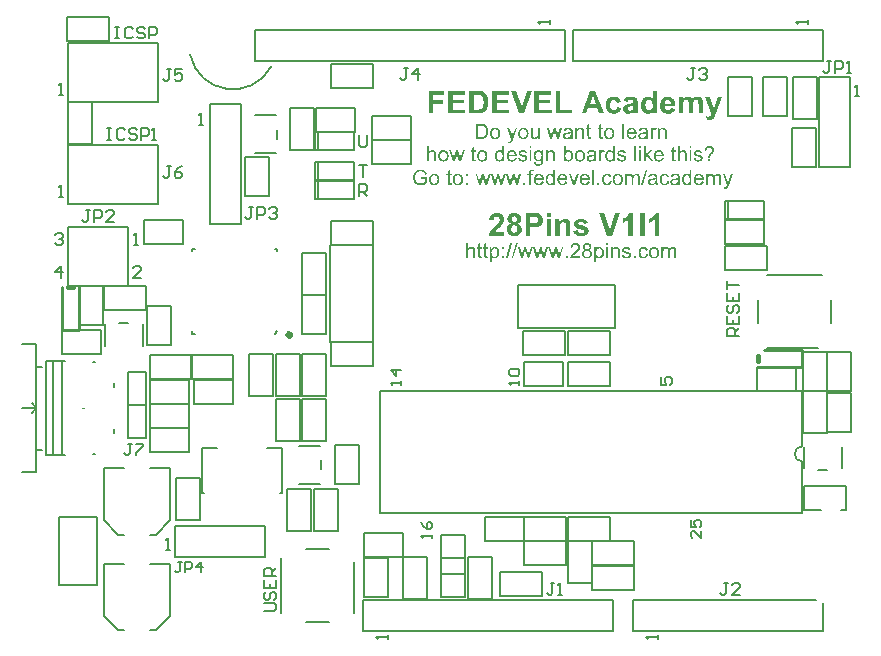
<source format=gto>
%FSLAX44Y44*%
%MOMM*%
G71*
G01*
G75*
G04 Layer_Color=65535*
%ADD10R,2.5000X2.6000*%
%ADD11R,2.7000X2.0000*%
%ADD12R,1.6000X3.0000*%
%ADD13R,1.3000X0.7000*%
%ADD14R,0.9000X1.3000*%
%ADD15R,0.7000X1.3000*%
%ADD16R,1.5000X0.5000*%
%ADD17R,0.5000X1.5000*%
%ADD18R,1.3000X0.9000*%
%ADD19R,0.8000X0.8000*%
%ADD20R,0.5588X0.6858*%
%ADD21R,0.6858X0.5588*%
%ADD22C,1.0160*%
%ADD23R,1.4000X1.6000*%
%ADD24R,1.9000X1.9000*%
%ADD25R,1.3500X0.4000*%
%ADD26R,1.0000X0.5500*%
%ADD27R,0.5500X1.0000*%
%ADD28R,0.9000X0.6000*%
%ADD29R,0.6000X2.2000*%
%ADD30R,3.5000X2.2000*%
%ADD31R,2.6000X2.5000*%
%ADD32C,0.2000*%
%ADD33C,0.6000*%
%ADD34C,0.8000*%
%ADD35C,0.5000*%
%ADD36C,0.4000*%
%ADD37C,1.0000*%
%ADD38C,0.9000*%
%ADD39R,1.6000X2.0000*%
%ADD40O,1.6000X2.0000*%
%ADD41R,1.7000X1.7000*%
%ADD42C,1.7000*%
%ADD43O,2.0000X1.6000*%
%ADD44R,2.0000X1.6000*%
G04:AMPARAMS|DCode=45|XSize=2mm|YSize=1.2mm|CornerRadius=0.36mm|HoleSize=0mm|Usage=FLASHONLY|Rotation=0.000|XOffset=0mm|YOffset=0mm|HoleType=Round|Shape=RoundedRectangle|*
%AMROUNDEDRECTD45*
21,1,2.0000,0.4800,0,0,0.0*
21,1,1.2800,1.2000,0,0,0.0*
1,1,0.7200,0.6400,-0.2400*
1,1,0.7200,-0.6400,-0.2400*
1,1,0.7200,-0.6400,0.2400*
1,1,0.7200,0.6400,0.2400*
%
%ADD45ROUNDEDRECTD45*%
%ADD46C,4.0000*%
%ADD47C,7.4000*%
%ADD48C,3.2000*%
%ADD49R,1.9000X1.9000*%
%ADD50C,1.9000*%
%ADD51C,0.6000*%
%ADD52C,0.2540*%
%ADD53C,0.0800*%
G36*
X525223Y337481D02*
X525352D01*
X525482Y337462D01*
X525797Y337407D01*
X526130Y337314D01*
X526482Y337166D01*
X526833Y336981D01*
X527130Y336721D01*
X527167Y336684D01*
X527241Y336573D01*
X527370Y336407D01*
X527426Y336277D01*
X527500Y336147D01*
X527574Y335981D01*
X527630Y335814D01*
X527704Y335629D01*
X527759Y335407D01*
X527796Y335185D01*
X527833Y334925D01*
X527870Y334666D01*
Y334370D01*
Y328000D01*
X526297D01*
Y333833D01*
Y333851D01*
Y333870D01*
Y333981D01*
Y334147D01*
X526278Y334351D01*
X526259Y334573D01*
X526241Y334796D01*
X526204Y335018D01*
X526148Y335185D01*
Y335203D01*
X526111Y335258D01*
X526074Y335333D01*
X526019Y335425D01*
X525945Y335536D01*
X525852Y335647D01*
X525741Y335759D01*
X525593Y335870D01*
X525574Y335888D01*
X525519Y335907D01*
X525445Y335944D01*
X525315Y335999D01*
X525186Y336055D01*
X525019Y336092D01*
X524852Y336110D01*
X524649Y336129D01*
X524556D01*
X524482Y336110D01*
X524297Y336092D01*
X524075Y336055D01*
X523815Y335962D01*
X523537Y335851D01*
X523260Y335684D01*
X523001Y335462D01*
X522982Y335425D01*
X522908Y335333D01*
X522797Y335185D01*
X522686Y334962D01*
X522556Y334666D01*
X522464Y334314D01*
X522389Y333888D01*
X522352Y333388D01*
Y328000D01*
X520779D01*
Y334018D01*
Y334036D01*
Y334073D01*
Y334110D01*
Y334185D01*
X520760Y334388D01*
X520723Y334610D01*
X520686Y334870D01*
X520612Y335129D01*
X520519Y335370D01*
X520390Y335592D01*
X520371Y335610D01*
X520316Y335684D01*
X520223Y335759D01*
X520093Y335870D01*
X519927Y335962D01*
X519705Y336055D01*
X519445Y336110D01*
X519131Y336129D01*
X519020D01*
X518890Y336110D01*
X518742Y336092D01*
X518557Y336036D01*
X518334Y335981D01*
X518131Y335888D01*
X517909Y335777D01*
X517890Y335759D01*
X517816Y335703D01*
X517723Y335629D01*
X517594Y335518D01*
X517464Y335370D01*
X517335Y335185D01*
X517205Y334981D01*
X517094Y334740D01*
X517075Y334703D01*
X517057Y334610D01*
X517020Y334462D01*
X516964Y334259D01*
X516909Y333981D01*
X516872Y333648D01*
X516853Y333259D01*
X516834Y332814D01*
Y328000D01*
X515261D01*
Y337295D01*
X516668D01*
Y335962D01*
X516686Y335999D01*
X516742Y336073D01*
X516853Y336203D01*
X516983Y336351D01*
X517149Y336536D01*
X517353Y336721D01*
X517575Y336907D01*
X517834Y337073D01*
X517872Y337092D01*
X517964Y337147D01*
X518112Y337203D01*
X518316Y337295D01*
X518557Y337369D01*
X518834Y337425D01*
X519149Y337481D01*
X519482Y337499D01*
X519649D01*
X519853Y337481D01*
X520075Y337444D01*
X520353Y337388D01*
X520630Y337314D01*
X520908Y337203D01*
X521167Y337055D01*
X521204Y337036D01*
X521278Y336981D01*
X521390Y336888D01*
X521538Y336740D01*
X521686Y336573D01*
X521852Y336370D01*
X522001Y336129D01*
X522112Y335851D01*
X522130Y335870D01*
X522167Y335925D01*
X522223Y335999D01*
X522315Y336110D01*
X522426Y336240D01*
X522556Y336370D01*
X522704Y336518D01*
X522890Y336684D01*
X523093Y336832D01*
X523297Y336981D01*
X523537Y337110D01*
X523797Y337240D01*
X524075Y337351D01*
X524371Y337425D01*
X524667Y337481D01*
X525000Y337499D01*
X525130D01*
X525223Y337481D01*
D02*
G37*
G36*
X477098D02*
X477302Y337462D01*
X477542Y337425D01*
X477802Y337369D01*
X478079Y337295D01*
X478339Y337184D01*
X478376Y337166D01*
X478450Y337129D01*
X478579Y337073D01*
X478727Y336981D01*
X478913Y336870D01*
X479079Y336721D01*
X479246Y336573D01*
X479394Y336388D01*
X479412Y336370D01*
X479450Y336296D01*
X479505Y336203D01*
X479598Y336073D01*
X479672Y335888D01*
X479746Y335703D01*
X479838Y335481D01*
X479894Y335240D01*
Y335221D01*
X479912Y335147D01*
X479931Y335036D01*
X479949Y334888D01*
Y334666D01*
X479968Y334407D01*
X479986Y334092D01*
Y333703D01*
Y328000D01*
X478413D01*
Y333629D01*
Y333648D01*
Y333666D01*
Y333796D01*
Y333962D01*
X478394Y334166D01*
X478376Y334407D01*
X478339Y334647D01*
X478283Y334870D01*
X478227Y335073D01*
Y335092D01*
X478190Y335147D01*
X478135Y335240D01*
X478079Y335351D01*
X477987Y335462D01*
X477876Y335592D01*
X477728Y335722D01*
X477561Y335833D01*
X477542Y335851D01*
X477487Y335888D01*
X477376Y335925D01*
X477246Y335981D01*
X477098Y336036D01*
X476913Y336092D01*
X476690Y336110D01*
X476468Y336129D01*
X476376D01*
X476302Y336110D01*
X476116Y336092D01*
X475876Y336055D01*
X475617Y335962D01*
X475320Y335851D01*
X475024Y335703D01*
X474746Y335481D01*
X474709Y335444D01*
X474635Y335351D01*
X474580Y335277D01*
X474524Y335185D01*
X474450Y335073D01*
X474394Y334944D01*
X474320Y334796D01*
X474246Y334610D01*
X474191Y334407D01*
X474135Y334185D01*
X474098Y333944D01*
X474061Y333685D01*
X474024Y333370D01*
Y333055D01*
Y328000D01*
X472450D01*
Y337295D01*
X473857D01*
Y335962D01*
X473876Y335981D01*
X473913Y336036D01*
X473969Y336110D01*
X474043Y336203D01*
X474154Y336314D01*
X474283Y336444D01*
X474431Y336592D01*
X474617Y336740D01*
X474802Y336870D01*
X475024Y337018D01*
X475265Y337147D01*
X475524Y337258D01*
X475820Y337351D01*
X476116Y337425D01*
X476450Y337481D01*
X476802Y337499D01*
X476950D01*
X477098Y337481D01*
D02*
G37*
G36*
X485838D02*
X486115Y337462D01*
X486412Y337425D01*
X486726Y337351D01*
X487060Y337277D01*
X487375Y337166D01*
X487393D01*
X487412Y337147D01*
X487504Y337110D01*
X487652Y337036D01*
X487837Y336944D01*
X488041Y336814D01*
X488245Y336666D01*
X488430Y336499D01*
X488597Y336314D01*
X488615Y336296D01*
X488652Y336221D01*
X488726Y336092D01*
X488819Y335944D01*
X488912Y335722D01*
X489004Y335481D01*
X489078Y335203D01*
X489152Y334888D01*
X487615Y334684D01*
Y334722D01*
X487597Y334796D01*
X487560Y334925D01*
X487504Y335092D01*
X487412Y335258D01*
X487300Y335444D01*
X487171Y335629D01*
X486986Y335796D01*
X486967Y335814D01*
X486893Y335851D01*
X486782Y335925D01*
X486615Y335999D01*
X486430Y336073D01*
X486190Y336147D01*
X485893Y336184D01*
X485578Y336203D01*
X485393D01*
X485208Y336184D01*
X484967Y336166D01*
X484727Y336110D01*
X484468Y336055D01*
X484227Y335962D01*
X484023Y335833D01*
X484005Y335814D01*
X483949Y335777D01*
X483875Y335703D01*
X483801Y335592D01*
X483708Y335481D01*
X483634Y335333D01*
X483579Y335166D01*
X483560Y334999D01*
Y334981D01*
Y334944D01*
X483579Y334888D01*
Y334814D01*
X483634Y334629D01*
X483745Y334444D01*
X483764Y334425D01*
X483782Y334407D01*
X483819Y334351D01*
X483894Y334296D01*
X483968Y334240D01*
X484079Y334166D01*
X484208Y334110D01*
X484356Y334036D01*
X484375D01*
X484412Y334018D01*
X484486Y333999D01*
X484616Y333944D01*
X484801Y333888D01*
X485042Y333833D01*
X485190Y333777D01*
X485356Y333740D01*
X485541Y333685D01*
X485745Y333629D01*
X485764D01*
X485819Y333611D01*
X485912Y333592D01*
X486023Y333555D01*
X486152Y333518D01*
X486319Y333481D01*
X486671Y333370D01*
X487060Y333259D01*
X487449Y333129D01*
X487800Y332999D01*
X487949Y332944D01*
X488078Y332888D01*
X488115Y332870D01*
X488189Y332833D01*
X488300Y332777D01*
X488467Y332685D01*
X488634Y332574D01*
X488800Y332425D01*
X488967Y332259D01*
X489115Y332074D01*
X489134Y332055D01*
X489171Y331981D01*
X489245Y331870D01*
X489319Y331703D01*
X489374Y331500D01*
X489449Y331278D01*
X489486Y331018D01*
X489504Y330722D01*
Y330685D01*
Y330592D01*
X489486Y330444D01*
X489449Y330241D01*
X489393Y330018D01*
X489300Y329778D01*
X489189Y329500D01*
X489041Y329241D01*
X489023Y329204D01*
X488949Y329129D01*
X488856Y329000D01*
X488708Y328852D01*
X488504Y328685D01*
X488282Y328500D01*
X488023Y328333D01*
X487708Y328167D01*
X487689D01*
X487671Y328148D01*
X487560Y328111D01*
X487375Y328056D01*
X487134Y327981D01*
X486838Y327907D01*
X486504Y327852D01*
X486152Y327815D01*
X485745Y327796D01*
X485578D01*
X485449Y327815D01*
X485301D01*
X485116Y327833D01*
X484930Y327852D01*
X484727Y327889D01*
X484282Y327981D01*
X483819Y328111D01*
X483375Y328296D01*
X483171Y328407D01*
X482986Y328537D01*
X482968Y328555D01*
X482949Y328574D01*
X482838Y328685D01*
X482671Y328852D01*
X482486Y329111D01*
X482283Y329426D01*
X482079Y329796D01*
X481912Y330259D01*
X481783Y330778D01*
X483338Y331018D01*
Y331000D01*
Y330981D01*
X483375Y330870D01*
X483412Y330685D01*
X483486Y330481D01*
X483579Y330259D01*
X483690Y330018D01*
X483857Y329778D01*
X484060Y329574D01*
X484097Y329555D01*
X484171Y329500D01*
X484319Y329426D01*
X484505Y329333D01*
X484745Y329241D01*
X485023Y329167D01*
X485356Y329111D01*
X485745Y329092D01*
X485930D01*
X486115Y329111D01*
X486356Y329148D01*
X486615Y329204D01*
X486893Y329278D01*
X487134Y329370D01*
X487356Y329518D01*
X487375Y329537D01*
X487449Y329593D01*
X487523Y329685D01*
X487634Y329815D01*
X487726Y329963D01*
X487819Y330148D01*
X487875Y330333D01*
X487893Y330555D01*
Y330574D01*
Y330648D01*
X487875Y330741D01*
X487837Y330870D01*
X487782Y331000D01*
X487689Y331129D01*
X487578Y331278D01*
X487412Y331389D01*
X487393Y331407D01*
X487338Y331426D01*
X487245Y331481D01*
X487097Y331537D01*
X486875Y331611D01*
X486745Y331666D01*
X486597Y331703D01*
X486430Y331759D01*
X486245Y331814D01*
X486041Y331870D01*
X485801Y331926D01*
X485782D01*
X485727Y331944D01*
X485634Y331963D01*
X485523Y332000D01*
X485375Y332037D01*
X485208Y332092D01*
X484856Y332185D01*
X484449Y332314D01*
X484060Y332425D01*
X483690Y332555D01*
X483523Y332629D01*
X483394Y332685D01*
X483357Y332703D01*
X483282Y332740D01*
X483171Y332814D01*
X483023Y332907D01*
X482857Y333036D01*
X482690Y333185D01*
X482523Y333351D01*
X482375Y333555D01*
X482357Y333573D01*
X482320Y333648D01*
X482264Y333777D01*
X482209Y333925D01*
X482153Y334110D01*
X482097Y334333D01*
X482060Y334555D01*
X482042Y334814D01*
Y334851D01*
Y334925D01*
X482060Y335036D01*
X482079Y335203D01*
X482116Y335370D01*
X482153Y335573D01*
X482227Y335759D01*
X482320Y335962D01*
X482338Y335981D01*
X482375Y336055D01*
X482431Y336147D01*
X482523Y336277D01*
X482634Y336407D01*
X482764Y336573D01*
X482912Y336721D01*
X483097Y336851D01*
X483116Y336870D01*
X483171Y336888D01*
X483245Y336944D01*
X483357Y336999D01*
X483505Y337073D01*
X483671Y337147D01*
X483875Y337221D01*
X484097Y337295D01*
X484134Y337314D01*
X484208Y337332D01*
X484338Y337369D01*
X484505Y337407D01*
X484708Y337444D01*
X484930Y337462D01*
X485190Y337499D01*
X485634D01*
X485838Y337481D01*
D02*
G37*
G36*
X382108Y335499D02*
X380312D01*
Y337295D01*
X382108D01*
Y335499D01*
D02*
G37*
G36*
X374331Y337481D02*
X374460Y337462D01*
X374738Y337425D01*
X375071Y337351D01*
X375423Y337240D01*
X375775Y337073D01*
X376127Y336870D01*
X376145D01*
X376164Y336832D01*
X376275Y336758D01*
X376442Y336610D01*
X376645Y336425D01*
X376867Y336184D01*
X377090Y335888D01*
X377312Y335536D01*
X377497Y335147D01*
Y335129D01*
X377516Y335092D01*
X377534Y335036D01*
X377571Y334962D01*
X377608Y334851D01*
X377645Y334722D01*
X377738Y334425D01*
X377830Y334055D01*
X377905Y333648D01*
X377960Y333185D01*
X377979Y332703D01*
Y332685D01*
Y332648D01*
Y332574D01*
Y332463D01*
X377960Y332333D01*
Y332185D01*
X377923Y331852D01*
X377849Y331444D01*
X377756Y331018D01*
X377627Y330574D01*
X377460Y330129D01*
Y330111D01*
X377442Y330074D01*
X377405Y330018D01*
X377368Y329944D01*
X377238Y329741D01*
X377071Y329481D01*
X376867Y329204D01*
X376608Y328926D01*
X376312Y328648D01*
X375960Y328389D01*
X375942D01*
X375923Y328370D01*
X375868Y328333D01*
X375794Y328296D01*
X375608Y328204D01*
X375349Y328093D01*
X375034Y327981D01*
X374701Y327889D01*
X374312Y327815D01*
X373923Y327796D01*
X373794D01*
X373646Y327815D01*
X373461Y327833D01*
X373238Y327870D01*
X372998Y327926D01*
X372757Y328000D01*
X372516Y328111D01*
X372498Y328130D01*
X372405Y328167D01*
X372294Y328241D01*
X372146Y328352D01*
X371998Y328463D01*
X371813Y328611D01*
X371646Y328778D01*
X371498Y328963D01*
Y324445D01*
X369924D01*
Y337295D01*
X371350D01*
Y336073D01*
X371368Y336110D01*
X371442Y336184D01*
X371535Y336314D01*
X371683Y336462D01*
X371850Y336647D01*
X372035Y336814D01*
X372257Y336981D01*
X372479Y337129D01*
X372516Y337147D01*
X372590Y337184D01*
X372738Y337240D01*
X372924Y337314D01*
X373146Y337388D01*
X373405Y337444D01*
X373701Y337481D01*
X374035Y337499D01*
X374238D01*
X374331Y337481D01*
D02*
G37*
G36*
X391043Y366295D02*
X391293Y366267D01*
X391543Y366239D01*
X391848Y366212D01*
X392154Y366156D01*
X392848Y365989D01*
X393569Y365740D01*
X393903Y365573D01*
X394263Y365379D01*
X394569Y365157D01*
X394874Y364907D01*
X394902Y364879D01*
X394930Y364851D01*
X395013Y364768D01*
X395124Y364657D01*
X395235Y364518D01*
X395346Y364352D01*
X395652Y363935D01*
X395929Y363408D01*
X396151Y362825D01*
X396346Y362131D01*
X396373Y361742D01*
X396401Y361353D01*
Y361325D01*
Y361298D01*
Y361131D01*
X396373Y360881D01*
X396318Y360548D01*
X396235Y360187D01*
X396096Y359799D01*
X395929Y359382D01*
X395679Y358966D01*
X395652Y358910D01*
X395541Y358799D01*
X395402Y358605D01*
X395180Y358383D01*
X394902Y358105D01*
X394569Y357855D01*
X394180Y357605D01*
X393736Y357383D01*
X393764D01*
X393819Y357355D01*
X393903Y357328D01*
X394014Y357272D01*
X394291Y357106D01*
X394652Y356884D01*
X395041Y356634D01*
X395457Y356301D01*
X395846Y355912D01*
X396179Y355468D01*
X396207Y355412D01*
X396318Y355246D01*
X396457Y354996D01*
X396596Y354663D01*
X396762Y354246D01*
X396873Y353746D01*
X396984Y353219D01*
X397012Y352636D01*
Y352608D01*
Y352525D01*
Y352386D01*
X396984Y352192D01*
X396956Y351970D01*
X396929Y351692D01*
X396873Y351414D01*
X396790Y351109D01*
X396596Y350415D01*
X396457Y350054D01*
X396290Y349693D01*
X396096Y349332D01*
X395846Y348971D01*
X395596Y348638D01*
X395291Y348305D01*
X395263Y348277D01*
X395207Y348222D01*
X395124Y348138D01*
X394985Y348055D01*
X394819Y347916D01*
X394597Y347777D01*
X394375Y347639D01*
X394097Y347472D01*
X393792Y347305D01*
X393431Y347167D01*
X393070Y347028D01*
X392681Y346889D01*
X392237Y346806D01*
X391765Y346722D01*
X391293Y346667D01*
X390765Y346639D01*
X390516D01*
X390321Y346667D01*
X390099Y346695D01*
X389849Y346722D01*
X389572Y346750D01*
X389239Y346806D01*
X388545Y346972D01*
X387823Y347222D01*
X387462Y347361D01*
X387101Y347555D01*
X386740Y347750D01*
X386407Y348000D01*
X386379Y348027D01*
X386324Y348083D01*
X386213Y348166D01*
X386074Y348305D01*
X385935Y348471D01*
X385768Y348666D01*
X385574Y348916D01*
X385380Y349166D01*
X385185Y349471D01*
X384991Y349804D01*
X384824Y350165D01*
X384686Y350582D01*
X384547Y350998D01*
X384436Y351470D01*
X384380Y351942D01*
X384352Y352469D01*
Y352497D01*
Y352553D01*
Y352636D01*
Y352747D01*
X384380Y353052D01*
X384436Y353413D01*
X384547Y353857D01*
X384658Y354357D01*
X384852Y354857D01*
X385102Y355357D01*
Y355384D01*
X385130Y355412D01*
X385241Y355579D01*
X385435Y355801D01*
X385713Y356106D01*
X386046Y356439D01*
X386462Y356772D01*
X386962Y357078D01*
X387545Y357383D01*
X387517D01*
X387490Y357411D01*
X387323Y357494D01*
X387073Y357633D01*
X386768Y357800D01*
X386407Y358050D01*
X386074Y358327D01*
X385741Y358660D01*
X385463Y359021D01*
X385435Y359077D01*
X385352Y359216D01*
X385269Y359410D01*
X385158Y359715D01*
X385019Y360048D01*
X384935Y360465D01*
X384852Y360881D01*
X384824Y361353D01*
Y361381D01*
Y361437D01*
Y361548D01*
X384852Y361714D01*
X384880Y361881D01*
X384908Y362103D01*
X385019Y362603D01*
X385185Y363158D01*
X385463Y363769D01*
X385630Y364046D01*
X385824Y364352D01*
X386074Y364629D01*
X386324Y364907D01*
X386351Y364935D01*
X386407Y364962D01*
X386490Y365046D01*
X386601Y365129D01*
X386768Y365240D01*
X386934Y365351D01*
X387156Y365490D01*
X387434Y365629D01*
X387712Y365740D01*
X388017Y365878D01*
X388378Y365989D01*
X388767Y366101D01*
X389183Y366184D01*
X389627Y366267D01*
X390099Y366295D01*
X390599Y366323D01*
X390877D01*
X391043Y366295D01*
D02*
G37*
G36*
X376274D02*
X376524Y366267D01*
X376801Y366239D01*
X377107Y366184D01*
X377440Y366128D01*
X378162Y365934D01*
X378883Y365656D01*
X379272Y365490D01*
X379605Y365295D01*
X379966Y365046D01*
X380271Y364768D01*
X380299Y364740D01*
X380355Y364712D01*
X380410Y364601D01*
X380521Y364490D01*
X380660Y364352D01*
X380799Y364157D01*
X380938Y363963D01*
X381104Y363713D01*
X381382Y363158D01*
X381660Y362519D01*
X381771Y362158D01*
X381826Y361770D01*
X381882Y361353D01*
X381909Y360937D01*
Y360881D01*
Y360715D01*
X381882Y360465D01*
X381854Y360159D01*
X381798Y359771D01*
X381715Y359354D01*
X381604Y358910D01*
X381437Y358466D01*
X381410Y358410D01*
X381354Y358272D01*
X381243Y358022D01*
X381077Y357716D01*
X380882Y357355D01*
X380632Y356939D01*
X380327Y356495D01*
X379966Y356023D01*
X379938Y355995D01*
X379827Y355856D01*
X379661Y355662D01*
X379411Y355384D01*
X379078Y355051D01*
X378661Y354607D01*
X378162Y354135D01*
X377551Y353552D01*
X377523Y353524D01*
X377467Y353497D01*
X377384Y353413D01*
X377273Y353302D01*
X376968Y353024D01*
X376607Y352691D01*
X376246Y352331D01*
X375885Y351970D01*
X375552Y351664D01*
X375441Y351525D01*
X375330Y351414D01*
X375302Y351387D01*
X375246Y351331D01*
X375163Y351220D01*
X375052Y351081D01*
X374802Y350776D01*
X374580Y350415D01*
X381909D01*
Y347000D01*
X369000D01*
Y347028D01*
Y347083D01*
X369028Y347195D01*
X369055Y347333D01*
X369083Y347500D01*
X369111Y347694D01*
X369222Y348194D01*
X369389Y348749D01*
X369611Y349360D01*
X369888Y350026D01*
X370249Y350665D01*
Y350692D01*
X370305Y350748D01*
X370360Y350859D01*
X370471Y350970D01*
X370582Y351165D01*
X370749Y351359D01*
X370943Y351609D01*
X371165Y351886D01*
X371415Y352219D01*
X371721Y352553D01*
X372054Y352941D01*
X372443Y353358D01*
X372859Y353774D01*
X373331Y354246D01*
X373831Y354746D01*
X374386Y355273D01*
X374414Y355301D01*
X374497Y355384D01*
X374608Y355495D01*
X374775Y355662D01*
X374997Y355829D01*
X375219Y356051D01*
X375718Y356550D01*
X376218Y357078D01*
X376718Y357605D01*
X376940Y357827D01*
X377162Y358077D01*
X377329Y358272D01*
X377440Y358438D01*
X377467Y358494D01*
X377551Y358633D01*
X377690Y358855D01*
X377828Y359160D01*
X377967Y359493D01*
X378106Y359882D01*
X378189Y360271D01*
X378217Y360687D01*
Y360715D01*
Y360742D01*
Y360881D01*
X378189Y361131D01*
X378134Y361409D01*
X378050Y361714D01*
X377939Y362020D01*
X377773Y362325D01*
X377551Y362603D01*
X377523Y362630D01*
X377440Y362714D01*
X377273Y362825D01*
X377079Y362936D01*
X376801Y363047D01*
X376496Y363158D01*
X376135Y363241D01*
X375718Y363269D01*
X375524D01*
X375302Y363241D01*
X375052Y363186D01*
X374747Y363102D01*
X374441Y362963D01*
X374136Y362797D01*
X373858Y362575D01*
X373831Y362547D01*
X373747Y362436D01*
X373636Y362269D01*
X373525Y362020D01*
X373386Y361714D01*
X373275Y361298D01*
X373164Y360826D01*
X373109Y360271D01*
X369444Y360631D01*
Y360659D01*
X369472Y360770D01*
Y360909D01*
X369527Y361131D01*
X369555Y361381D01*
X369638Y361659D01*
X369722Y361964D01*
X369805Y362325D01*
X370083Y363019D01*
X370416Y363741D01*
X370638Y364102D01*
X370888Y364435D01*
X371165Y364712D01*
X371471Y364990D01*
X371498Y365018D01*
X371554Y365046D01*
X371637Y365101D01*
X371776Y365212D01*
X371943Y365295D01*
X372165Y365406D01*
X372387Y365545D01*
X372665Y365656D01*
X372970Y365795D01*
X373303Y365906D01*
X374025Y366128D01*
X374885Y366267D01*
X375330Y366295D01*
X375802Y366323D01*
X376079D01*
X376274Y366295D01*
D02*
G37*
G36*
X462914Y337481D02*
X463044Y337462D01*
X463322Y337425D01*
X463655Y337351D01*
X464007Y337240D01*
X464358Y337073D01*
X464710Y336870D01*
X464729D01*
X464747Y336832D01*
X464858Y336758D01*
X465025Y336610D01*
X465229Y336425D01*
X465451Y336184D01*
X465673Y335888D01*
X465895Y335536D01*
X466081Y335147D01*
Y335129D01*
X466099Y335092D01*
X466118Y335036D01*
X466155Y334962D01*
X466192Y334851D01*
X466229Y334722D01*
X466321Y334425D01*
X466414Y334055D01*
X466488Y333648D01*
X466543Y333185D01*
X466562Y332703D01*
Y332685D01*
Y332648D01*
Y332574D01*
Y332463D01*
X466543Y332333D01*
Y332185D01*
X466506Y331852D01*
X466432Y331444D01*
X466340Y331018D01*
X466210Y330574D01*
X466044Y330129D01*
Y330111D01*
X466025Y330074D01*
X465988Y330018D01*
X465951Y329944D01*
X465821Y329741D01*
X465655Y329481D01*
X465451Y329204D01*
X465192Y328926D01*
X464896Y328648D01*
X464544Y328389D01*
X464525D01*
X464507Y328370D01*
X464451Y328333D01*
X464377Y328296D01*
X464192Y328204D01*
X463933Y328093D01*
X463618Y327981D01*
X463284Y327889D01*
X462896Y327815D01*
X462507Y327796D01*
X462377D01*
X462229Y327815D01*
X462044Y327833D01*
X461822Y327870D01*
X461581Y327926D01*
X461340Y328000D01*
X461100Y328111D01*
X461081Y328130D01*
X460989Y328167D01*
X460877Y328241D01*
X460729Y328352D01*
X460581Y328463D01*
X460396Y328611D01*
X460229Y328778D01*
X460081Y328963D01*
Y324445D01*
X458507D01*
Y337295D01*
X459933D01*
Y336073D01*
X459952Y336110D01*
X460026Y336184D01*
X460118Y336314D01*
X460266Y336462D01*
X460433Y336647D01*
X460618Y336814D01*
X460840Y336981D01*
X461063Y337129D01*
X461100Y337147D01*
X461174Y337184D01*
X461322Y337240D01*
X461507Y337314D01*
X461729Y337388D01*
X461988Y337444D01*
X462285Y337481D01*
X462618Y337499D01*
X462822D01*
X462914Y337481D01*
D02*
G37*
G36*
X470043Y339017D02*
X468469D01*
Y340813D01*
X470043D01*
Y339017D01*
D02*
G37*
G36*
X442694Y340851D02*
X442842Y340832D01*
X443027Y340813D01*
X443231Y340776D01*
X443435Y340740D01*
X443916Y340610D01*
X444398Y340425D01*
X444638Y340314D01*
X444879Y340184D01*
X445101Y340017D01*
X445305Y339832D01*
X445323Y339814D01*
X445360Y339795D01*
X445397Y339721D01*
X445471Y339647D01*
X445564Y339554D01*
X445657Y339425D01*
X445749Y339295D01*
X445860Y339128D01*
X446046Y338777D01*
X446231Y338332D01*
X446305Y338110D01*
X446342Y337851D01*
X446379Y337592D01*
X446397Y337314D01*
Y337277D01*
Y337184D01*
X446379Y337036D01*
X446360Y336832D01*
X446323Y336610D01*
X446249Y336351D01*
X446175Y336073D01*
X446064Y335796D01*
X446046Y335759D01*
X446008Y335666D01*
X445934Y335518D01*
X445823Y335314D01*
X445675Y335092D01*
X445490Y334814D01*
X445268Y334536D01*
X445009Y334222D01*
X444972Y334185D01*
X444879Y334073D01*
X444786Y333981D01*
X444694Y333888D01*
X444583Y333777D01*
X444435Y333629D01*
X444286Y333481D01*
X444101Y333314D01*
X443916Y333129D01*
X443694Y332925D01*
X443453Y332722D01*
X443194Y332481D01*
X442898Y332240D01*
X442602Y331981D01*
X442583Y331963D01*
X442546Y331926D01*
X442472Y331870D01*
X442379Y331796D01*
X442268Y331685D01*
X442139Y331574D01*
X441842Y331333D01*
X441527Y331055D01*
X441231Y330778D01*
X440972Y330537D01*
X440861Y330444D01*
X440768Y330352D01*
X440750Y330333D01*
X440694Y330278D01*
X440620Y330204D01*
X440528Y330092D01*
X440435Y329963D01*
X440324Y329833D01*
X440102Y329518D01*
X446416D01*
Y328000D01*
X437917D01*
Y328018D01*
Y328093D01*
Y328204D01*
X437935Y328352D01*
X437954Y328518D01*
X437991Y328704D01*
X438028Y328889D01*
X438102Y329092D01*
Y329111D01*
X438120Y329129D01*
X438158Y329241D01*
X438232Y329407D01*
X438343Y329630D01*
X438491Y329889D01*
X438676Y330185D01*
X438880Y330481D01*
X439139Y330796D01*
Y330815D01*
X439176Y330833D01*
X439268Y330944D01*
X439435Y331111D01*
X439676Y331352D01*
X439954Y331629D01*
X440305Y331963D01*
X440731Y332333D01*
X441194Y332722D01*
X441213Y332740D01*
X441287Y332796D01*
X441398Y332888D01*
X441527Y332999D01*
X441694Y333148D01*
X441898Y333314D01*
X442102Y333499D01*
X442342Y333703D01*
X442805Y334147D01*
X443268Y334592D01*
X443490Y334814D01*
X443694Y335036D01*
X443879Y335240D01*
X444027Y335444D01*
Y335462D01*
X444064Y335481D01*
X444101Y335536D01*
X444138Y335610D01*
X444268Y335814D01*
X444416Y336055D01*
X444546Y336351D01*
X444675Y336666D01*
X444749Y337018D01*
X444786Y337351D01*
Y337369D01*
Y337388D01*
X444768Y337499D01*
X444749Y337684D01*
X444694Y337888D01*
X444620Y338147D01*
X444490Y338406D01*
X444324Y338666D01*
X444101Y338925D01*
X444064Y338962D01*
X443972Y339036D01*
X443842Y339128D01*
X443638Y339258D01*
X443379Y339369D01*
X443083Y339480D01*
X442731Y339554D01*
X442342Y339573D01*
X442231D01*
X442157Y339554D01*
X441935Y339536D01*
X441676Y339480D01*
X441398Y339406D01*
X441083Y339277D01*
X440787Y339110D01*
X440509Y338888D01*
X440472Y338851D01*
X440398Y338758D01*
X440287Y338610D01*
X440176Y338388D01*
X440046Y338129D01*
X439935Y337795D01*
X439861Y337425D01*
X439824Y336999D01*
X438213Y337166D01*
Y337184D01*
X438232Y337240D01*
Y337332D01*
X438250Y337462D01*
X438287Y337610D01*
X438324Y337777D01*
X438380Y337980D01*
X438435Y338184D01*
X438583Y338629D01*
X438806Y339073D01*
X438935Y339295D01*
X439102Y339517D01*
X439268Y339721D01*
X439454Y339906D01*
X439472Y339925D01*
X439509Y339943D01*
X439565Y339999D01*
X439657Y340054D01*
X439768Y340128D01*
X439898Y340202D01*
X440046Y340295D01*
X440231Y340388D01*
X440435Y340480D01*
X440657Y340573D01*
X440898Y340647D01*
X441157Y340721D01*
X441435Y340776D01*
X441731Y340832D01*
X442046Y340851D01*
X442379Y340869D01*
X442564D01*
X442694Y340851D01*
D02*
G37*
G36*
X470043Y328000D02*
X468469D01*
Y337295D01*
X470043D01*
Y328000D01*
D02*
G37*
G36*
X382108D02*
X380312D01*
Y329796D01*
X382108D01*
Y328000D01*
D02*
G37*
G36*
X435843D02*
X434047D01*
Y329796D01*
X435843D01*
Y328000D01*
D02*
G37*
G36*
X493615D02*
X491819D01*
Y329796D01*
X493615D01*
Y328000D01*
D02*
G37*
G36*
X429344D02*
X427733D01*
X426251Y333555D01*
X425881Y335147D01*
X424011Y328000D01*
X422344D01*
X419530Y337295D01*
X421178D01*
X422659Y331926D01*
X423178Y329926D01*
Y329944D01*
X423196Y329981D01*
X423215Y330074D01*
X423233Y330129D01*
X423252Y330222D01*
X423270Y330333D01*
X423307Y330463D01*
X423344Y330611D01*
X423400Y330796D01*
X423455Y331000D01*
X423511Y331240D01*
X423585Y331518D01*
X423659Y331833D01*
X425140Y337295D01*
X426751D01*
X428140Y331889D01*
X428603Y330111D01*
X429140Y331907D01*
X430732Y337295D01*
X432269D01*
X429344Y328000D01*
D02*
G37*
G36*
X500373Y337481D02*
X500484D01*
X500633Y337462D01*
X500984Y337407D01*
X501373Y337314D01*
X501781Y337166D01*
X502188Y336981D01*
X502577Y336721D01*
X502595D01*
X502614Y336684D01*
X502725Y336573D01*
X502892Y336407D01*
X503095Y336166D01*
X503299Y335870D01*
X503503Y335499D01*
X503688Y335073D01*
X503817Y334573D01*
X502281Y334333D01*
Y334351D01*
X502262Y334370D01*
X502243Y334481D01*
X502188Y334647D01*
X502095Y334851D01*
X502003Y335073D01*
X501855Y335314D01*
X501688Y335536D01*
X501503Y335722D01*
X501484Y335740D01*
X501410Y335796D01*
X501281Y335870D01*
X501132Y335962D01*
X500929Y336055D01*
X500707Y336129D01*
X500447Y336184D01*
X500170Y336203D01*
X500059D01*
X499966Y336184D01*
X499762Y336166D01*
X499484Y336092D01*
X499188Y335999D01*
X498855Y335851D01*
X498540Y335629D01*
X498392Y335499D01*
X498244Y335351D01*
Y335333D01*
X498207Y335314D01*
X498170Y335258D01*
X498133Y335185D01*
X498077Y335092D01*
X498003Y334981D01*
X497948Y334851D01*
X497873Y334703D01*
X497799Y334518D01*
X497744Y334314D01*
X497670Y334092D01*
X497614Y333851D01*
X497577Y333592D01*
X497540Y333296D01*
X497503Y332981D01*
Y332648D01*
Y332629D01*
Y332574D01*
Y332463D01*
X497522Y332351D01*
Y332185D01*
X497540Y332018D01*
X497596Y331611D01*
X497670Y331166D01*
X497799Y330704D01*
X497966Y330296D01*
X498077Y330092D01*
X498207Y329926D01*
X498244Y329889D01*
X498336Y329796D01*
X498503Y329666D01*
X498707Y329518D01*
X498984Y329352D01*
X499299Y329222D01*
X499670Y329129D01*
X499873Y329111D01*
X500077Y329092D01*
X500114D01*
X500225Y329111D01*
X500410Y329129D01*
X500614Y329167D01*
X500855Y329222D01*
X501114Y329333D01*
X501373Y329463D01*
X501614Y329648D01*
X501651Y329666D01*
X501707Y329759D01*
X501818Y329889D01*
X501947Y330092D01*
X502077Y330333D01*
X502225Y330629D01*
X502336Y331000D01*
X502410Y331407D01*
X503965Y331203D01*
Y331185D01*
X503947Y331129D01*
X503928Y331055D01*
X503910Y330944D01*
X503873Y330796D01*
X503836Y330648D01*
X503706Y330278D01*
X503540Y329889D01*
X503299Y329463D01*
X503003Y329055D01*
X502836Y328870D01*
X502651Y328685D01*
X502632Y328667D01*
X502595Y328648D01*
X502540Y328611D01*
X502466Y328555D01*
X502373Y328481D01*
X502243Y328407D01*
X502095Y328333D01*
X501947Y328241D01*
X501577Y328074D01*
X501132Y327944D01*
X500651Y327833D01*
X500373Y327815D01*
X500095Y327796D01*
X499910D01*
X499781Y327815D01*
X499614Y327833D01*
X499429Y327870D01*
X499225Y327907D01*
X499003Y327944D01*
X498503Y328093D01*
X498262Y328204D01*
X498003Y328315D01*
X497744Y328463D01*
X497503Y328630D01*
X497262Y328815D01*
X497040Y329037D01*
X497022Y329055D01*
X496985Y329092D01*
X496929Y329167D01*
X496855Y329259D01*
X496781Y329389D01*
X496670Y329555D01*
X496577Y329741D01*
X496466Y329944D01*
X496355Y330185D01*
X496263Y330463D01*
X496152Y330741D01*
X496077Y331074D01*
X496003Y331407D01*
X495948Y331796D01*
X495911Y332185D01*
X495892Y332611D01*
Y332629D01*
Y332685D01*
Y332759D01*
Y332870D01*
X495911Y332999D01*
Y333148D01*
X495929Y333314D01*
X495948Y333499D01*
X496003Y333907D01*
X496096Y334351D01*
X496207Y334796D01*
X496374Y335240D01*
Y335258D01*
X496392Y335296D01*
X496429Y335351D01*
X496466Y335425D01*
X496577Y335629D01*
X496744Y335870D01*
X496966Y336147D01*
X497225Y336425D01*
X497540Y336703D01*
X497892Y336925D01*
X497911D01*
X497948Y336944D01*
X498003Y336981D01*
X498077Y337018D01*
X498170Y337055D01*
X498281Y337110D01*
X498559Y337221D01*
X498873Y337314D01*
X499262Y337407D01*
X499670Y337481D01*
X500114Y337499D01*
X500262D01*
X500373Y337481D01*
D02*
G37*
G36*
X403494Y328000D02*
X401884D01*
X400402Y333555D01*
X400032Y335147D01*
X398162Y328000D01*
X396495D01*
X393681Y337295D01*
X395329D01*
X396810Y331926D01*
X397328Y329926D01*
Y329944D01*
X397347Y329981D01*
X397365Y330074D01*
X397384Y330129D01*
X397402Y330222D01*
X397421Y330333D01*
X397458Y330463D01*
X397495Y330611D01*
X397551Y330796D01*
X397606Y331000D01*
X397662Y331240D01*
X397736Y331518D01*
X397810Y331833D01*
X399291Y337295D01*
X400902D01*
X402291Y331889D01*
X402754Y330111D01*
X403291Y331907D01*
X404883Y337295D01*
X406420D01*
X403494Y328000D01*
D02*
G37*
G36*
X416419D02*
X414808D01*
X413327Y333555D01*
X412956Y335147D01*
X411086Y328000D01*
X409420D01*
X406605Y337295D01*
X408253D01*
X409734Y331926D01*
X410253Y329926D01*
Y329944D01*
X410271Y329981D01*
X410290Y330074D01*
X410308Y330129D01*
X410327Y330222D01*
X410346Y330333D01*
X410383Y330463D01*
X410420Y330611D01*
X410475Y330796D01*
X410531Y331000D01*
X410586Y331240D01*
X410660Y331518D01*
X410734Y331833D01*
X412216Y337295D01*
X413827D01*
X415215Y331889D01*
X415678Y330111D01*
X416215Y331907D01*
X417808Y337295D01*
X419345D01*
X416419Y328000D01*
D02*
G37*
G36*
X343163Y399481D02*
X343329Y399462D01*
X343515Y399425D01*
X343718Y399388D01*
X343959Y399351D01*
X344459Y399184D01*
X344718Y399092D01*
X344977Y398962D01*
X345237Y398832D01*
X345496Y398647D01*
X345737Y398462D01*
X345977Y398240D01*
X345996Y398221D01*
X346033Y398184D01*
X346088Y398110D01*
X346162Y398018D01*
X346255Y397888D01*
X346366Y397721D01*
X346477Y397536D01*
X346588Y397333D01*
X346699Y397110D01*
X346810Y396833D01*
X346922Y396555D01*
X347014Y396240D01*
X347088Y395907D01*
X347144Y395555D01*
X347181Y395185D01*
X347199Y394777D01*
Y394759D01*
Y394703D01*
Y394611D01*
Y394481D01*
X347181Y394333D01*
X347162Y394148D01*
Y393963D01*
X347125Y393759D01*
X347070Y393296D01*
X346959Y392833D01*
X346829Y392370D01*
X346644Y391944D01*
Y391926D01*
X346625Y391907D01*
X346588Y391852D01*
X346551Y391778D01*
X346422Y391592D01*
X346255Y391370D01*
X346033Y391111D01*
X345755Y390852D01*
X345440Y390592D01*
X345070Y390352D01*
X345051D01*
X345033Y390333D01*
X344977Y390296D01*
X344885Y390259D01*
X344792Y390222D01*
X344681Y390185D01*
X344403Y390074D01*
X344089Y389981D01*
X343700Y389889D01*
X343292Y389815D01*
X342848Y389796D01*
X342663D01*
X342515Y389815D01*
X342348Y389833D01*
X342163Y389870D01*
X341941Y389907D01*
X341718Y389944D01*
X341218Y390093D01*
X340941Y390204D01*
X340681Y390315D01*
X340422Y390463D01*
X340163Y390630D01*
X339922Y390815D01*
X339682Y391037D01*
X339663Y391055D01*
X339626Y391092D01*
X339570Y391167D01*
X339496Y391278D01*
X339404Y391407D01*
X339311Y391555D01*
X339200Y391741D01*
X339089Y391963D01*
X338978Y392203D01*
X338867Y392481D01*
X338774Y392777D01*
X338682Y393092D01*
X338608Y393444D01*
X338552Y393814D01*
X338515Y394222D01*
X338497Y394648D01*
Y394685D01*
Y394759D01*
X338515Y394888D01*
Y395074D01*
X338534Y395277D01*
X338571Y395536D01*
X338608Y395796D01*
X338682Y396092D01*
X338756Y396388D01*
X338848Y396703D01*
X338959Y397036D01*
X339108Y397351D01*
X339256Y397647D01*
X339459Y397944D01*
X339663Y398221D01*
X339922Y398462D01*
X339941Y398481D01*
X339978Y398499D01*
X340052Y398555D01*
X340145Y398629D01*
X340256Y398703D01*
X340404Y398795D01*
X340552Y398888D01*
X340737Y398981D01*
X340941Y399073D01*
X341163Y399166D01*
X341663Y399332D01*
X342237Y399462D01*
X342533Y399481D01*
X342848Y399499D01*
X343033D01*
X343163Y399481D01*
D02*
G37*
G36*
X411859D02*
X412007Y399462D01*
X412192Y399425D01*
X412396Y399388D01*
X412637Y399332D01*
X412859Y399277D01*
X413118Y399184D01*
X413359Y399092D01*
X413618Y398962D01*
X413878Y398814D01*
X414137Y398647D01*
X414378Y398444D01*
X414600Y398221D01*
X414618Y398203D01*
X414655Y398166D01*
X414711Y398092D01*
X414785Y397981D01*
X414878Y397851D01*
X414970Y397703D01*
X415081Y397518D01*
X415192Y397295D01*
X415303Y397055D01*
X415414Y396796D01*
X415507Y396499D01*
X415600Y396185D01*
X415674Y395833D01*
X415729Y395462D01*
X415766Y395074D01*
X415785Y394648D01*
Y394629D01*
Y394555D01*
Y394426D01*
X415766Y394240D01*
X408823D01*
Y394222D01*
Y394166D01*
X408841Y394092D01*
Y393981D01*
X408860Y393852D01*
X408897Y393703D01*
X408952Y393370D01*
X409063Y393000D01*
X409211Y392592D01*
X409415Y392222D01*
X409674Y391889D01*
X409693D01*
X409711Y391852D01*
X409822Y391759D01*
X409989Y391629D01*
X410211Y391500D01*
X410508Y391352D01*
X410841Y391222D01*
X411211Y391129D01*
X411415Y391111D01*
X411637Y391092D01*
X411785D01*
X411952Y391111D01*
X412155Y391148D01*
X412378Y391204D01*
X412637Y391278D01*
X412878Y391389D01*
X413118Y391537D01*
X413137Y391555D01*
X413229Y391629D01*
X413341Y391741D01*
X413470Y391889D01*
X413618Y392092D01*
X413785Y392352D01*
X413952Y392648D01*
X414100Y393000D01*
X415729Y392796D01*
Y392777D01*
X415711Y392741D01*
X415692Y392666D01*
X415655Y392555D01*
X415600Y392444D01*
X415544Y392296D01*
X415396Y391981D01*
X415211Y391629D01*
X414952Y391259D01*
X414655Y390907D01*
X414285Y390574D01*
X414266D01*
X414229Y390537D01*
X414174Y390500D01*
X414100Y390444D01*
X413989Y390389D01*
X413878Y390333D01*
X413729Y390259D01*
X413563Y390185D01*
X413378Y390111D01*
X413192Y390037D01*
X412729Y389926D01*
X412211Y389833D01*
X411637Y389796D01*
X411433D01*
X411304Y389815D01*
X411137Y389833D01*
X410933Y389870D01*
X410711Y389907D01*
X410471Y389944D01*
X409952Y390093D01*
X409674Y390204D01*
X409415Y390315D01*
X409137Y390463D01*
X408878Y390630D01*
X408637Y390815D01*
X408397Y391037D01*
X408378Y391055D01*
X408341Y391092D01*
X408285Y391167D01*
X408212Y391278D01*
X408119Y391407D01*
X408026Y391555D01*
X407915Y391741D01*
X407804Y391944D01*
X407693Y392185D01*
X407582Y392444D01*
X407489Y392741D01*
X407397Y393055D01*
X407323Y393388D01*
X407267Y393759D01*
X407230Y394148D01*
X407212Y394555D01*
Y394574D01*
Y394666D01*
Y394777D01*
X407230Y394944D01*
X407249Y395148D01*
X407267Y395370D01*
X407304Y395629D01*
X407360Y395888D01*
X407508Y396481D01*
X407600Y396777D01*
X407711Y397092D01*
X407860Y397388D01*
X408026Y397666D01*
X408212Y397944D01*
X408415Y398203D01*
X408434Y398221D01*
X408471Y398258D01*
X408545Y398314D01*
X408637Y398406D01*
X408749Y398499D01*
X408897Y398610D01*
X409063Y398740D01*
X409267Y398851D01*
X409471Y398981D01*
X409711Y399092D01*
X409971Y399203D01*
X410248Y399295D01*
X410545Y399388D01*
X410859Y399444D01*
X411193Y399481D01*
X411544Y399499D01*
X411730D01*
X411859Y399481D01*
D02*
G37*
G36*
X499443Y389778D02*
X498184D01*
X501906Y403036D01*
X503165D01*
X499443Y389778D01*
D02*
G37*
G36*
X323239Y399481D02*
X323405Y399462D01*
X323591Y399425D01*
X323794Y399388D01*
X324035Y399351D01*
X324535Y399184D01*
X324794Y399092D01*
X325053Y398962D01*
X325313Y398832D01*
X325572Y398647D01*
X325813Y398462D01*
X326053Y398240D01*
X326072Y398221D01*
X326109Y398184D01*
X326164Y398110D01*
X326239Y398018D01*
X326331Y397888D01*
X326442Y397721D01*
X326553Y397536D01*
X326664Y397333D01*
X326776Y397110D01*
X326887Y396833D01*
X326998Y396555D01*
X327090Y396240D01*
X327164Y395907D01*
X327220Y395555D01*
X327257Y395185D01*
X327275Y394777D01*
Y394759D01*
Y394703D01*
Y394611D01*
Y394481D01*
X327257Y394333D01*
X327238Y394148D01*
Y393963D01*
X327201Y393759D01*
X327146Y393296D01*
X327035Y392833D01*
X326905Y392370D01*
X326720Y391944D01*
Y391926D01*
X326701Y391907D01*
X326664Y391852D01*
X326627Y391778D01*
X326498Y391592D01*
X326331Y391370D01*
X326109Y391111D01*
X325831Y390852D01*
X325516Y390592D01*
X325146Y390352D01*
X325127D01*
X325109Y390333D01*
X325053Y390296D01*
X324961Y390259D01*
X324868Y390222D01*
X324757Y390185D01*
X324479Y390074D01*
X324165Y389981D01*
X323776Y389889D01*
X323368Y389815D01*
X322924Y389796D01*
X322739D01*
X322591Y389815D01*
X322424Y389833D01*
X322239Y389870D01*
X322017Y389907D01*
X321795Y389944D01*
X321295Y390093D01*
X321017Y390204D01*
X320758Y390315D01*
X320498Y390463D01*
X320239Y390630D01*
X319998Y390815D01*
X319758Y391037D01*
X319739Y391055D01*
X319702Y391092D01*
X319647Y391167D01*
X319573Y391278D01*
X319480Y391407D01*
X319387Y391555D01*
X319276Y391741D01*
X319165Y391963D01*
X319054Y392203D01*
X318943Y392481D01*
X318850Y392777D01*
X318758Y393092D01*
X318684Y393444D01*
X318628Y393814D01*
X318591Y394222D01*
X318573Y394648D01*
Y394685D01*
Y394759D01*
X318591Y394888D01*
Y395074D01*
X318610Y395277D01*
X318647Y395536D01*
X318684Y395796D01*
X318758Y396092D01*
X318832Y396388D01*
X318924Y396703D01*
X319035Y397036D01*
X319184Y397351D01*
X319332Y397647D01*
X319536Y397944D01*
X319739Y398221D01*
X319998Y398462D01*
X320017Y398481D01*
X320054Y398499D01*
X320128Y398555D01*
X320221Y398629D01*
X320332Y398703D01*
X320480Y398795D01*
X320628Y398888D01*
X320813Y398981D01*
X321017Y399073D01*
X321239Y399166D01*
X321739Y399332D01*
X322313Y399462D01*
X322609Y399481D01*
X322924Y399499D01*
X323109D01*
X323239Y399481D01*
D02*
G37*
G36*
X431783D02*
X431931Y399462D01*
X432116Y399425D01*
X432320Y399388D01*
X432561Y399332D01*
X432783Y399277D01*
X433042Y399184D01*
X433283Y399092D01*
X433542Y398962D01*
X433801Y398814D01*
X434061Y398647D01*
X434301Y398444D01*
X434524Y398221D01*
X434542Y398203D01*
X434579Y398166D01*
X434635Y398092D01*
X434709Y397981D01*
X434801Y397851D01*
X434894Y397703D01*
X435005Y397518D01*
X435116Y397295D01*
X435227Y397055D01*
X435338Y396796D01*
X435431Y396499D01*
X435523Y396185D01*
X435597Y395833D01*
X435653Y395462D01*
X435690Y395074D01*
X435709Y394648D01*
Y394629D01*
Y394555D01*
Y394426D01*
X435690Y394240D01*
X428746D01*
Y394222D01*
Y394166D01*
X428765Y394092D01*
Y393981D01*
X428783Y393852D01*
X428820Y393703D01*
X428876Y393370D01*
X428987Y393000D01*
X429135Y392592D01*
X429339Y392222D01*
X429598Y391889D01*
X429617D01*
X429635Y391852D01*
X429746Y391759D01*
X429913Y391629D01*
X430135Y391500D01*
X430431Y391352D01*
X430765Y391222D01*
X431135Y391129D01*
X431339Y391111D01*
X431561Y391092D01*
X431709D01*
X431876Y391111D01*
X432079Y391148D01*
X432302Y391204D01*
X432561Y391278D01*
X432802Y391389D01*
X433042Y391537D01*
X433061Y391555D01*
X433153Y391629D01*
X433264Y391741D01*
X433394Y391889D01*
X433542Y392092D01*
X433709Y392352D01*
X433876Y392648D01*
X434024Y393000D01*
X435653Y392796D01*
Y392777D01*
X435635Y392741D01*
X435616Y392666D01*
X435579Y392555D01*
X435523Y392444D01*
X435468Y392296D01*
X435320Y391981D01*
X435135Y391629D01*
X434875Y391259D01*
X434579Y390907D01*
X434209Y390574D01*
X434190D01*
X434153Y390537D01*
X434098Y390500D01*
X434024Y390444D01*
X433913Y390389D01*
X433801Y390333D01*
X433653Y390259D01*
X433487Y390185D01*
X433302Y390111D01*
X433116Y390037D01*
X432653Y389926D01*
X432135Y389833D01*
X431561Y389796D01*
X431357D01*
X431228Y389815D01*
X431061Y389833D01*
X430857Y389870D01*
X430635Y389907D01*
X430394Y389944D01*
X429876Y390093D01*
X429598Y390204D01*
X429339Y390315D01*
X429061Y390463D01*
X428802Y390630D01*
X428561Y390815D01*
X428321Y391037D01*
X428302Y391055D01*
X428265Y391092D01*
X428209Y391167D01*
X428135Y391278D01*
X428043Y391407D01*
X427950Y391555D01*
X427839Y391741D01*
X427728Y391944D01*
X427617Y392185D01*
X427506Y392444D01*
X427413Y392741D01*
X427321Y393055D01*
X427247Y393388D01*
X427191Y393759D01*
X427154Y394148D01*
X427135Y394555D01*
Y394574D01*
Y394666D01*
Y394777D01*
X427154Y394944D01*
X427173Y395148D01*
X427191Y395370D01*
X427228Y395629D01*
X427284Y395888D01*
X427432Y396481D01*
X427524Y396777D01*
X427635Y397092D01*
X427784Y397388D01*
X427950Y397666D01*
X428135Y397944D01*
X428339Y398203D01*
X428358Y398221D01*
X428395Y398258D01*
X428469Y398314D01*
X428561Y398406D01*
X428672Y398499D01*
X428820Y398610D01*
X428987Y398740D01*
X429191Y398851D01*
X429394Y398981D01*
X429635Y399092D01*
X429894Y399203D01*
X430172Y399295D01*
X430468Y399388D01*
X430783Y399444D01*
X431116Y399481D01*
X431468Y399499D01*
X431654D01*
X431783Y399481D01*
D02*
G37*
G36*
X547308D02*
X547456Y399462D01*
X547641Y399425D01*
X547845Y399388D01*
X548086Y399332D01*
X548308Y399277D01*
X548567Y399184D01*
X548808Y399092D01*
X549067Y398962D01*
X549327Y398814D01*
X549586Y398647D01*
X549826Y398444D01*
X550049Y398221D01*
X550067Y398203D01*
X550104Y398166D01*
X550160Y398092D01*
X550234Y397981D01*
X550326Y397851D01*
X550419Y397703D01*
X550530Y397518D01*
X550641Y397295D01*
X550752Y397055D01*
X550863Y396796D01*
X550956Y396499D01*
X551049Y396185D01*
X551123Y395833D01*
X551178Y395462D01*
X551215Y395074D01*
X551234Y394648D01*
Y394629D01*
Y394555D01*
Y394426D01*
X551215Y394240D01*
X544272D01*
Y394222D01*
Y394166D01*
X544290Y394092D01*
Y393981D01*
X544309Y393852D01*
X544346Y393703D01*
X544401Y393370D01*
X544512Y393000D01*
X544660Y392592D01*
X544864Y392222D01*
X545123Y391889D01*
X545142D01*
X545160Y391852D01*
X545271Y391759D01*
X545438Y391629D01*
X545660Y391500D01*
X545956Y391352D01*
X546290Y391222D01*
X546660Y391129D01*
X546864Y391111D01*
X547086Y391092D01*
X547234D01*
X547401Y391111D01*
X547604Y391148D01*
X547827Y391204D01*
X548086Y391278D01*
X548327Y391389D01*
X548567Y391537D01*
X548586Y391555D01*
X548678Y391629D01*
X548789Y391741D01*
X548919Y391889D01*
X549067Y392092D01*
X549234Y392352D01*
X549401Y392648D01*
X549549Y393000D01*
X551178Y392796D01*
Y392777D01*
X551160Y392741D01*
X551141Y392666D01*
X551104Y392555D01*
X551049Y392444D01*
X550993Y392296D01*
X550845Y391981D01*
X550660Y391629D01*
X550400Y391259D01*
X550104Y390907D01*
X549734Y390574D01*
X549715D01*
X549678Y390537D01*
X549623Y390500D01*
X549549Y390444D01*
X549438Y390389D01*
X549327Y390333D01*
X549178Y390259D01*
X549012Y390185D01*
X548826Y390111D01*
X548641Y390037D01*
X548178Y389926D01*
X547660Y389833D01*
X547086Y389796D01*
X546882D01*
X546753Y389815D01*
X546586Y389833D01*
X546382Y389870D01*
X546160Y389907D01*
X545919Y389944D01*
X545401Y390093D01*
X545123Y390204D01*
X544864Y390315D01*
X544586Y390463D01*
X544327Y390630D01*
X544086Y390815D01*
X543846Y391037D01*
X543827Y391055D01*
X543790Y391092D01*
X543735Y391167D01*
X543660Y391278D01*
X543568Y391407D01*
X543475Y391555D01*
X543364Y391741D01*
X543253Y391944D01*
X543142Y392185D01*
X543031Y392444D01*
X542938Y392741D01*
X542846Y393055D01*
X542772Y393388D01*
X542716Y393759D01*
X542679Y394148D01*
X542660Y394555D01*
Y394574D01*
Y394666D01*
Y394777D01*
X542679Y394944D01*
X542697Y395148D01*
X542716Y395370D01*
X542753Y395629D01*
X542809Y395888D01*
X542957Y396481D01*
X543049Y396777D01*
X543161Y397092D01*
X543309Y397388D01*
X543475Y397666D01*
X543660Y397944D01*
X543864Y398203D01*
X543883Y398221D01*
X543920Y398258D01*
X543994Y398314D01*
X544086Y398406D01*
X544197Y398499D01*
X544346Y398610D01*
X544512Y398740D01*
X544716Y398851D01*
X544920Y398981D01*
X545160Y399092D01*
X545420Y399203D01*
X545697Y399295D01*
X545993Y399388D01*
X546308Y399444D01*
X546642Y399481D01*
X546993Y399499D01*
X547179D01*
X547308Y399481D01*
D02*
G37*
G36*
X335941Y399295D02*
X337534D01*
Y398073D01*
X335941D01*
Y392611D01*
Y392574D01*
Y392500D01*
Y392389D01*
X335960Y392259D01*
X335978Y391963D01*
X335997Y391833D01*
X336015Y391741D01*
X336034Y391703D01*
X336089Y391629D01*
X336163Y391537D01*
X336293Y391444D01*
X336330Y391426D01*
X336423Y391389D01*
X336589Y391352D01*
X336830Y391333D01*
X337015D01*
X337108Y391352D01*
X337237D01*
X337385Y391370D01*
X337534Y391389D01*
X337737Y390000D01*
X337700D01*
X337626Y389981D01*
X337497Y389963D01*
X337330Y389944D01*
X337145Y389907D01*
X336941Y389889D01*
X336534Y389870D01*
X336386D01*
X336237Y389889D01*
X336052Y389907D01*
X335830Y389926D01*
X335608Y389981D01*
X335404Y390037D01*
X335201Y390130D01*
X335182Y390148D01*
X335126Y390185D01*
X335052Y390241D01*
X334941Y390333D01*
X334849Y390426D01*
X334738Y390555D01*
X334627Y390685D01*
X334552Y390852D01*
Y390870D01*
X334515Y390944D01*
X334497Y391074D01*
X334460Y391259D01*
X334423Y391500D01*
X334404Y391648D01*
Y391815D01*
X334386Y392018D01*
X334367Y392222D01*
Y392444D01*
Y392703D01*
Y398073D01*
X333201D01*
Y399295D01*
X334367D01*
Y401591D01*
X335941Y402536D01*
Y399295D01*
D02*
G37*
G36*
X450707Y399481D02*
X450855Y399462D01*
X451040Y399425D01*
X451244Y399388D01*
X451485Y399332D01*
X451707Y399277D01*
X451966Y399184D01*
X452207Y399092D01*
X452466Y398962D01*
X452725Y398814D01*
X452985Y398647D01*
X453225Y398444D01*
X453447Y398221D01*
X453466Y398203D01*
X453503Y398166D01*
X453559Y398092D01*
X453633Y397981D01*
X453725Y397851D01*
X453818Y397703D01*
X453929Y397518D01*
X454040Y397295D01*
X454151Y397055D01*
X454262Y396796D01*
X454355Y396499D01*
X454447Y396185D01*
X454521Y395833D01*
X454577Y395462D01*
X454614Y395074D01*
X454633Y394648D01*
Y394629D01*
Y394555D01*
Y394426D01*
X454614Y394240D01*
X447670D01*
Y394222D01*
Y394166D01*
X447689Y394092D01*
Y393981D01*
X447707Y393852D01*
X447744Y393703D01*
X447800Y393370D01*
X447911Y393000D01*
X448059Y392592D01*
X448263Y392222D01*
X448522Y391889D01*
X448541D01*
X448559Y391852D01*
X448670Y391759D01*
X448837Y391629D01*
X449059Y391500D01*
X449355Y391352D01*
X449689Y391222D01*
X450059Y391129D01*
X450263Y391111D01*
X450485Y391092D01*
X450633D01*
X450800Y391111D01*
X451003Y391148D01*
X451226Y391204D01*
X451485Y391278D01*
X451726Y391389D01*
X451966Y391537D01*
X451985Y391555D01*
X452077Y391629D01*
X452188Y391741D01*
X452318Y391889D01*
X452466Y392092D01*
X452633Y392352D01*
X452799Y392648D01*
X452948Y393000D01*
X454577Y392796D01*
Y392777D01*
X454558Y392741D01*
X454540Y392666D01*
X454503Y392555D01*
X454447Y392444D01*
X454392Y392296D01*
X454244Y391981D01*
X454059Y391629D01*
X453799Y391259D01*
X453503Y390907D01*
X453133Y390574D01*
X453114D01*
X453077Y390537D01*
X453022Y390500D01*
X452948Y390444D01*
X452836Y390389D01*
X452725Y390333D01*
X452577Y390259D01*
X452411Y390185D01*
X452225Y390111D01*
X452040Y390037D01*
X451577Y389926D01*
X451059Y389833D01*
X450485Y389796D01*
X450281D01*
X450152Y389815D01*
X449985Y389833D01*
X449781Y389870D01*
X449559Y389907D01*
X449318Y389944D01*
X448800Y390093D01*
X448522Y390204D01*
X448263Y390315D01*
X447985Y390463D01*
X447726Y390630D01*
X447485Y390815D01*
X447244Y391037D01*
X447226Y391055D01*
X447189Y391092D01*
X447133Y391167D01*
X447059Y391278D01*
X446967Y391407D01*
X446874Y391555D01*
X446763Y391741D01*
X446652Y391944D01*
X446541Y392185D01*
X446430Y392444D01*
X446337Y392741D01*
X446245Y393055D01*
X446171Y393388D01*
X446115Y393759D01*
X446078Y394148D01*
X446059Y394555D01*
Y394574D01*
Y394666D01*
Y394777D01*
X446078Y394944D01*
X446096Y395148D01*
X446115Y395370D01*
X446152Y395629D01*
X446208Y395888D01*
X446356Y396481D01*
X446448Y396777D01*
X446559Y397092D01*
X446707Y397388D01*
X446874Y397666D01*
X447059Y397944D01*
X447263Y398203D01*
X447281Y398221D01*
X447318Y398258D01*
X447393Y398314D01*
X447485Y398406D01*
X447596Y398499D01*
X447744Y398610D01*
X447911Y398740D01*
X448115Y398851D01*
X448318Y398981D01*
X448559Y399092D01*
X448818Y399203D01*
X449096Y399295D01*
X449392Y399388D01*
X449707Y399444D01*
X450041Y399481D01*
X450392Y399499D01*
X450578D01*
X450707Y399481D01*
D02*
G37*
G36*
X478556D02*
X478723Y399462D01*
X478908Y399425D01*
X479112Y399388D01*
X479352Y399351D01*
X479852Y399184D01*
X480111Y399092D01*
X480371Y398962D01*
X480630Y398832D01*
X480889Y398647D01*
X481130Y398462D01*
X481371Y398240D01*
X481389Y398221D01*
X481426Y398184D01*
X481482Y398110D01*
X481556Y398018D01*
X481648Y397888D01*
X481759Y397721D01*
X481870Y397536D01*
X481982Y397333D01*
X482093Y397110D01*
X482204Y396833D01*
X482315Y396555D01*
X482407Y396240D01*
X482482Y395907D01*
X482537Y395555D01*
X482574Y395185D01*
X482593Y394777D01*
Y394759D01*
Y394703D01*
Y394611D01*
Y394481D01*
X482574Y394333D01*
X482556Y394148D01*
Y393963D01*
X482519Y393759D01*
X482463Y393296D01*
X482352Y392833D01*
X482222Y392370D01*
X482037Y391944D01*
Y391926D01*
X482019Y391907D01*
X481982Y391852D01*
X481945Y391778D01*
X481815Y391592D01*
X481648Y391370D01*
X481426Y391111D01*
X481148Y390852D01*
X480834Y390592D01*
X480463Y390352D01*
X480445D01*
X480426Y390333D01*
X480371Y390296D01*
X480278Y390259D01*
X480186Y390222D01*
X480074Y390185D01*
X479797Y390074D01*
X479482Y389981D01*
X479093Y389889D01*
X478686Y389815D01*
X478241Y389796D01*
X478056D01*
X477908Y389815D01*
X477741Y389833D01*
X477556Y389870D01*
X477334Y389907D01*
X477112Y389944D01*
X476612Y390093D01*
X476334Y390204D01*
X476075Y390315D01*
X475816Y390463D01*
X475556Y390630D01*
X475316Y390815D01*
X475075Y391037D01*
X475056Y391055D01*
X475019Y391092D01*
X474964Y391167D01*
X474890Y391278D01*
X474797Y391407D01*
X474705Y391555D01*
X474594Y391741D01*
X474482Y391963D01*
X474371Y392203D01*
X474260Y392481D01*
X474168Y392777D01*
X474075Y393092D01*
X474001Y393444D01*
X473945Y393814D01*
X473908Y394222D01*
X473890Y394648D01*
Y394685D01*
Y394759D01*
X473908Y394888D01*
Y395074D01*
X473927Y395277D01*
X473964Y395536D01*
X474001Y395796D01*
X474075Y396092D01*
X474149Y396388D01*
X474242Y396703D01*
X474353Y397036D01*
X474501Y397351D01*
X474649Y397647D01*
X474853Y397944D01*
X475056Y398221D01*
X475316Y398462D01*
X475334Y398481D01*
X475371Y398499D01*
X475445Y398555D01*
X475538Y398629D01*
X475649Y398703D01*
X475797Y398795D01*
X475945Y398888D01*
X476130Y398981D01*
X476334Y399073D01*
X476556Y399166D01*
X477056Y399332D01*
X477630Y399462D01*
X477926Y399481D01*
X478241Y399499D01*
X478426D01*
X478556Y399481D01*
D02*
G37*
G36*
X490848Y347000D02*
X487156D01*
Y360909D01*
X487128Y360881D01*
X487073Y360826D01*
X486962Y360742D01*
X486795Y360604D01*
X486601Y360437D01*
X486379Y360271D01*
X486101Y360076D01*
X485796Y359854D01*
X485462Y359632D01*
X485102Y359410D01*
X484713Y359160D01*
X484296Y358938D01*
X483408Y358521D01*
X482408Y358133D01*
Y361464D01*
X482436D01*
X482464Y361492D01*
X482547Y361520D01*
X482658Y361548D01*
X482936Y361686D01*
X483325Y361853D01*
X483797Y362075D01*
X484324Y362380D01*
X484907Y362769D01*
X485518Y363213D01*
X485546Y363241D01*
X485601Y363269D01*
X485685Y363352D01*
X485796Y363463D01*
X486101Y363741D01*
X486434Y364102D01*
X486823Y364546D01*
X487211Y365101D01*
X487572Y365684D01*
X487850Y366323D01*
X490848D01*
Y347000D01*
D02*
G37*
G36*
X500954D02*
X497067D01*
Y366212D01*
X500954D01*
Y347000D01*
D02*
G37*
G36*
X407562Y366184D02*
X408284D01*
X409061Y366128D01*
X409838Y366073D01*
X410171Y366045D01*
X410504Y366017D01*
X410782Y365962D01*
X411004Y365906D01*
X411032D01*
X411087Y365878D01*
X411171Y365851D01*
X411282Y365823D01*
X411587Y365684D01*
X411976Y365518D01*
X412392Y365268D01*
X412864Y364935D01*
X413308Y364518D01*
X413753Y364018D01*
Y363991D01*
X413808Y363963D01*
X413864Y363880D01*
X413919Y363769D01*
X414030Y363602D01*
X414114Y363435D01*
X414225Y363241D01*
X414336Y363019D01*
X414530Y362464D01*
X414724Y361853D01*
X414835Y361103D01*
X414891Y360298D01*
Y360271D01*
Y360215D01*
Y360132D01*
Y359993D01*
X414863Y359854D01*
Y359660D01*
X414808Y359271D01*
X414724Y358799D01*
X414613Y358272D01*
X414447Y357772D01*
X414225Y357300D01*
X414197Y357244D01*
X414114Y357106D01*
X413975Y356884D01*
X413780Y356606D01*
X413558Y356328D01*
X413253Y355995D01*
X412948Y355690D01*
X412587Y355412D01*
X412531Y355384D01*
X412420Y355301D01*
X412226Y355190D01*
X411976Y355051D01*
X411670Y354885D01*
X411337Y354746D01*
X410976Y354607D01*
X410588Y354496D01*
X410532D01*
X410449Y354468D01*
X410338D01*
X410199Y354440D01*
X410005Y354413D01*
X409810Y354385D01*
X409561D01*
X409311Y354357D01*
X409005Y354329D01*
X408672Y354302D01*
X408311Y354274D01*
X407923D01*
X407506Y354246D01*
X404064D01*
Y347000D01*
X400177D01*
Y366212D01*
X407256D01*
X407562Y366184D01*
D02*
G37*
G36*
X421720Y347000D02*
X418028D01*
Y360937D01*
X421720D01*
Y347000D01*
D02*
G37*
G36*
X513252D02*
X509560D01*
Y360909D01*
X509532Y360881D01*
X509477Y360826D01*
X509366Y360742D01*
X509199Y360604D01*
X509005Y360437D01*
X508783Y360271D01*
X508505Y360076D01*
X508200Y359854D01*
X507867Y359632D01*
X507506Y359410D01*
X507117Y359160D01*
X506701Y358938D01*
X505812Y358521D01*
X504813Y358133D01*
Y361464D01*
X504840D01*
X504868Y361492D01*
X504951Y361520D01*
X505062Y361548D01*
X505340Y361686D01*
X505729Y361853D01*
X506201Y362075D01*
X506728Y362380D01*
X507311Y362769D01*
X507922Y363213D01*
X507950Y363241D01*
X508005Y363269D01*
X508089Y363352D01*
X508200Y363463D01*
X508505Y363741D01*
X508838Y364102D01*
X509227Y364546D01*
X509616Y365101D01*
X509976Y365684D01*
X510254Y366323D01*
X513252D01*
Y347000D01*
D02*
G37*
G36*
X433908Y361214D02*
X434213Y361187D01*
X434547Y361131D01*
X434907Y361048D01*
X435296Y360937D01*
X435685Y360798D01*
X435740Y360770D01*
X435851Y360715D01*
X436046Y360631D01*
X436268Y360493D01*
X436518Y360326D01*
X436768Y360132D01*
X437017Y359910D01*
X437239Y359660D01*
X437267Y359632D01*
X437323Y359549D01*
X437406Y359410D01*
X437517Y359216D01*
X437656Y358993D01*
X437767Y358716D01*
X437878Y358438D01*
X437961Y358105D01*
Y358077D01*
X437989Y357938D01*
X438045Y357744D01*
X438072Y357467D01*
X438128Y357133D01*
X438156Y356689D01*
X438183Y356217D01*
Y355634D01*
Y347000D01*
X434491D01*
Y354080D01*
Y354107D01*
Y354191D01*
Y354302D01*
Y354440D01*
Y354635D01*
Y354829D01*
X434463Y355301D01*
X434436Y355773D01*
X434380Y356273D01*
X434324Y356689D01*
X434297Y356856D01*
X434241Y356995D01*
Y357022D01*
X434186Y357106D01*
X434130Y357217D01*
X434047Y357383D01*
X433797Y357716D01*
X433658Y357883D01*
X433464Y358022D01*
X433436Y358050D01*
X433381Y358077D01*
X433269Y358133D01*
X433103Y358216D01*
X432909Y358299D01*
X432714Y358355D01*
X432464Y358383D01*
X432187Y358410D01*
X432020D01*
X431854Y358383D01*
X431632Y358355D01*
X431354Y358272D01*
X431076Y358188D01*
X430771Y358050D01*
X430466Y357883D01*
X430438Y357855D01*
X430354Y357800D01*
X430216Y357661D01*
X430049Y357522D01*
X429883Y357300D01*
X429716Y357078D01*
X429549Y356772D01*
X429438Y356467D01*
Y356439D01*
X429383Y356301D01*
X429355Y356078D01*
X429299Y355745D01*
X429272Y355551D01*
X429244Y355301D01*
X429216Y355051D01*
Y354746D01*
X429188Y354440D01*
X429161Y354080D01*
Y353691D01*
Y353274D01*
Y347000D01*
X425468D01*
Y360937D01*
X428883D01*
Y358882D01*
X428911Y358910D01*
X428966Y358993D01*
X429077Y359104D01*
X429216Y359243D01*
X429383Y359438D01*
X429605Y359632D01*
X429855Y359854D01*
X430132Y360076D01*
X430438Y360271D01*
X430799Y360493D01*
X431160Y360687D01*
X431576Y360881D01*
X432020Y361020D01*
X432464Y361131D01*
X432964Y361214D01*
X433464Y361242D01*
X433658D01*
X433908Y361214D01*
D02*
G37*
G36*
X421720Y362797D02*
X418028D01*
Y366212D01*
X421720D01*
Y362797D01*
D02*
G37*
G36*
X473469Y347000D02*
X469277D01*
X462392Y366212D01*
X466584D01*
X471470Y351997D01*
X476162Y366212D01*
X480299D01*
X473469Y347000D01*
D02*
G37*
G36*
X447678Y361214D02*
X447956Y361187D01*
X448261Y361159D01*
X448594Y361131D01*
X449288Y361020D01*
X449982Y360854D01*
X450649Y360604D01*
X450954Y360465D01*
X451232Y360298D01*
X451259D01*
X451287Y360243D01*
X451454Y360132D01*
X451703Y359910D01*
X451981Y359604D01*
X452314Y359243D01*
X452620Y358771D01*
X452925Y358216D01*
X453147Y357578D01*
X449677Y356939D01*
Y356967D01*
X449621Y357078D01*
X449566Y357217D01*
X449483Y357383D01*
X449371Y357605D01*
X449205Y357800D01*
X449038Y357994D01*
X448816Y358161D01*
X448788Y358188D01*
X448705Y358244D01*
X448566Y358299D01*
X448372Y358383D01*
X448122Y358466D01*
X447817Y358549D01*
X447456Y358577D01*
X447039Y358605D01*
X446790D01*
X446540Y358577D01*
X446234Y358549D01*
X445873Y358494D01*
X445540Y358438D01*
X445235Y358327D01*
X444957Y358188D01*
X444930D01*
X444902Y358133D01*
X444763Y357994D01*
X444596Y357744D01*
X444569Y357605D01*
X444541Y357439D01*
Y357411D01*
Y357383D01*
X444596Y357217D01*
X444707Y356995D01*
X444791Y356884D01*
X444902Y356772D01*
X444930Y356745D01*
X445041Y356717D01*
X445096Y356661D01*
X445207Y356634D01*
X445346Y356578D01*
X445513Y356495D01*
X445735Y356439D01*
X445957Y356356D01*
X446234Y356273D01*
X446567Y356189D01*
X446928Y356078D01*
X447345Y355967D01*
X447817Y355856D01*
X448344Y355718D01*
X448372D01*
X448483Y355690D01*
X448622Y355662D01*
X448816Y355606D01*
X449066Y355523D01*
X449344Y355468D01*
X449954Y355273D01*
X450649Y355023D01*
X451315Y354746D01*
X451648Y354579D01*
X451953Y354440D01*
X452203Y354246D01*
X452453Y354080D01*
X452509Y354024D01*
X452648Y353913D01*
X452814Y353691D01*
X453036Y353386D01*
X453258Y352997D01*
X453425Y352525D01*
X453564Y351970D01*
X453619Y351359D01*
Y351331D01*
Y351275D01*
Y351165D01*
X453591Y351026D01*
X453564Y350887D01*
X453536Y350692D01*
X453425Y350221D01*
X453231Y349721D01*
X453092Y349443D01*
X452953Y349166D01*
X452758Y348888D01*
X452536Y348610D01*
X452286Y348333D01*
X452009Y348055D01*
X451981Y348027D01*
X451926Y348000D01*
X451842Y347944D01*
X451703Y347833D01*
X451537Y347750D01*
X451343Y347639D01*
X451093Y347500D01*
X450815Y347389D01*
X450510Y347250D01*
X450149Y347139D01*
X449760Y347000D01*
X449344Y346917D01*
X448872Y346834D01*
X448372Y346750D01*
X447845Y346722D01*
X447289Y346695D01*
X447012D01*
X446817Y346722D01*
X446567D01*
X446290Y346750D01*
X445984Y346778D01*
X445651Y346834D01*
X444930Y346972D01*
X444180Y347167D01*
X443430Y347444D01*
X443097Y347639D01*
X442764Y347833D01*
X442736Y347861D01*
X442681Y347888D01*
X442598Y347944D01*
X442514Y348055D01*
X442209Y348305D01*
X441876Y348666D01*
X441515Y349110D01*
X441182Y349638D01*
X440876Y350276D01*
X440626Y350970D01*
X444319Y351525D01*
Y351470D01*
X444374Y351359D01*
X444430Y351165D01*
X444513Y350915D01*
X444652Y350637D01*
X444818Y350387D01*
X445013Y350109D01*
X445263Y349887D01*
X445290Y349860D01*
X445401Y349804D01*
X445568Y349721D01*
X445790Y349638D01*
X446068Y349526D01*
X446429Y349443D01*
X446817Y349388D01*
X447289Y349360D01*
X447511D01*
X447789Y349388D01*
X448094Y349416D01*
X448428Y349471D01*
X448788Y349582D01*
X449122Y349693D01*
X449427Y349860D01*
X449455Y349887D01*
X449510Y349943D01*
X449594Y350026D01*
X449677Y350137D01*
X449760Y350276D01*
X449843Y350443D01*
X449899Y350637D01*
X449927Y350859D01*
Y350887D01*
Y350942D01*
X449899Y351109D01*
X449816Y351331D01*
X449649Y351553D01*
X449594Y351609D01*
X449510Y351636D01*
X449399Y351720D01*
X449233Y351775D01*
X449011Y351858D01*
X448761Y351942D01*
X448428Y352025D01*
X448372D01*
X448233Y352081D01*
X448011Y352136D01*
X447706Y352192D01*
X447345Y352275D01*
X446956Y352386D01*
X446512Y352497D01*
X446040Y352636D01*
X445068Y352914D01*
X444596Y353052D01*
X444152Y353219D01*
X443736Y353358D01*
X443347Y353524D01*
X443014Y353691D01*
X442764Y353830D01*
X442736Y353857D01*
X442681Y353885D01*
X442625Y353941D01*
X442514Y354052D01*
X442237Y354302D01*
X441959Y354663D01*
X441654Y355107D01*
X441376Y355634D01*
X441265Y355940D01*
X441209Y356273D01*
X441154Y356606D01*
X441126Y356967D01*
Y356995D01*
Y357050D01*
Y357133D01*
X441154Y357272D01*
X441182Y357411D01*
X441209Y357605D01*
X441293Y358022D01*
X441459Y358494D01*
X441737Y358993D01*
X441876Y359271D01*
X442070Y359521D01*
X442292Y359771D01*
X442542Y359993D01*
X442570Y360021D01*
X442598Y360048D01*
X442681Y360104D01*
X442820Y360187D01*
X442958Y360271D01*
X443153Y360382D01*
X443375Y360493D01*
X443625Y360631D01*
X443930Y360742D01*
X444263Y360854D01*
X444624Y360965D01*
X445013Y361048D01*
X445457Y361131D01*
X445929Y361187D01*
X446429Y361242D01*
X447456D01*
X447678Y361214D01*
D02*
G37*
G36*
X351574Y336221D02*
X351592Y336240D01*
X351629Y336277D01*
X351685Y336333D01*
X351778Y336425D01*
X351870Y336518D01*
X352000Y336629D01*
X352166Y336740D01*
X352333Y336870D01*
X352518Y336981D01*
X352722Y337092D01*
X353203Y337295D01*
X353463Y337388D01*
X353740Y337444D01*
X354037Y337481D01*
X354333Y337499D01*
X354500D01*
X354703Y337481D01*
X354944Y337444D01*
X355222Y337407D01*
X355518Y337332D01*
X355814Y337221D01*
X356110Y337092D01*
X356147Y337073D01*
X356240Y337018D01*
X356370Y336925D01*
X356536Y336795D01*
X356703Y336629D01*
X356888Y336444D01*
X357055Y336221D01*
X357203Y335962D01*
X357221Y335925D01*
X357258Y335833D01*
X357314Y335666D01*
X357370Y335425D01*
X357425Y335129D01*
X357481Y334777D01*
X357518Y334351D01*
X357536Y333870D01*
Y328000D01*
X355962D01*
Y333888D01*
Y333907D01*
Y333944D01*
Y333999D01*
Y334073D01*
X355944Y334277D01*
X355907Y334536D01*
X355833Y334814D01*
X355740Y335092D01*
X355611Y335370D01*
X355444Y335592D01*
X355425Y335610D01*
X355351Y335684D01*
X355240Y335777D01*
X355074Y335870D01*
X354870Y335981D01*
X354629Y336055D01*
X354333Y336129D01*
X353999Y336147D01*
X353888D01*
X353759Y336129D01*
X353574Y336110D01*
X353388Y336055D01*
X353166Y335999D01*
X352944Y335907D01*
X352703Y335777D01*
X352685Y335759D01*
X352611Y335703D01*
X352500Y335629D01*
X352370Y335518D01*
X352222Y335370D01*
X352074Y335203D01*
X351944Y334999D01*
X351833Y334777D01*
X351815Y334740D01*
X351796Y334666D01*
X351759Y334518D01*
X351703Y334333D01*
X351648Y334092D01*
X351611Y333796D01*
X351592Y333462D01*
X351574Y333074D01*
Y328000D01*
X350000D01*
Y340813D01*
X351574D01*
Y336221D01*
D02*
G37*
G36*
X456782Y419481D02*
X457060Y419462D01*
X457374Y419425D01*
X457689Y419369D01*
X458004Y419295D01*
X458300Y419203D01*
X458337Y419184D01*
X458430Y419147D01*
X458559Y419092D01*
X458726Y419018D01*
X458911Y418907D01*
X459096Y418795D01*
X459263Y418647D01*
X459411Y418499D01*
X459430Y418481D01*
X459467Y418425D01*
X459522Y418332D01*
X459596Y418221D01*
X459689Y418055D01*
X459763Y417888D01*
X459837Y417684D01*
X459893Y417444D01*
Y417425D01*
X459911Y417370D01*
X459930Y417258D01*
X459948Y417110D01*
Y416907D01*
X459967Y416666D01*
X459985Y416351D01*
Y415999D01*
Y413889D01*
Y413870D01*
Y413796D01*
Y413685D01*
Y413537D01*
Y413370D01*
Y413166D01*
X460004Y412722D01*
Y412259D01*
X460022Y411796D01*
X460041Y411592D01*
Y411407D01*
X460059Y411241D01*
X460078Y411111D01*
Y411092D01*
X460096Y411018D01*
X460115Y410907D01*
X460170Y410759D01*
X460207Y410592D01*
X460281Y410407D01*
X460374Y410204D01*
X460467Y410000D01*
X458819D01*
X458800Y410019D01*
X458782Y410093D01*
X458745Y410185D01*
X458689Y410333D01*
X458633Y410500D01*
X458596Y410704D01*
X458559Y410926D01*
X458522Y411166D01*
X458504D01*
X458485Y411129D01*
X458374Y411037D01*
X458208Y410907D01*
X457985Y410741D01*
X457708Y410574D01*
X457430Y410389D01*
X457134Y410222D01*
X456819Y410093D01*
X456782Y410074D01*
X456671Y410056D01*
X456504Y410000D01*
X456300Y409944D01*
X456041Y409889D01*
X455745Y409852D01*
X455412Y409815D01*
X455078Y409796D01*
X454930D01*
X454819Y409815D01*
X454689D01*
X454541Y409833D01*
X454208Y409889D01*
X453838Y409981D01*
X453430Y410111D01*
X453060Y410296D01*
X452727Y410537D01*
X452690Y410574D01*
X452597Y410667D01*
X452467Y410833D01*
X452319Y411055D01*
X452171Y411333D01*
X452042Y411648D01*
X451949Y412037D01*
X451931Y412222D01*
X451912Y412444D01*
Y412481D01*
Y412555D01*
X451931Y412685D01*
X451949Y412851D01*
X451986Y413055D01*
X452042Y413259D01*
X452116Y413481D01*
X452208Y413685D01*
X452227Y413703D01*
X452264Y413777D01*
X452338Y413889D01*
X452430Y414018D01*
X452542Y414166D01*
X452690Y414314D01*
X452838Y414463D01*
X453023Y414592D01*
X453041Y414611D01*
X453116Y414648D01*
X453208Y414722D01*
X453356Y414796D01*
X453523Y414870D01*
X453727Y414962D01*
X453930Y415037D01*
X454171Y415111D01*
X454189D01*
X454264Y415129D01*
X454375Y415166D01*
X454523Y415185D01*
X454708Y415222D01*
X454949Y415259D01*
X455226Y415314D01*
X455560Y415351D01*
X455578D01*
X455652Y415370D01*
X455745D01*
X455874Y415388D01*
X456023Y415407D01*
X456208Y415444D01*
X456412Y415462D01*
X456634Y415499D01*
X457078Y415592D01*
X457560Y415685D01*
X457985Y415796D01*
X458189Y415851D01*
X458374Y415907D01*
Y415925D01*
Y415962D01*
X458393Y416073D01*
Y416203D01*
Y416277D01*
Y416314D01*
Y416333D01*
Y416351D01*
Y416462D01*
X458374Y416647D01*
X458337Y416851D01*
X458282Y417073D01*
X458189Y417295D01*
X458078Y417499D01*
X457930Y417666D01*
X457911Y417684D01*
X457819Y417758D01*
X457671Y417832D01*
X457485Y417944D01*
X457226Y418036D01*
X456930Y418129D01*
X456560Y418184D01*
X456134Y418203D01*
X455949D01*
X455763Y418184D01*
X455504Y418147D01*
X455245Y418110D01*
X454967Y418036D01*
X454708Y417944D01*
X454486Y417814D01*
X454467Y417795D01*
X454393Y417740D01*
X454301Y417647D01*
X454189Y417499D01*
X454078Y417314D01*
X453949Y417073D01*
X453838Y416777D01*
X453727Y416444D01*
X452190Y416647D01*
Y416666D01*
X452208Y416684D01*
Y416740D01*
X452227Y416814D01*
X452282Y416981D01*
X452356Y417221D01*
X452449Y417462D01*
X452560Y417721D01*
X452708Y417981D01*
X452875Y418221D01*
X452893Y418240D01*
X452967Y418314D01*
X453078Y418425D01*
X453227Y418573D01*
X453430Y418721D01*
X453671Y418869D01*
X453949Y419036D01*
X454264Y419166D01*
X454282D01*
X454301Y419184D01*
X454356Y419203D01*
X454430Y419221D01*
X454615Y419277D01*
X454875Y419332D01*
X455171Y419388D01*
X455541Y419444D01*
X455930Y419481D01*
X456374Y419499D01*
X456578D01*
X456782Y419481D01*
D02*
G37*
G36*
X493815Y410000D02*
X492241D01*
Y422813D01*
X493815D01*
Y410000D01*
D02*
G37*
G36*
X318574Y418221D02*
X318592Y418240D01*
X318629Y418277D01*
X318685Y418332D01*
X318778Y418425D01*
X318870Y418518D01*
X319000Y418629D01*
X319166Y418740D01*
X319333Y418869D01*
X319518Y418980D01*
X319722Y419092D01*
X320203Y419295D01*
X320463Y419388D01*
X320740Y419444D01*
X321037Y419481D01*
X321333Y419499D01*
X321499D01*
X321703Y419481D01*
X321944Y419444D01*
X322222Y419406D01*
X322518Y419332D01*
X322814Y419221D01*
X323111Y419092D01*
X323148Y419073D01*
X323240Y419018D01*
X323370Y418925D01*
X323536Y418795D01*
X323703Y418629D01*
X323888Y418444D01*
X324055Y418221D01*
X324203Y417962D01*
X324221Y417925D01*
X324258Y417832D01*
X324314Y417666D01*
X324370Y417425D01*
X324425Y417129D01*
X324481Y416777D01*
X324518Y416351D01*
X324536Y415870D01*
Y410000D01*
X322962D01*
Y415888D01*
Y415907D01*
Y415944D01*
Y415999D01*
Y416073D01*
X322944Y416277D01*
X322907Y416536D01*
X322833Y416814D01*
X322740Y417092D01*
X322611Y417370D01*
X322444Y417592D01*
X322425Y417610D01*
X322351Y417684D01*
X322240Y417777D01*
X322074Y417869D01*
X321870Y417981D01*
X321629Y418055D01*
X321333Y418129D01*
X321000Y418147D01*
X320888D01*
X320759Y418129D01*
X320574Y418110D01*
X320388Y418055D01*
X320166Y417999D01*
X319944Y417907D01*
X319703Y417777D01*
X319685Y417758D01*
X319611Y417703D01*
X319500Y417629D01*
X319370Y417518D01*
X319222Y417370D01*
X319074Y417203D01*
X318944Y416999D01*
X318833Y416777D01*
X318815Y416740D01*
X318796Y416666D01*
X318759Y416518D01*
X318703Y416333D01*
X318648Y416092D01*
X318611Y415796D01*
X318592Y415462D01*
X318574Y415074D01*
Y410000D01*
X317000D01*
Y422813D01*
X318574D01*
Y418221D01*
D02*
G37*
G36*
X405213Y410000D02*
X403639D01*
Y419295D01*
X405213D01*
Y410000D01*
D02*
G37*
G36*
X497833D02*
X496259D01*
Y419295D01*
X497833D01*
Y410000D01*
D02*
G37*
G36*
X540662D02*
X539088D01*
Y419295D01*
X540662D01*
Y410000D01*
D02*
G37*
G36*
X556475D02*
X554679D01*
Y411796D01*
X556475D01*
Y410000D01*
D02*
G37*
G36*
X501814Y415499D02*
X505536Y419295D01*
X507591D01*
X504018Y415833D01*
X507943Y410000D01*
X505999D01*
X502907Y414740D01*
X501814Y413685D01*
Y410000D01*
X500240D01*
Y422813D01*
X501814D01*
Y415499D01*
D02*
G37*
G36*
X530700Y418221D02*
X530719Y418240D01*
X530756Y418277D01*
X530811Y418332D01*
X530904Y418425D01*
X530996Y418518D01*
X531126Y418629D01*
X531293Y418740D01*
X531459Y418869D01*
X531644Y418980D01*
X531848Y419092D01*
X532329Y419295D01*
X532589Y419388D01*
X532867Y419444D01*
X533163Y419481D01*
X533459Y419499D01*
X533626D01*
X533829Y419481D01*
X534070Y419444D01*
X534348Y419406D01*
X534644Y419332D01*
X534940Y419221D01*
X535237Y419092D01*
X535274Y419073D01*
X535366Y419018D01*
X535496Y418925D01*
X535662Y418795D01*
X535829Y418629D01*
X536014Y418444D01*
X536181Y418221D01*
X536329Y417962D01*
X536348Y417925D01*
X536385Y417832D01*
X536440Y417666D01*
X536496Y417425D01*
X536551Y417129D01*
X536607Y416777D01*
X536644Y416351D01*
X536662Y415870D01*
Y410000D01*
X535089D01*
Y415888D01*
Y415907D01*
Y415944D01*
Y415999D01*
Y416073D01*
X535070Y416277D01*
X535033Y416536D01*
X534959Y416814D01*
X534866Y417092D01*
X534737Y417370D01*
X534570Y417592D01*
X534552Y417610D01*
X534478Y417684D01*
X534366Y417777D01*
X534200Y417869D01*
X533996Y417981D01*
X533755Y418055D01*
X533459Y418129D01*
X533126Y418147D01*
X533015D01*
X532885Y418129D01*
X532700Y418110D01*
X532515Y418055D01*
X532293Y417999D01*
X532070Y417907D01*
X531830Y417777D01*
X531811Y417758D01*
X531737Y417703D01*
X531626Y417629D01*
X531496Y417518D01*
X531348Y417370D01*
X531200Y417203D01*
X531070Y416999D01*
X530959Y416777D01*
X530941Y416740D01*
X530922Y416666D01*
X530885Y416518D01*
X530830Y416333D01*
X530774Y416092D01*
X530737Y415796D01*
X530719Y415462D01*
X530700Y415074D01*
Y410000D01*
X529126D01*
Y422813D01*
X530700D01*
Y418221D01*
D02*
G37*
G36*
X363884Y419481D02*
X364051Y419462D01*
X364236Y419425D01*
X364440Y419388D01*
X364680Y419351D01*
X365180Y419184D01*
X365439Y419092D01*
X365699Y418962D01*
X365958Y418832D01*
X366217Y418647D01*
X366458Y418462D01*
X366699Y418240D01*
X366717Y418221D01*
X366754Y418184D01*
X366810Y418110D01*
X366884Y418018D01*
X366976Y417888D01*
X367087Y417721D01*
X367198Y417536D01*
X367310Y417333D01*
X367421Y417110D01*
X367532Y416833D01*
X367643Y416555D01*
X367735Y416240D01*
X367810Y415907D01*
X367865Y415555D01*
X367902Y415185D01*
X367921Y414777D01*
Y414759D01*
Y414703D01*
Y414611D01*
Y414481D01*
X367902Y414333D01*
X367884Y414148D01*
Y413963D01*
X367847Y413759D01*
X367791Y413296D01*
X367680Y412833D01*
X367550Y412370D01*
X367365Y411944D01*
Y411926D01*
X367347Y411907D01*
X367310Y411852D01*
X367273Y411778D01*
X367143Y411592D01*
X366976Y411370D01*
X366754Y411111D01*
X366476Y410852D01*
X366162Y410592D01*
X365791Y410352D01*
X365773D01*
X365754Y410333D01*
X365699Y410296D01*
X365606Y410259D01*
X365513Y410222D01*
X365402Y410185D01*
X365125Y410074D01*
X364810Y409981D01*
X364421Y409889D01*
X364014Y409815D01*
X363569Y409796D01*
X363384D01*
X363236Y409815D01*
X363069Y409833D01*
X362884Y409870D01*
X362662Y409907D01*
X362440Y409944D01*
X361940Y410093D01*
X361662Y410204D01*
X361403Y410315D01*
X361144Y410463D01*
X360884Y410630D01*
X360644Y410815D01*
X360403Y411037D01*
X360384Y411055D01*
X360347Y411092D01*
X360292Y411166D01*
X360218Y411278D01*
X360125Y411407D01*
X360033Y411555D01*
X359921Y411741D01*
X359810Y411963D01*
X359699Y412203D01*
X359588Y412481D01*
X359496Y412777D01*
X359403Y413092D01*
X359329Y413444D01*
X359273Y413814D01*
X359236Y414222D01*
X359218Y414648D01*
Y414685D01*
Y414759D01*
X359236Y414888D01*
Y415074D01*
X359255Y415277D01*
X359292Y415536D01*
X359329Y415796D01*
X359403Y416092D01*
X359477Y416388D01*
X359570Y416703D01*
X359681Y417036D01*
X359829Y417351D01*
X359977Y417647D01*
X360181Y417944D01*
X360384Y418221D01*
X360644Y418462D01*
X360662Y418481D01*
X360699Y418499D01*
X360773Y418555D01*
X360866Y418629D01*
X360977Y418703D01*
X361125Y418795D01*
X361273Y418888D01*
X361458Y418980D01*
X361662Y419073D01*
X361884Y419166D01*
X362384Y419332D01*
X362958Y419462D01*
X363255Y419481D01*
X363569Y419499D01*
X363754D01*
X363884Y419481D01*
D02*
G37*
G36*
X388826D02*
X388974Y419462D01*
X389159Y419425D01*
X389363Y419388D01*
X389604Y419332D01*
X389826Y419277D01*
X390085Y419184D01*
X390326Y419092D01*
X390585Y418962D01*
X390844Y418814D01*
X391103Y418647D01*
X391344Y418444D01*
X391566Y418221D01*
X391585Y418203D01*
X391622Y418166D01*
X391677Y418092D01*
X391752Y417981D01*
X391844Y417851D01*
X391937Y417703D01*
X392048Y417518D01*
X392159Y417295D01*
X392270Y417055D01*
X392381Y416796D01*
X392474Y416499D01*
X392566Y416185D01*
X392640Y415833D01*
X392696Y415462D01*
X392733Y415074D01*
X392751Y414648D01*
Y414629D01*
Y414555D01*
Y414426D01*
X392733Y414240D01*
X385789D01*
Y414222D01*
Y414166D01*
X385808Y414092D01*
Y413981D01*
X385826Y413851D01*
X385863Y413703D01*
X385919Y413370D01*
X386030Y413000D01*
X386178Y412592D01*
X386382Y412222D01*
X386641Y411889D01*
X386660D01*
X386678Y411852D01*
X386789Y411759D01*
X386956Y411629D01*
X387178Y411500D01*
X387474Y411352D01*
X387808Y411222D01*
X388178Y411129D01*
X388382Y411111D01*
X388604Y411092D01*
X388752D01*
X388918Y411111D01*
X389122Y411148D01*
X389344Y411204D01*
X389604Y411278D01*
X389844Y411389D01*
X390085Y411537D01*
X390103Y411555D01*
X390196Y411629D01*
X390307Y411741D01*
X390437Y411889D01*
X390585Y412092D01*
X390752Y412352D01*
X390918Y412648D01*
X391066Y413000D01*
X392696Y412796D01*
Y412777D01*
X392677Y412740D01*
X392659Y412666D01*
X392622Y412555D01*
X392566Y412444D01*
X392511Y412296D01*
X392363Y411981D01*
X392177Y411629D01*
X391918Y411259D01*
X391622Y410907D01*
X391252Y410574D01*
X391233D01*
X391196Y410537D01*
X391141Y410500D01*
X391066Y410444D01*
X390955Y410389D01*
X390844Y410333D01*
X390696Y410259D01*
X390529Y410185D01*
X390344Y410111D01*
X390159Y410037D01*
X389696Y409926D01*
X389178Y409833D01*
X388604Y409796D01*
X388400D01*
X388270Y409815D01*
X388104Y409833D01*
X387900Y409870D01*
X387678Y409907D01*
X387437Y409944D01*
X386919Y410093D01*
X386641Y410204D01*
X386382Y410315D01*
X386104Y410463D01*
X385845Y410630D01*
X385604Y410815D01*
X385363Y411037D01*
X385345Y411055D01*
X385308Y411092D01*
X385252Y411166D01*
X385178Y411278D01*
X385085Y411407D01*
X384993Y411555D01*
X384882Y411741D01*
X384771Y411944D01*
X384660Y412185D01*
X384549Y412444D01*
X384456Y412740D01*
X384363Y413055D01*
X384289Y413388D01*
X384234Y413759D01*
X384197Y414148D01*
X384178Y414555D01*
Y414574D01*
Y414666D01*
Y414777D01*
X384197Y414944D01*
X384215Y415148D01*
X384234Y415370D01*
X384271Y415629D01*
X384326Y415888D01*
X384474Y416481D01*
X384567Y416777D01*
X384678Y417092D01*
X384826Y417388D01*
X384993Y417666D01*
X385178Y417944D01*
X385382Y418203D01*
X385400Y418221D01*
X385437Y418258D01*
X385511Y418314D01*
X385604Y418406D01*
X385715Y418499D01*
X385863Y418610D01*
X386030Y418740D01*
X386234Y418851D01*
X386437Y418980D01*
X386678Y419092D01*
X386937Y419203D01*
X387215Y419295D01*
X387511Y419388D01*
X387826Y419444D01*
X388159Y419481D01*
X388511Y419499D01*
X388696D01*
X388826Y419481D01*
D02*
G37*
G36*
X411305D02*
X411435Y419462D01*
X411601Y419425D01*
X411786Y419388D01*
X411990Y419332D01*
X412194Y419258D01*
X412416Y419166D01*
X412638Y419055D01*
X412879Y418925D01*
X413101Y418777D01*
X413323Y418592D01*
X413546Y418388D01*
X413749Y418147D01*
Y419295D01*
X415193D01*
Y411259D01*
Y411241D01*
Y411166D01*
Y411055D01*
Y410907D01*
X415175Y410741D01*
Y410537D01*
X415157Y410315D01*
X415138Y410074D01*
X415082Y409574D01*
X415008Y409056D01*
X414953Y408815D01*
X414897Y408593D01*
X414823Y408389D01*
X414749Y408204D01*
Y408185D01*
X414731Y408167D01*
X414656Y408056D01*
X414564Y407889D01*
X414416Y407685D01*
X414212Y407463D01*
X413971Y407223D01*
X413675Y406982D01*
X413342Y406778D01*
X413323D01*
X413305Y406760D01*
X413249Y406723D01*
X413175Y406704D01*
X413083Y406648D01*
X412971Y406612D01*
X412694Y406519D01*
X412360Y406408D01*
X411953Y406334D01*
X411490Y406260D01*
X410990Y406241D01*
X410824D01*
X410713Y406260D01*
X410564D01*
X410416Y406278D01*
X410231Y406297D01*
X410027Y406334D01*
X409602Y406426D01*
X409157Y406556D01*
X408713Y406741D01*
X408305Y407000D01*
X408287Y407019D01*
X408268Y407037D01*
X408139Y407148D01*
X407991Y407315D01*
X407805Y407556D01*
X407620Y407871D01*
X407454Y408259D01*
X407398Y408482D01*
X407361Y408722D01*
X407324Y408963D01*
Y409241D01*
X408861Y409037D01*
Y409000D01*
X408879Y408926D01*
X408916Y408796D01*
X408953Y408630D01*
X409027Y408463D01*
X409120Y408297D01*
X409231Y408130D01*
X409379Y408000D01*
X409416Y407982D01*
X409490Y407926D01*
X409620Y407852D01*
X409805Y407778D01*
X410027Y407685D01*
X410305Y407611D01*
X410638Y407556D01*
X410990Y407537D01*
X411175D01*
X411361Y407556D01*
X411620Y407593D01*
X411879Y407648D01*
X412157Y407723D01*
X412435Y407834D01*
X412675Y407982D01*
X412694Y408000D01*
X412768Y408056D01*
X412879Y408167D01*
X413009Y408297D01*
X413138Y408482D01*
X413268Y408685D01*
X413397Y408926D01*
X413490Y409204D01*
Y409222D01*
X413508Y409296D01*
X413527Y409445D01*
X413546Y409630D01*
X413564Y409759D01*
Y409907D01*
X413583Y410074D01*
Y410259D01*
Y410463D01*
X413601Y410704D01*
Y410944D01*
Y411222D01*
X413583Y411204D01*
X413546Y411166D01*
X413490Y411111D01*
X413416Y411037D01*
X413323Y410944D01*
X413194Y410833D01*
X413046Y410722D01*
X412897Y410611D01*
X412509Y410389D01*
X412083Y410185D01*
X411842Y410111D01*
X411583Y410056D01*
X411305Y410019D01*
X411027Y410000D01*
X410935D01*
X410842Y410019D01*
X410713D01*
X410546Y410037D01*
X410361Y410074D01*
X410157Y410111D01*
X409935Y410167D01*
X409694Y410241D01*
X409453Y410333D01*
X409213Y410444D01*
X408953Y410574D01*
X408713Y410741D01*
X408472Y410926D01*
X408250Y411129D01*
X408046Y411370D01*
X408028Y411389D01*
X408009Y411426D01*
X407953Y411518D01*
X407879Y411611D01*
X407805Y411759D01*
X407713Y411907D01*
X407620Y412092D01*
X407528Y412315D01*
X407435Y412537D01*
X407342Y412796D01*
X407250Y413055D01*
X407176Y413352D01*
X407046Y413981D01*
X407028Y414333D01*
X407009Y414685D01*
Y414703D01*
Y414740D01*
Y414814D01*
Y414907D01*
X407028Y415037D01*
Y415166D01*
X407065Y415499D01*
X407120Y415870D01*
X407213Y416277D01*
X407324Y416703D01*
X407491Y417129D01*
Y417147D01*
X407509Y417184D01*
X407546Y417240D01*
X407583Y417314D01*
X407694Y417518D01*
X407842Y417777D01*
X408046Y418055D01*
X408287Y418332D01*
X408565Y418629D01*
X408879Y418869D01*
X408898D01*
X408916Y418888D01*
X408972Y418925D01*
X409046Y418962D01*
X409231Y419073D01*
X409490Y419184D01*
X409805Y419295D01*
X410176Y419406D01*
X410583Y419481D01*
X411027Y419499D01*
X411194D01*
X411305Y419481D01*
D02*
G37*
G36*
X331036D02*
X331202Y419462D01*
X331387Y419425D01*
X331591Y419388D01*
X331832Y419351D01*
X332332Y419184D01*
X332591Y419092D01*
X332850Y418962D01*
X333109Y418832D01*
X333369Y418647D01*
X333609Y418462D01*
X333850Y418240D01*
X333869Y418221D01*
X333906Y418184D01*
X333961Y418110D01*
X334035Y418018D01*
X334128Y417888D01*
X334239Y417721D01*
X334350Y417536D01*
X334461Y417333D01*
X334572Y417110D01*
X334683Y416833D01*
X334795Y416555D01*
X334887Y416240D01*
X334961Y415907D01*
X335017Y415555D01*
X335054Y415185D01*
X335072Y414777D01*
Y414759D01*
Y414703D01*
Y414611D01*
Y414481D01*
X335054Y414333D01*
X335035Y414148D01*
Y413963D01*
X334998Y413759D01*
X334943Y413296D01*
X334832Y412833D01*
X334702Y412370D01*
X334517Y411944D01*
Y411926D01*
X334498Y411907D01*
X334461Y411852D01*
X334424Y411778D01*
X334295Y411592D01*
X334128Y411370D01*
X333906Y411111D01*
X333628Y410852D01*
X333313Y410592D01*
X332943Y410352D01*
X332924D01*
X332906Y410333D01*
X332850Y410296D01*
X332758Y410259D01*
X332665Y410222D01*
X332554Y410185D01*
X332276Y410074D01*
X331961Y409981D01*
X331573Y409889D01*
X331165Y409815D01*
X330721Y409796D01*
X330536D01*
X330387Y409815D01*
X330221Y409833D01*
X330036Y409870D01*
X329813Y409907D01*
X329591Y409944D01*
X329091Y410093D01*
X328814Y410204D01*
X328554Y410315D01*
X328295Y410463D01*
X328036Y410630D01*
X327795Y410815D01*
X327555Y411037D01*
X327536Y411055D01*
X327499Y411092D01*
X327443Y411166D01*
X327369Y411278D01*
X327277Y411407D01*
X327184Y411555D01*
X327073Y411741D01*
X326962Y411963D01*
X326851Y412203D01*
X326740Y412481D01*
X326647Y412777D01*
X326555Y413092D01*
X326480Y413444D01*
X326425Y413814D01*
X326388Y414222D01*
X326369Y414648D01*
Y414685D01*
Y414759D01*
X326388Y414888D01*
Y415074D01*
X326406Y415277D01*
X326443Y415536D01*
X326480Y415796D01*
X326555Y416092D01*
X326629Y416388D01*
X326721Y416703D01*
X326832Y417036D01*
X326980Y417351D01*
X327129Y417647D01*
X327332Y417944D01*
X327536Y418221D01*
X327795Y418462D01*
X327814Y418481D01*
X327851Y418499D01*
X327925Y418555D01*
X328017Y418629D01*
X328129Y418703D01*
X328277Y418795D01*
X328425Y418888D01*
X328610Y418980D01*
X328814Y419073D01*
X329036Y419166D01*
X329536Y419332D01*
X330110Y419462D01*
X330406Y419481D01*
X330721Y419499D01*
X330906D01*
X331036Y419481D01*
D02*
G37*
G36*
X434062Y418240D02*
X434081Y418258D01*
X434099Y418295D01*
X434155Y418351D01*
X434247Y418444D01*
X434340Y418536D01*
X434451Y418647D01*
X434599Y418758D01*
X434747Y418869D01*
X435117Y419110D01*
X435543Y419295D01*
X435784Y419388D01*
X436043Y419444D01*
X436321Y419481D01*
X436599Y419499D01*
X436747D01*
X436913Y419481D01*
X437117Y419462D01*
X437358Y419406D01*
X437636Y419351D01*
X437932Y419258D01*
X438210Y419147D01*
X438247Y419129D01*
X438339Y419092D01*
X438487Y418999D01*
X438654Y418888D01*
X438858Y418758D01*
X439061Y418592D01*
X439284Y418388D01*
X439469Y418166D01*
X439487Y418147D01*
X439543Y418055D01*
X439635Y417925D01*
X439747Y417758D01*
X439876Y417536D01*
X440006Y417277D01*
X440135Y416981D01*
X440247Y416666D01*
Y416647D01*
X440265Y416629D01*
X440284Y416573D01*
X440302Y416518D01*
X440339Y416333D01*
X440395Y416092D01*
X440450Y415814D01*
X440506Y415499D01*
X440524Y415148D01*
X440543Y414777D01*
Y414759D01*
Y414666D01*
Y414555D01*
X440524Y414388D01*
X440506Y414185D01*
X440487Y413963D01*
X440450Y413703D01*
X440395Y413426D01*
X440247Y412833D01*
X440154Y412518D01*
X440043Y412222D01*
X439913Y411907D01*
X439747Y411629D01*
X439561Y411352D01*
X439358Y411092D01*
X439339Y411074D01*
X439302Y411037D01*
X439247Y410981D01*
X439154Y410889D01*
X439024Y410796D01*
X438895Y410685D01*
X438747Y410574D01*
X438562Y410444D01*
X438358Y410333D01*
X438154Y410204D01*
X437654Y410000D01*
X437395Y409907D01*
X437117Y409852D01*
X436821Y409815D01*
X436525Y409796D01*
X436451D01*
X436358Y409815D01*
X436247D01*
X436117Y409833D01*
X435951Y409870D01*
X435580Y409963D01*
X435377Y410037D01*
X435173Y410130D01*
X434951Y410241D01*
X434747Y410370D01*
X434525Y410537D01*
X434321Y410722D01*
X434136Y410926D01*
X433951Y411166D01*
Y410000D01*
X432488D01*
Y422813D01*
X434062D01*
Y418240D01*
D02*
G37*
G36*
X356663Y419295D02*
X358255D01*
Y418073D01*
X356663D01*
Y412611D01*
Y412574D01*
Y412500D01*
Y412389D01*
X356681Y412259D01*
X356700Y411963D01*
X356718Y411833D01*
X356737Y411741D01*
X356755Y411703D01*
X356811Y411629D01*
X356885Y411537D01*
X357014Y411444D01*
X357051Y411426D01*
X357144Y411389D01*
X357311Y411352D01*
X357551Y411333D01*
X357737D01*
X357829Y411352D01*
X357959D01*
X358107Y411370D01*
X358255Y411389D01*
X358459Y410000D01*
X358422D01*
X358348Y409981D01*
X358218Y409963D01*
X358051Y409944D01*
X357866Y409907D01*
X357663Y409889D01*
X357255Y409870D01*
X357107D01*
X356959Y409889D01*
X356774Y409907D01*
X356552Y409926D01*
X356329Y409981D01*
X356126Y410037D01*
X355922Y410130D01*
X355903Y410148D01*
X355848Y410185D01*
X355774Y410241D01*
X355663Y410333D01*
X355570Y410426D01*
X355459Y410555D01*
X355348Y410685D01*
X355274Y410852D01*
Y410870D01*
X355237Y410944D01*
X355218Y411074D01*
X355181Y411259D01*
X355144Y411500D01*
X355126Y411648D01*
Y411815D01*
X355107Y412018D01*
X355089Y412222D01*
Y412444D01*
Y412703D01*
Y418073D01*
X353922D01*
Y419295D01*
X355089D01*
Y421591D01*
X356663Y422536D01*
Y419295D01*
D02*
G37*
G36*
X525978D02*
X527571D01*
Y418073D01*
X525978D01*
Y412611D01*
Y412574D01*
Y412500D01*
Y412389D01*
X525997Y412259D01*
X526015Y411963D01*
X526034Y411833D01*
X526052Y411741D01*
X526071Y411703D01*
X526127Y411629D01*
X526200Y411537D01*
X526330Y411444D01*
X526367Y411426D01*
X526460Y411389D01*
X526626Y411352D01*
X526867Y411333D01*
X527052D01*
X527145Y411352D01*
X527275D01*
X527423Y411370D01*
X527571Y411389D01*
X527775Y410000D01*
X527737D01*
X527663Y409981D01*
X527534Y409963D01*
X527367Y409944D01*
X527182Y409907D01*
X526978Y409889D01*
X526571Y409870D01*
X526423D01*
X526275Y409889D01*
X526089Y409907D01*
X525867Y409926D01*
X525645Y409981D01*
X525441Y410037D01*
X525238Y410130D01*
X525219Y410148D01*
X525164Y410185D01*
X525090Y410241D01*
X524978Y410333D01*
X524886Y410426D01*
X524775Y410555D01*
X524664Y410685D01*
X524590Y410852D01*
Y410870D01*
X524553Y410944D01*
X524534Y411074D01*
X524497Y411259D01*
X524460Y411500D01*
X524441Y411648D01*
Y411815D01*
X524423Y412018D01*
X524404Y412222D01*
Y412444D01*
Y412703D01*
Y418073D01*
X523238D01*
Y419295D01*
X524404D01*
Y421591D01*
X525978Y422536D01*
Y419295D01*
D02*
G37*
G36*
X446561Y419481D02*
X446727Y419462D01*
X446912Y419425D01*
X447116Y419388D01*
X447357Y419351D01*
X447857Y419184D01*
X448116Y419092D01*
X448375Y418962D01*
X448634Y418832D01*
X448894Y418647D01*
X449134Y418462D01*
X449375Y418240D01*
X449394Y418221D01*
X449431Y418184D01*
X449486Y418110D01*
X449560Y418018D01*
X449653Y417888D01*
X449764Y417721D01*
X449875Y417536D01*
X449986Y417333D01*
X450097Y417110D01*
X450208Y416833D01*
X450320Y416555D01*
X450412Y416240D01*
X450486Y415907D01*
X450542Y415555D01*
X450579Y415185D01*
X450597Y414777D01*
Y414759D01*
Y414703D01*
Y414611D01*
Y414481D01*
X450579Y414333D01*
X450560Y414148D01*
Y413963D01*
X450523Y413759D01*
X450468Y413296D01*
X450357Y412833D01*
X450227Y412370D01*
X450042Y411944D01*
Y411926D01*
X450023Y411907D01*
X449986Y411852D01*
X449949Y411778D01*
X449820Y411592D01*
X449653Y411370D01*
X449431Y411111D01*
X449153Y410852D01*
X448838Y410592D01*
X448468Y410352D01*
X448449D01*
X448431Y410333D01*
X448375Y410296D01*
X448283Y410259D01*
X448190Y410222D01*
X448079Y410185D01*
X447801Y410074D01*
X447486Y409981D01*
X447098Y409889D01*
X446690Y409815D01*
X446246Y409796D01*
X446061D01*
X445913Y409815D01*
X445746Y409833D01*
X445561Y409870D01*
X445339Y409907D01*
X445116Y409944D01*
X444616Y410093D01*
X444339Y410204D01*
X444079Y410315D01*
X443820Y410463D01*
X443561Y410630D01*
X443320Y410815D01*
X443079Y411037D01*
X443061Y411055D01*
X443024Y411092D01*
X442968Y411166D01*
X442894Y411278D01*
X442802Y411407D01*
X442709Y411555D01*
X442598Y411741D01*
X442487Y411963D01*
X442376Y412203D01*
X442265Y412481D01*
X442172Y412777D01*
X442080Y413092D01*
X442006Y413444D01*
X441950Y413814D01*
X441913Y414222D01*
X441894Y414648D01*
Y414685D01*
Y414759D01*
X441913Y414888D01*
Y415074D01*
X441931Y415277D01*
X441968Y415536D01*
X442006Y415796D01*
X442080Y416092D01*
X442154Y416388D01*
X442246Y416703D01*
X442357Y417036D01*
X442505Y417351D01*
X442654Y417647D01*
X442857Y417944D01*
X443061Y418221D01*
X443320Y418462D01*
X443339Y418481D01*
X443376Y418499D01*
X443450Y418555D01*
X443542Y418629D01*
X443653Y418703D01*
X443802Y418795D01*
X443950Y418888D01*
X444135Y418980D01*
X444339Y419073D01*
X444561Y419166D01*
X445061Y419332D01*
X445635Y419462D01*
X445931Y419481D01*
X446246Y419499D01*
X446431D01*
X446561Y419481D01*
D02*
G37*
G36*
X513313D02*
X513461Y419462D01*
X513646Y419425D01*
X513850Y419388D01*
X514091Y419332D01*
X514313Y419277D01*
X514572Y419184D01*
X514813Y419092D01*
X515072Y418962D01*
X515331Y418814D01*
X515591Y418647D01*
X515831Y418444D01*
X516054Y418221D01*
X516072Y418203D01*
X516109Y418166D01*
X516165Y418092D01*
X516239Y417981D01*
X516331Y417851D01*
X516424Y417703D01*
X516535Y417518D01*
X516646Y417295D01*
X516757Y417055D01*
X516868Y416796D01*
X516961Y416499D01*
X517053Y416185D01*
X517127Y415833D01*
X517183Y415462D01*
X517220Y415074D01*
X517239Y414648D01*
Y414629D01*
Y414555D01*
Y414426D01*
X517220Y414240D01*
X510276D01*
Y414222D01*
Y414166D01*
X510295Y414092D01*
Y413981D01*
X510313Y413851D01*
X510350Y413703D01*
X510406Y413370D01*
X510517Y413000D01*
X510665Y412592D01*
X510869Y412222D01*
X511128Y411889D01*
X511147D01*
X511165Y411852D01*
X511276Y411759D01*
X511443Y411629D01*
X511665Y411500D01*
X511961Y411352D01*
X512295Y411222D01*
X512665Y411129D01*
X512869Y411111D01*
X513091Y411092D01*
X513239D01*
X513406Y411111D01*
X513609Y411148D01*
X513831Y411204D01*
X514091Y411278D01*
X514331Y411389D01*
X514572Y411537D01*
X514591Y411555D01*
X514683Y411629D01*
X514794Y411741D01*
X514924Y411889D01*
X515072Y412092D01*
X515239Y412352D01*
X515405Y412648D01*
X515554Y413000D01*
X517183Y412796D01*
Y412777D01*
X517164Y412740D01*
X517146Y412666D01*
X517109Y412555D01*
X517053Y412444D01*
X516998Y412296D01*
X516850Y411981D01*
X516665Y411629D01*
X516405Y411259D01*
X516109Y410907D01*
X515739Y410574D01*
X515720D01*
X515683Y410537D01*
X515628Y410500D01*
X515554Y410444D01*
X515442Y410389D01*
X515331Y410333D01*
X515183Y410259D01*
X515017Y410185D01*
X514831Y410111D01*
X514646Y410037D01*
X514183Y409926D01*
X513665Y409833D01*
X513091Y409796D01*
X512887D01*
X512757Y409815D01*
X512591Y409833D01*
X512387Y409870D01*
X512165Y409907D01*
X511924Y409944D01*
X511406Y410093D01*
X511128Y410204D01*
X510869Y410315D01*
X510591Y410463D01*
X510332Y410630D01*
X510091Y410815D01*
X509850Y411037D01*
X509832Y411055D01*
X509795Y411092D01*
X509739Y411166D01*
X509665Y411278D01*
X509573Y411407D01*
X509480Y411555D01*
X509369Y411741D01*
X509258Y411944D01*
X509147Y412185D01*
X509036Y412444D01*
X508943Y412740D01*
X508851Y413055D01*
X508776Y413388D01*
X508721Y413759D01*
X508684Y414148D01*
X508665Y414555D01*
Y414574D01*
Y414666D01*
Y414777D01*
X508684Y414944D01*
X508702Y415148D01*
X508721Y415370D01*
X508758Y415629D01*
X508814Y415888D01*
X508962Y416481D01*
X509054Y416777D01*
X509165Y417092D01*
X509313Y417388D01*
X509480Y417666D01*
X509665Y417944D01*
X509869Y418203D01*
X509887Y418221D01*
X509925Y418258D01*
X509999Y418314D01*
X510091Y418406D01*
X510202Y418499D01*
X510350Y418610D01*
X510517Y418740D01*
X510721Y418851D01*
X510924Y418980D01*
X511165Y419092D01*
X511424Y419203D01*
X511702Y419295D01*
X511998Y419388D01*
X512313Y419444D01*
X512646Y419481D01*
X512998Y419499D01*
X513183D01*
X513313Y419481D01*
D02*
G37*
G36*
X540662Y421017D02*
X539088D01*
Y422813D01*
X540662D01*
Y421017D01*
D02*
G37*
G36*
X384941Y327778D02*
X383682D01*
X387403Y341036D01*
X388663D01*
X384941Y327778D01*
D02*
G37*
G36*
X405213Y421017D02*
X403639D01*
Y422813D01*
X405213D01*
Y421017D01*
D02*
G37*
G36*
X497833D02*
X496259D01*
Y422813D01*
X497833D01*
Y421017D01*
D02*
G37*
G36*
X389922Y327778D02*
X388663D01*
X392384Y341036D01*
X393644D01*
X389922Y327778D01*
D02*
G37*
G36*
X361795Y337295D02*
X363387D01*
Y336073D01*
X361795D01*
Y330611D01*
Y330574D01*
Y330500D01*
Y330389D01*
X361814Y330259D01*
X361832Y329963D01*
X361851Y329833D01*
X361869Y329741D01*
X361888Y329704D01*
X361943Y329630D01*
X362017Y329537D01*
X362147Y329444D01*
X362184Y329426D01*
X362276Y329389D01*
X362443Y329352D01*
X362684Y329333D01*
X362869D01*
X362962Y329352D01*
X363091D01*
X363239Y329370D01*
X363387Y329389D01*
X363591Y328000D01*
X363554D01*
X363480Y327981D01*
X363350Y327963D01*
X363184Y327944D01*
X362999Y327907D01*
X362795Y327889D01*
X362388Y327870D01*
X362239D01*
X362091Y327889D01*
X361906Y327907D01*
X361684Y327926D01*
X361462Y327981D01*
X361258Y328037D01*
X361054Y328130D01*
X361036Y328148D01*
X360980Y328185D01*
X360906Y328241D01*
X360795Y328333D01*
X360703Y328426D01*
X360592Y328555D01*
X360480Y328685D01*
X360406Y328852D01*
Y328870D01*
X360369Y328944D01*
X360351Y329074D01*
X360314Y329259D01*
X360277Y329500D01*
X360258Y329648D01*
Y329815D01*
X360240Y330018D01*
X360221Y330222D01*
Y330444D01*
Y330704D01*
Y336073D01*
X359055D01*
Y337295D01*
X360221D01*
Y339591D01*
X361795Y340536D01*
Y337295D01*
D02*
G37*
G36*
X366776D02*
X368368D01*
Y336073D01*
X366776D01*
Y330611D01*
Y330574D01*
Y330500D01*
Y330389D01*
X366795Y330259D01*
X366813Y329963D01*
X366832Y329833D01*
X366850Y329741D01*
X366869Y329704D01*
X366924Y329630D01*
X366998Y329537D01*
X367128Y329444D01*
X367165Y329426D01*
X367257Y329389D01*
X367424Y329352D01*
X367665Y329333D01*
X367850D01*
X367943Y329352D01*
X368072D01*
X368220Y329370D01*
X368368Y329389D01*
X368572Y328000D01*
X368535D01*
X368461Y327981D01*
X368331Y327963D01*
X368165Y327944D01*
X367980Y327907D01*
X367776Y327889D01*
X367369Y327870D01*
X367220D01*
X367072Y327889D01*
X366887Y327907D01*
X366665Y327926D01*
X366443Y327981D01*
X366239Y328037D01*
X366035Y328130D01*
X366017Y328148D01*
X365961Y328185D01*
X365887Y328241D01*
X365776Y328333D01*
X365684Y328426D01*
X365572Y328555D01*
X365461Y328685D01*
X365387Y328852D01*
Y328870D01*
X365350Y328944D01*
X365332Y329074D01*
X365295Y329259D01*
X365258Y329500D01*
X365239Y329648D01*
Y329815D01*
X365221Y330018D01*
X365202Y330222D01*
Y330444D01*
Y330704D01*
Y336073D01*
X364035D01*
Y337295D01*
X365202D01*
Y339591D01*
X366776Y340536D01*
Y337295D01*
D02*
G37*
G36*
X452545Y340851D02*
X452693Y340832D01*
X452860Y340813D01*
X453045Y340795D01*
X453230Y340740D01*
X453674Y340628D01*
X454119Y340462D01*
X454341Y340351D01*
X454563Y340221D01*
X454767Y340054D01*
X454971Y339888D01*
X454989Y339869D01*
X455008Y339851D01*
X455063Y339795D01*
X455137Y339721D01*
X455211Y339610D01*
X455304Y339499D01*
X455489Y339221D01*
X455674Y338869D01*
X455841Y338462D01*
X455970Y337999D01*
X455989Y337758D01*
X456007Y337499D01*
Y337481D01*
Y337462D01*
Y337351D01*
X455989Y337184D01*
X455952Y336981D01*
X455896Y336721D01*
X455804Y336462D01*
X455693Y336203D01*
X455526Y335944D01*
X455508Y335907D01*
X455434Y335833D01*
X455322Y335722D01*
X455174Y335573D01*
X454971Y335407D01*
X454730Y335240D01*
X454452Y335073D01*
X454119Y334925D01*
X454137D01*
X454174Y334907D01*
X454230Y334888D01*
X454304Y334851D01*
X454526Y334759D01*
X454785Y334629D01*
X455063Y334444D01*
X455359Y334240D01*
X455637Y333981D01*
X455896Y333685D01*
Y333666D01*
X455915Y333648D01*
X455989Y333536D01*
X456100Y333351D01*
X456211Y333111D01*
X456322Y332814D01*
X456433Y332463D01*
X456507Y332074D01*
X456526Y331648D01*
Y331629D01*
Y331574D01*
Y331481D01*
X456507Y331370D01*
X456489Y331240D01*
X456470Y331074D01*
X456433Y330889D01*
X456378Y330685D01*
X456248Y330259D01*
X456156Y330018D01*
X456026Y329796D01*
X455896Y329555D01*
X455748Y329333D01*
X455563Y329111D01*
X455359Y328889D01*
X455341Y328870D01*
X455304Y328833D01*
X455248Y328778D01*
X455156Y328722D01*
X455026Y328630D01*
X454897Y328537D01*
X454730Y328444D01*
X454545Y328333D01*
X454341Y328222D01*
X454100Y328130D01*
X453841Y328037D01*
X453582Y327944D01*
X453286Y327889D01*
X452971Y327833D01*
X452656Y327796D01*
X452304Y327778D01*
X452119D01*
X451989Y327796D01*
X451823Y327815D01*
X451638Y327833D01*
X451434Y327870D01*
X451212Y327926D01*
X450712Y328056D01*
X450452Y328148D01*
X450212Y328241D01*
X449953Y328370D01*
X449693Y328518D01*
X449453Y328685D01*
X449230Y328889D01*
X449212Y328907D01*
X449175Y328944D01*
X449119Y329000D01*
X449045Y329092D01*
X448971Y329204D01*
X448860Y329333D01*
X448768Y329481D01*
X448656Y329666D01*
X448545Y329852D01*
X448453Y330074D01*
X448268Y330537D01*
X448194Y330815D01*
X448138Y331092D01*
X448101Y331389D01*
X448082Y331685D01*
Y331703D01*
Y331740D01*
Y331814D01*
X448101Y331889D01*
Y332000D01*
X448119Y332129D01*
X448157Y332425D01*
X448231Y332759D01*
X448342Y333092D01*
X448508Y333444D01*
X448712Y333777D01*
Y333796D01*
X448749Y333814D01*
X448823Y333907D01*
X448971Y334055D01*
X449175Y334240D01*
X449434Y334425D01*
X449749Y334629D01*
X450101Y334796D01*
X450527Y334925D01*
X450508D01*
X450490Y334944D01*
X450434Y334962D01*
X450360Y334999D01*
X450193Y335073D01*
X449971Y335185D01*
X449730Y335333D01*
X449490Y335518D01*
X449268Y335722D01*
X449064Y335944D01*
X449045Y335981D01*
X448990Y336055D01*
X448916Y336203D01*
X448842Y336388D01*
X448749Y336629D01*
X448675Y336907D01*
X448619Y337221D01*
X448601Y337555D01*
Y337573D01*
Y337610D01*
Y337684D01*
X448619Y337795D01*
X448638Y337906D01*
X448656Y338055D01*
X448731Y338369D01*
X448842Y338740D01*
X449027Y339128D01*
X449138Y339332D01*
X449268Y339536D01*
X449434Y339721D01*
X449601Y339906D01*
X449619Y339925D01*
X449656Y339943D01*
X449712Y339999D01*
X449786Y340054D01*
X449879Y340128D01*
X450008Y340202D01*
X450156Y340295D01*
X450304Y340388D01*
X450490Y340480D01*
X450693Y340573D01*
X450915Y340647D01*
X451156Y340721D01*
X451675Y340832D01*
X451971Y340851D01*
X452267Y340869D01*
X452434D01*
X452545Y340851D01*
D02*
G37*
G36*
X509391Y337481D02*
X509557Y337462D01*
X509743Y337425D01*
X509946Y337388D01*
X510187Y337351D01*
X510687Y337184D01*
X510946Y337092D01*
X511205Y336962D01*
X511465Y336832D01*
X511724Y336647D01*
X511965Y336462D01*
X512205Y336240D01*
X512224Y336221D01*
X512261Y336184D01*
X512317Y336110D01*
X512391Y336018D01*
X512483Y335888D01*
X512594Y335722D01*
X512705Y335536D01*
X512816Y335333D01*
X512928Y335110D01*
X513039Y334833D01*
X513150Y334555D01*
X513242Y334240D01*
X513316Y333907D01*
X513372Y333555D01*
X513409Y333185D01*
X513428Y332777D01*
Y332759D01*
Y332703D01*
Y332611D01*
Y332481D01*
X513409Y332333D01*
X513390Y332148D01*
Y331963D01*
X513353Y331759D01*
X513298Y331296D01*
X513187Y330833D01*
X513057Y330370D01*
X512872Y329944D01*
Y329926D01*
X512854Y329907D01*
X512816Y329852D01*
X512779Y329778D01*
X512650Y329593D01*
X512483Y329370D01*
X512261Y329111D01*
X511983Y328852D01*
X511668Y328593D01*
X511298Y328352D01*
X511279D01*
X511261Y328333D01*
X511205Y328296D01*
X511113Y328259D01*
X511020Y328222D01*
X510909Y328185D01*
X510631Y328074D01*
X510317Y327981D01*
X509928Y327889D01*
X509520Y327815D01*
X509076Y327796D01*
X508891D01*
X508743Y327815D01*
X508576Y327833D01*
X508391Y327870D01*
X508169Y327907D01*
X507947Y327944D01*
X507447Y328093D01*
X507169Y328204D01*
X506910Y328315D01*
X506650Y328463D01*
X506391Y328630D01*
X506150Y328815D01*
X505910Y329037D01*
X505891Y329055D01*
X505854Y329092D01*
X505799Y329167D01*
X505725Y329278D01*
X505632Y329407D01*
X505539Y329555D01*
X505428Y329741D01*
X505317Y329963D01*
X505206Y330204D01*
X505095Y330481D01*
X505002Y330778D01*
X504910Y331092D01*
X504836Y331444D01*
X504780Y331814D01*
X504743Y332222D01*
X504725Y332648D01*
Y332685D01*
Y332759D01*
X504743Y332888D01*
Y333074D01*
X504762Y333277D01*
X504799Y333536D01*
X504836Y333796D01*
X504910Y334092D01*
X504984Y334388D01*
X505076Y334703D01*
X505188Y335036D01*
X505336Y335351D01*
X505484Y335647D01*
X505687Y335944D01*
X505891Y336221D01*
X506150Y336462D01*
X506169Y336481D01*
X506206Y336499D01*
X506280Y336555D01*
X506373Y336629D01*
X506484Y336703D01*
X506632Y336795D01*
X506780Y336888D01*
X506965Y336981D01*
X507169Y337073D01*
X507391Y337166D01*
X507891Y337332D01*
X508465Y337462D01*
X508761Y337481D01*
X509076Y337499D01*
X509261D01*
X509391Y337481D01*
D02*
G37*
G36*
X398103Y419481D02*
X398381Y419462D01*
X398677Y419425D01*
X398992Y419351D01*
X399325Y419277D01*
X399640Y419166D01*
X399658D01*
X399677Y419147D01*
X399769Y419110D01*
X399917Y419036D01*
X400103Y418943D01*
X400306Y418814D01*
X400510Y418666D01*
X400695Y418499D01*
X400862Y418314D01*
X400880Y418295D01*
X400917Y418221D01*
X400991Y418092D01*
X401084Y417944D01*
X401176Y417721D01*
X401269Y417481D01*
X401343Y417203D01*
X401417Y416888D01*
X399880Y416684D01*
Y416721D01*
X399862Y416796D01*
X399825Y416925D01*
X399769Y417092D01*
X399677Y417258D01*
X399566Y417444D01*
X399436Y417629D01*
X399251Y417795D01*
X399232Y417814D01*
X399158Y417851D01*
X399047Y417925D01*
X398880Y417999D01*
X398695Y418073D01*
X398455Y418147D01*
X398158Y418184D01*
X397844Y418203D01*
X397658D01*
X397473Y418184D01*
X397232Y418166D01*
X396992Y418110D01*
X396732Y418055D01*
X396492Y417962D01*
X396288Y417832D01*
X396270Y417814D01*
X396214Y417777D01*
X396140Y417703D01*
X396066Y417592D01*
X395973Y417481D01*
X395899Y417333D01*
X395844Y417166D01*
X395825Y416999D01*
Y416981D01*
Y416944D01*
X395844Y416888D01*
Y416814D01*
X395899Y416629D01*
X396010Y416444D01*
X396029Y416425D01*
X396047Y416407D01*
X396084Y416351D01*
X396158Y416296D01*
X396232Y416240D01*
X396344Y416166D01*
X396473Y416110D01*
X396621Y416036D01*
X396640D01*
X396677Y416018D01*
X396751Y415999D01*
X396881Y415944D01*
X397066Y415888D01*
X397307Y415833D01*
X397455Y415777D01*
X397621Y415740D01*
X397806Y415685D01*
X398010Y415629D01*
X398029D01*
X398084Y415611D01*
X398177Y415592D01*
X398288Y415555D01*
X398418Y415518D01*
X398584Y415481D01*
X398936Y415370D01*
X399325Y415259D01*
X399714Y415129D01*
X400065Y415000D01*
X400214Y414944D01*
X400343Y414888D01*
X400380Y414870D01*
X400454Y414833D01*
X400565Y414777D01*
X400732Y414685D01*
X400899Y414574D01*
X401065Y414426D01*
X401232Y414259D01*
X401380Y414074D01*
X401399Y414055D01*
X401436Y413981D01*
X401510Y413870D01*
X401584Y413703D01*
X401639Y413500D01*
X401713Y413277D01*
X401750Y413018D01*
X401769Y412722D01*
Y412685D01*
Y412592D01*
X401750Y412444D01*
X401713Y412240D01*
X401658Y412018D01*
X401565Y411778D01*
X401454Y411500D01*
X401306Y411241D01*
X401288Y411204D01*
X401213Y411129D01*
X401121Y411000D01*
X400973Y410852D01*
X400769Y410685D01*
X400547Y410500D01*
X400288Y410333D01*
X399973Y410167D01*
X399954D01*
X399936Y410148D01*
X399825Y410111D01*
X399640Y410056D01*
X399399Y409981D01*
X399103Y409907D01*
X398769Y409852D01*
X398418Y409815D01*
X398010Y409796D01*
X397844D01*
X397714Y409815D01*
X397566D01*
X397381Y409833D01*
X397195Y409852D01*
X396992Y409889D01*
X396547Y409981D01*
X396084Y410111D01*
X395640Y410296D01*
X395436Y410407D01*
X395251Y410537D01*
X395233Y410555D01*
X395214Y410574D01*
X395103Y410685D01*
X394936Y410852D01*
X394751Y411111D01*
X394548Y411426D01*
X394344Y411796D01*
X394177Y412259D01*
X394048Y412777D01*
X395603Y413018D01*
Y413000D01*
Y412981D01*
X395640Y412870D01*
X395677Y412685D01*
X395751Y412481D01*
X395844Y412259D01*
X395955Y412018D01*
X396121Y411778D01*
X396325Y411574D01*
X396362Y411555D01*
X396436Y411500D01*
X396584Y411426D01*
X396769Y411333D01*
X397010Y411241D01*
X397288Y411166D01*
X397621Y411111D01*
X398010Y411092D01*
X398195D01*
X398381Y411111D01*
X398621Y411148D01*
X398880Y411204D01*
X399158Y411278D01*
X399399Y411370D01*
X399621Y411518D01*
X399640Y411537D01*
X399714Y411592D01*
X399788Y411685D01*
X399899Y411815D01*
X399991Y411963D01*
X400084Y412148D01*
X400140Y412333D01*
X400158Y412555D01*
Y412574D01*
Y412648D01*
X400140Y412740D01*
X400103Y412870D01*
X400047Y413000D01*
X399954Y413129D01*
X399843Y413277D01*
X399677Y413388D01*
X399658Y413407D01*
X399603Y413426D01*
X399510Y413481D01*
X399362Y413537D01*
X399140Y413611D01*
X399010Y413666D01*
X398862Y413703D01*
X398695Y413759D01*
X398510Y413814D01*
X398306Y413870D01*
X398066Y413926D01*
X398047D01*
X397992Y413944D01*
X397899Y413963D01*
X397788Y414000D01*
X397640Y414037D01*
X397473Y414092D01*
X397121Y414185D01*
X396714Y414314D01*
X396325Y414426D01*
X395955Y414555D01*
X395788Y414629D01*
X395658Y414685D01*
X395621Y414703D01*
X395547Y414740D01*
X395436Y414814D01*
X395288Y414907D01*
X395121Y415037D01*
X394955Y415185D01*
X394788Y415351D01*
X394640Y415555D01*
X394622Y415574D01*
X394585Y415648D01*
X394529Y415777D01*
X394473Y415925D01*
X394418Y416110D01*
X394362Y416333D01*
X394325Y416555D01*
X394307Y416814D01*
Y416851D01*
Y416925D01*
X394325Y417036D01*
X394344Y417203D01*
X394381Y417370D01*
X394418Y417573D01*
X394492Y417758D01*
X394585Y417962D01*
X394603Y417981D01*
X394640Y418055D01*
X394696Y418147D01*
X394788Y418277D01*
X394899Y418406D01*
X395029Y418573D01*
X395177Y418721D01*
X395362Y418851D01*
X395381Y418869D01*
X395436Y418888D01*
X395510Y418943D01*
X395621Y418999D01*
X395770Y419073D01*
X395936Y419147D01*
X396140Y419221D01*
X396362Y419295D01*
X396399Y419314D01*
X396473Y419332D01*
X396603Y419369D01*
X396769Y419406D01*
X396973Y419444D01*
X397195Y419462D01*
X397455Y419499D01*
X397899D01*
X398103Y419481D01*
D02*
G37*
G36*
X481761D02*
X482038Y419462D01*
X482335Y419425D01*
X482649Y419351D01*
X482983Y419277D01*
X483298Y419166D01*
X483316D01*
X483335Y419147D01*
X483427Y419110D01*
X483575Y419036D01*
X483760Y418943D01*
X483964Y418814D01*
X484168Y418666D01*
X484353Y418499D01*
X484520Y418314D01*
X484538Y418295D01*
X484575Y418221D01*
X484649Y418092D01*
X484742Y417944D01*
X484835Y417721D01*
X484927Y417481D01*
X485001Y417203D01*
X485075Y416888D01*
X483538Y416684D01*
Y416721D01*
X483520Y416796D01*
X483483Y416925D01*
X483427Y417092D01*
X483335Y417258D01*
X483223Y417444D01*
X483094Y417629D01*
X482909Y417795D01*
X482890Y417814D01*
X482816Y417851D01*
X482705Y417925D01*
X482538Y417999D01*
X482353Y418073D01*
X482113Y418147D01*
X481816Y418184D01*
X481502Y418203D01*
X481316D01*
X481131Y418184D01*
X480890Y418166D01*
X480650Y418110D01*
X480391Y418055D01*
X480150Y417962D01*
X479946Y417832D01*
X479928Y417814D01*
X479872Y417777D01*
X479798Y417703D01*
X479724Y417592D01*
X479631Y417481D01*
X479557Y417333D01*
X479502Y417166D01*
X479483Y416999D01*
Y416981D01*
Y416944D01*
X479502Y416888D01*
Y416814D01*
X479557Y416629D01*
X479668Y416444D01*
X479687Y416425D01*
X479705Y416407D01*
X479742Y416351D01*
X479817Y416296D01*
X479891Y416240D01*
X480002Y416166D01*
X480131Y416110D01*
X480279Y416036D01*
X480298D01*
X480335Y416018D01*
X480409Y415999D01*
X480539Y415944D01*
X480724Y415888D01*
X480965Y415833D01*
X481113Y415777D01*
X481279Y415740D01*
X481464Y415685D01*
X481668Y415629D01*
X481687D01*
X481742Y415611D01*
X481835Y415592D01*
X481946Y415555D01*
X482076Y415518D01*
X482242Y415481D01*
X482594Y415370D01*
X482983Y415259D01*
X483372Y415129D01*
X483723Y415000D01*
X483872Y414944D01*
X484001Y414888D01*
X484038Y414870D01*
X484112Y414833D01*
X484223Y414777D01*
X484390Y414685D01*
X484557Y414574D01*
X484723Y414426D01*
X484890Y414259D01*
X485038Y414074D01*
X485057Y414055D01*
X485094Y413981D01*
X485168Y413870D01*
X485242Y413703D01*
X485297Y413500D01*
X485371Y413277D01*
X485409Y413018D01*
X485427Y412722D01*
Y412685D01*
Y412592D01*
X485409Y412444D01*
X485371Y412240D01*
X485316Y412018D01*
X485223Y411778D01*
X485112Y411500D01*
X484964Y411241D01*
X484946Y411204D01*
X484871Y411129D01*
X484779Y411000D01*
X484631Y410852D01*
X484427Y410685D01*
X484205Y410500D01*
X483946Y410333D01*
X483631Y410167D01*
X483612D01*
X483594Y410148D01*
X483483Y410111D01*
X483298Y410056D01*
X483057Y409981D01*
X482761Y409907D01*
X482427Y409852D01*
X482076Y409815D01*
X481668Y409796D01*
X481502D01*
X481372Y409815D01*
X481224D01*
X481039Y409833D01*
X480853Y409852D01*
X480650Y409889D01*
X480205Y409981D01*
X479742Y410111D01*
X479298Y410296D01*
X479094Y410407D01*
X478909Y410537D01*
X478891Y410555D01*
X478872Y410574D01*
X478761Y410685D01*
X478594Y410852D01*
X478409Y411111D01*
X478205Y411426D01*
X478002Y411796D01*
X477835Y412259D01*
X477706Y412777D01*
X479261Y413018D01*
Y413000D01*
Y412981D01*
X479298Y412870D01*
X479335Y412685D01*
X479409Y412481D01*
X479502Y412259D01*
X479613Y412018D01*
X479779Y411778D01*
X479983Y411574D01*
X480020Y411555D01*
X480094Y411500D01*
X480242Y411426D01*
X480428Y411333D01*
X480668Y411241D01*
X480946Y411166D01*
X481279Y411111D01*
X481668Y411092D01*
X481853D01*
X482038Y411111D01*
X482279Y411148D01*
X482538Y411204D01*
X482816Y411278D01*
X483057Y411370D01*
X483279Y411518D01*
X483298Y411537D01*
X483372Y411592D01*
X483446Y411685D01*
X483557Y411815D01*
X483649Y411963D01*
X483742Y412148D01*
X483797Y412333D01*
X483816Y412555D01*
Y412574D01*
Y412648D01*
X483797Y412740D01*
X483760Y412870D01*
X483705Y413000D01*
X483612Y413129D01*
X483501Y413277D01*
X483335Y413388D01*
X483316Y413407D01*
X483261Y413426D01*
X483168Y413481D01*
X483020Y413537D01*
X482798Y413611D01*
X482668Y413666D01*
X482520Y413703D01*
X482353Y413759D01*
X482168Y413814D01*
X481964Y413870D01*
X481724Y413926D01*
X481705D01*
X481650Y413944D01*
X481557Y413963D01*
X481446Y414000D01*
X481298Y414037D01*
X481131Y414092D01*
X480779Y414185D01*
X480372Y414314D01*
X479983Y414426D01*
X479613Y414555D01*
X479446Y414629D01*
X479316Y414685D01*
X479280Y414703D01*
X479205Y414740D01*
X479094Y414814D01*
X478946Y414907D01*
X478779Y415037D01*
X478613Y415185D01*
X478446Y415351D01*
X478298Y415555D01*
X478280Y415574D01*
X478243Y415648D01*
X478187Y415777D01*
X478131Y415925D01*
X478076Y416110D01*
X478020Y416333D01*
X477983Y416555D01*
X477965Y416814D01*
Y416851D01*
Y416925D01*
X477983Y417036D01*
X478002Y417203D01*
X478039Y417370D01*
X478076Y417573D01*
X478150Y417758D01*
X478243Y417962D01*
X478261Y417981D01*
X478298Y418055D01*
X478354Y418147D01*
X478446Y418277D01*
X478557Y418406D01*
X478687Y418573D01*
X478835Y418721D01*
X479020Y418851D01*
X479039Y418869D01*
X479094Y418888D01*
X479168Y418943D01*
X479280Y418999D01*
X479428Y419073D01*
X479594Y419147D01*
X479798Y419221D01*
X480020Y419295D01*
X480057Y419314D01*
X480131Y419332D01*
X480261Y419369D01*
X480428Y419406D01*
X480631Y419444D01*
X480853Y419462D01*
X481113Y419499D01*
X481557D01*
X481761Y419481D01*
D02*
G37*
G36*
X345590Y410000D02*
X343979D01*
X342497Y415555D01*
X342127Y417147D01*
X340257Y410000D01*
X338590D01*
X335776Y419295D01*
X337424D01*
X338905Y413926D01*
X339424Y411926D01*
Y411944D01*
X339442Y411981D01*
X339461Y412074D01*
X339479Y412129D01*
X339498Y412222D01*
X339516Y412333D01*
X339553Y412463D01*
X339590Y412611D01*
X339646Y412796D01*
X339701Y413000D01*
X339757Y413240D01*
X339831Y413518D01*
X339905Y413833D01*
X341386Y419295D01*
X342997D01*
X344386Y413889D01*
X344849Y412111D01*
X345386Y413907D01*
X346978Y419295D01*
X348515D01*
X345590Y410000D01*
D02*
G37*
G36*
X556086Y423017D02*
X556253Y422999D01*
X556420Y422980D01*
X556642Y422943D01*
X556864Y422906D01*
X557327Y422776D01*
X557827Y422591D01*
X558086Y422480D01*
X558327Y422351D01*
X558549Y422184D01*
X558771Y421999D01*
X558790Y421980D01*
X558827Y421962D01*
X558882Y421888D01*
X558956Y421814D01*
X559030Y421721D01*
X559123Y421591D01*
X559234Y421462D01*
X559345Y421314D01*
X559549Y420943D01*
X559734Y420517D01*
X559790Y420295D01*
X559845Y420036D01*
X559882Y419795D01*
X559901Y419518D01*
Y419481D01*
Y419369D01*
X559882Y419221D01*
X559845Y419018D01*
X559808Y418777D01*
X559734Y418518D01*
X559623Y418240D01*
X559493Y417962D01*
X559475Y417925D01*
X559419Y417832D01*
X559308Y417684D01*
X559160Y417481D01*
X558956Y417240D01*
X558679Y416944D01*
X558345Y416610D01*
X557957Y416259D01*
X557920Y416222D01*
X557827Y416147D01*
X557697Y416018D01*
X557531Y415870D01*
X557364Y415703D01*
X557197Y415536D01*
X557049Y415388D01*
X556938Y415240D01*
Y415222D01*
X556901Y415185D01*
X556864Y415111D01*
X556809Y415037D01*
X556753Y414925D01*
X556697Y414796D01*
X556586Y414500D01*
Y414481D01*
X556568Y414426D01*
X556549Y414314D01*
X556531Y414185D01*
X556512Y414000D01*
X556494Y413759D01*
X556475Y413481D01*
Y413166D01*
X554957D01*
Y413185D01*
Y413222D01*
Y413333D01*
X554938Y413481D01*
Y413629D01*
Y413648D01*
Y413666D01*
Y413777D01*
X554957Y413963D01*
X554975Y414185D01*
X554994Y414426D01*
X555049Y414685D01*
X555105Y414962D01*
X555197Y415222D01*
X555216Y415240D01*
X555235Y415314D01*
X555290Y415407D01*
X555346Y415536D01*
X555438Y415685D01*
X555549Y415870D01*
X555679Y416055D01*
X555827Y416240D01*
X555846Y416259D01*
X555883Y416314D01*
X555975Y416388D01*
X556086Y416518D01*
X556235Y416666D01*
X556438Y416851D01*
X556679Y417073D01*
X556957Y417333D01*
X556975D01*
X556994Y417370D01*
X557086Y417444D01*
X557234Y417592D01*
X557401Y417740D01*
X557586Y417925D01*
X557753Y418129D01*
X557920Y418314D01*
X558031Y418481D01*
X558049Y418499D01*
X558068Y418555D01*
X558105Y418647D01*
X558160Y418758D01*
X558216Y418907D01*
X558253Y419055D01*
X558271Y419240D01*
X558290Y419425D01*
Y419444D01*
Y419462D01*
X558271Y419573D01*
X558253Y419758D01*
X558197Y419962D01*
X558123Y420221D01*
X557994Y420480D01*
X557808Y420758D01*
X557568Y421036D01*
X557531Y421073D01*
X557438Y421147D01*
X557290Y421258D01*
X557086Y421388D01*
X556827Y421517D01*
X556531Y421628D01*
X556179Y421702D01*
X555809Y421740D01*
X555716D01*
X555642Y421721D01*
X555457Y421702D01*
X555216Y421665D01*
X554957Y421573D01*
X554679Y421462D01*
X554401Y421314D01*
X554124Y421091D01*
X554086Y421054D01*
X554012Y420980D01*
X553901Y420814D01*
X553772Y420610D01*
X553624Y420332D01*
X553475Y419999D01*
X553346Y419592D01*
X553253Y419129D01*
X551642Y419332D01*
Y419351D01*
X551661Y419406D01*
Y419499D01*
X551698Y419629D01*
X551716Y419777D01*
X551772Y419943D01*
X551809Y420129D01*
X551883Y420351D01*
X552050Y420777D01*
X552272Y421240D01*
X552550Y421684D01*
X552735Y421888D01*
X552920Y422073D01*
X552938Y422091D01*
X552976Y422110D01*
X553031Y422165D01*
X553124Y422221D01*
X553235Y422295D01*
X553364Y422369D01*
X553512Y422462D01*
X553679Y422554D01*
X553883Y422647D01*
X554105Y422739D01*
X554327Y422813D01*
X554586Y422887D01*
X555142Y422999D01*
X555457Y423017D01*
X555772Y423036D01*
X555957D01*
X556086Y423017D01*
D02*
G37*
G36*
X546495Y419481D02*
X546772Y419462D01*
X547069Y419425D01*
X547383Y419351D01*
X547717Y419277D01*
X548032Y419166D01*
X548050D01*
X548069Y419147D01*
X548161Y419110D01*
X548309Y419036D01*
X548494Y418943D01*
X548698Y418814D01*
X548902Y418666D01*
X549087Y418499D01*
X549254Y418314D01*
X549272Y418295D01*
X549309Y418221D01*
X549383Y418092D01*
X549476Y417944D01*
X549568Y417721D01*
X549661Y417481D01*
X549735Y417203D01*
X549809Y416888D01*
X548272Y416684D01*
Y416721D01*
X548254Y416796D01*
X548217Y416925D01*
X548161Y417092D01*
X548069Y417258D01*
X547958Y417444D01*
X547828Y417629D01*
X547643Y417795D01*
X547624Y417814D01*
X547550Y417851D01*
X547439Y417925D01*
X547272Y417999D01*
X547087Y418073D01*
X546847Y418147D01*
X546550Y418184D01*
X546236Y418203D01*
X546050D01*
X545865Y418184D01*
X545625Y418166D01*
X545384Y418110D01*
X545125Y418055D01*
X544884Y417962D01*
X544680Y417832D01*
X544662Y417814D01*
X544606Y417777D01*
X544532Y417703D01*
X544458Y417592D01*
X544365Y417481D01*
X544291Y417333D01*
X544236Y417166D01*
X544217Y416999D01*
Y416981D01*
Y416944D01*
X544236Y416888D01*
Y416814D01*
X544291Y416629D01*
X544402Y416444D01*
X544421Y416425D01*
X544439Y416407D01*
X544476Y416351D01*
X544551Y416296D01*
X544625Y416240D01*
X544736Y416166D01*
X544865Y416110D01*
X545013Y416036D01*
X545032D01*
X545069Y416018D01*
X545143Y415999D01*
X545273Y415944D01*
X545458Y415888D01*
X545699Y415833D01*
X545847Y415777D01*
X546013Y415740D01*
X546199Y415685D01*
X546402Y415629D01*
X546421D01*
X546476Y415611D01*
X546569Y415592D01*
X546680Y415555D01*
X546810Y415518D01*
X546976Y415481D01*
X547328Y415370D01*
X547717Y415259D01*
X548106Y415129D01*
X548457Y415000D01*
X548606Y414944D01*
X548735Y414888D01*
X548772Y414870D01*
X548846Y414833D01*
X548957Y414777D01*
X549124Y414685D01*
X549291Y414574D01*
X549457Y414426D01*
X549624Y414259D01*
X549772Y414074D01*
X549791Y414055D01*
X549828Y413981D01*
X549902Y413870D01*
X549976Y413703D01*
X550031Y413500D01*
X550106Y413277D01*
X550143Y413018D01*
X550161Y412722D01*
Y412685D01*
Y412592D01*
X550143Y412444D01*
X550106Y412240D01*
X550050Y412018D01*
X549957Y411778D01*
X549846Y411500D01*
X549698Y411241D01*
X549680Y411204D01*
X549605Y411129D01*
X549513Y411000D01*
X549365Y410852D01*
X549161Y410685D01*
X548939Y410500D01*
X548680Y410333D01*
X548365Y410167D01*
X548346D01*
X548328Y410148D01*
X548217Y410111D01*
X548032Y410056D01*
X547791Y409981D01*
X547495Y409907D01*
X547161Y409852D01*
X546810Y409815D01*
X546402Y409796D01*
X546236D01*
X546106Y409815D01*
X545958D01*
X545773Y409833D01*
X545587Y409852D01*
X545384Y409889D01*
X544939Y409981D01*
X544476Y410111D01*
X544032Y410296D01*
X543828Y410407D01*
X543643Y410537D01*
X543625Y410555D01*
X543606Y410574D01*
X543495Y410685D01*
X543328Y410852D01*
X543143Y411111D01*
X542940Y411426D01*
X542736Y411796D01*
X542569Y412259D01*
X542440Y412777D01*
X543995Y413018D01*
Y413000D01*
Y412981D01*
X544032Y412870D01*
X544069Y412685D01*
X544143Y412481D01*
X544236Y412259D01*
X544347Y412018D01*
X544514Y411778D01*
X544717Y411574D01*
X544754Y411555D01*
X544828Y411500D01*
X544976Y411426D01*
X545162Y411333D01*
X545402Y411241D01*
X545680Y411166D01*
X546013Y411111D01*
X546402Y411092D01*
X546587D01*
X546772Y411111D01*
X547013Y411148D01*
X547272Y411204D01*
X547550Y411278D01*
X547791Y411370D01*
X548013Y411518D01*
X548032Y411537D01*
X548106Y411592D01*
X548180Y411685D01*
X548291Y411815D01*
X548383Y411963D01*
X548476Y412148D01*
X548532Y412333D01*
X548550Y412555D01*
Y412574D01*
Y412648D01*
X548532Y412740D01*
X548494Y412870D01*
X548439Y413000D01*
X548346Y413129D01*
X548235Y413277D01*
X548069Y413388D01*
X548050Y413407D01*
X547995Y413426D01*
X547902Y413481D01*
X547754Y413537D01*
X547532Y413611D01*
X547402Y413666D01*
X547254Y413703D01*
X547087Y413759D01*
X546902Y413814D01*
X546698Y413870D01*
X546458Y413926D01*
X546439D01*
X546384Y413944D01*
X546291Y413963D01*
X546180Y414000D01*
X546032Y414037D01*
X545865Y414092D01*
X545513Y414185D01*
X545106Y414314D01*
X544717Y414426D01*
X544347Y414555D01*
X544180Y414629D01*
X544051Y414685D01*
X544013Y414703D01*
X543940Y414740D01*
X543828Y414814D01*
X543680Y414907D01*
X543514Y415037D01*
X543347Y415185D01*
X543180Y415351D01*
X543032Y415555D01*
X543014Y415574D01*
X542977Y415648D01*
X542921Y415777D01*
X542865Y415925D01*
X542810Y416110D01*
X542754Y416333D01*
X542717Y416555D01*
X542699Y416814D01*
Y416851D01*
Y416925D01*
X542717Y417036D01*
X542736Y417203D01*
X542773Y417370D01*
X542810Y417573D01*
X542884Y417758D01*
X542977Y417962D01*
X542995Y417981D01*
X543032Y418055D01*
X543088Y418147D01*
X543180Y418277D01*
X543291Y418406D01*
X543421Y418573D01*
X543569Y418721D01*
X543754Y418851D01*
X543773Y418869D01*
X543828Y418888D01*
X543902Y418943D01*
X544013Y418999D01*
X544162Y419073D01*
X544328Y419147D01*
X544532Y419221D01*
X544754Y419295D01*
X544791Y419314D01*
X544865Y419332D01*
X544995Y419369D01*
X545162Y419406D01*
X545365Y419444D01*
X545587Y419462D01*
X545847Y419499D01*
X546291D01*
X546495Y419481D01*
D02*
G37*
G36*
X382215Y410000D02*
X380753D01*
Y411166D01*
X380734Y411148D01*
X380716Y411111D01*
X380660Y411037D01*
X380586Y410944D01*
X380493Y410852D01*
X380382Y410741D01*
X380253Y410611D01*
X380086Y410481D01*
X379919Y410352D01*
X379734Y410222D01*
X379512Y410111D01*
X379271Y410019D01*
X379031Y409926D01*
X378753Y409852D01*
X378457Y409815D01*
X378142Y409796D01*
X378031D01*
X377957Y409815D01*
X377734Y409833D01*
X377475Y409870D01*
X377160Y409944D01*
X376809Y410056D01*
X376457Y410204D01*
X376105Y410407D01*
X376087D01*
X376068Y410444D01*
X375957Y410518D01*
X375790Y410667D01*
X375587Y410852D01*
X375346Y411092D01*
X375105Y411389D01*
X374864Y411722D01*
X374661Y412111D01*
Y412129D01*
X374642Y412166D01*
X374624Y412222D01*
X374587Y412296D01*
X374550Y412407D01*
X374494Y412537D01*
X374457Y412666D01*
X374420Y412833D01*
X374327Y413203D01*
X374235Y413629D01*
X374179Y414111D01*
X374161Y414629D01*
Y414648D01*
Y414685D01*
Y414759D01*
Y414870D01*
X374179Y414981D01*
Y415129D01*
X374216Y415462D01*
X374272Y415851D01*
X374364Y416277D01*
X374476Y416721D01*
X374624Y417147D01*
Y417166D01*
X374642Y417203D01*
X374679Y417258D01*
X374716Y417333D01*
X374827Y417536D01*
X374976Y417795D01*
X375161Y418073D01*
X375401Y418351D01*
X375679Y418647D01*
X376012Y418888D01*
X376031D01*
X376049Y418907D01*
X376105Y418943D01*
X376179Y418980D01*
X376364Y419073D01*
X376623Y419203D01*
X376920Y419314D01*
X377271Y419406D01*
X377660Y419481D01*
X378068Y419499D01*
X378216D01*
X378364Y419481D01*
X378568Y419462D01*
X378808Y419406D01*
X379068Y419351D01*
X379327Y419258D01*
X379568Y419129D01*
X379605Y419110D01*
X379679Y419073D01*
X379790Y418980D01*
X379938Y418888D01*
X380123Y418758D01*
X380290Y418592D01*
X380475Y418425D01*
X380642Y418221D01*
Y422813D01*
X382215D01*
Y410000D01*
D02*
G37*
G36*
X475835D02*
X474373D01*
Y411166D01*
X474354Y411148D01*
X474336Y411111D01*
X474280Y411037D01*
X474206Y410944D01*
X474113Y410852D01*
X474002Y410741D01*
X473873Y410611D01*
X473706Y410481D01*
X473539Y410352D01*
X473354Y410222D01*
X473132Y410111D01*
X472891Y410019D01*
X472650Y409926D01*
X472373Y409852D01*
X472076Y409815D01*
X471762Y409796D01*
X471651D01*
X471577Y409815D01*
X471354Y409833D01*
X471095Y409870D01*
X470780Y409944D01*
X470429Y410056D01*
X470077Y410204D01*
X469725Y410407D01*
X469706D01*
X469688Y410444D01*
X469577Y410518D01*
X469410Y410667D01*
X469207Y410852D01*
X468966Y411092D01*
X468725Y411389D01*
X468484Y411722D01*
X468281Y412111D01*
Y412129D01*
X468262Y412166D01*
X468244Y412222D01*
X468207Y412296D01*
X468170Y412407D01*
X468114Y412537D01*
X468077Y412666D01*
X468040Y412833D01*
X467947Y413203D01*
X467855Y413629D01*
X467799Y414111D01*
X467781Y414629D01*
Y414648D01*
Y414685D01*
Y414759D01*
Y414870D01*
X467799Y414981D01*
Y415129D01*
X467836Y415462D01*
X467892Y415851D01*
X467984Y416277D01*
X468096Y416721D01*
X468244Y417147D01*
Y417166D01*
X468262Y417203D01*
X468299Y417258D01*
X468336Y417333D01*
X468447Y417536D01*
X468595Y417795D01*
X468781Y418073D01*
X469021Y418351D01*
X469299Y418647D01*
X469632Y418888D01*
X469651D01*
X469669Y418907D01*
X469725Y418943D01*
X469799Y418980D01*
X469984Y419073D01*
X470243Y419203D01*
X470540Y419314D01*
X470891Y419406D01*
X471280Y419481D01*
X471688Y419499D01*
X471836D01*
X471984Y419481D01*
X472188Y419462D01*
X472428Y419406D01*
X472688Y419351D01*
X472947Y419258D01*
X473187Y419129D01*
X473225Y419110D01*
X473299Y419073D01*
X473410Y418980D01*
X473558Y418888D01*
X473743Y418758D01*
X473910Y418592D01*
X474095Y418425D01*
X474262Y418221D01*
Y422813D01*
X475835D01*
Y410000D01*
D02*
G37*
G36*
X466114Y419481D02*
X466318Y419444D01*
X466559Y419369D01*
X466818Y419277D01*
X467114Y419147D01*
X467429Y418980D01*
X466855Y417536D01*
X466836Y417555D01*
X466762Y417592D01*
X466651Y417647D01*
X466503Y417703D01*
X466336Y417758D01*
X466133Y417814D01*
X465929Y417851D01*
X465725Y417869D01*
X465633D01*
X465540Y417851D01*
X465411Y417832D01*
X465281Y417795D01*
X465114Y417740D01*
X464948Y417666D01*
X464799Y417555D01*
X464781Y417536D01*
X464725Y417499D01*
X464670Y417425D01*
X464577Y417333D01*
X464485Y417203D01*
X464392Y417055D01*
X464300Y416888D01*
X464226Y416684D01*
X464207Y416647D01*
X464188Y416536D01*
X464151Y416370D01*
X464096Y416147D01*
X464040Y415870D01*
X464003Y415555D01*
X463985Y415222D01*
X463966Y414851D01*
Y410000D01*
X462392D01*
Y419295D01*
X463818D01*
Y417888D01*
X463837Y417907D01*
X463911Y418036D01*
X464003Y418203D01*
X464151Y418406D01*
X464300Y418610D01*
X464466Y418832D01*
X464633Y419018D01*
X464799Y419166D01*
X464818Y419184D01*
X464874Y419221D01*
X464985Y419277D01*
X465096Y419332D01*
X465244Y419388D01*
X465429Y419444D01*
X465614Y419481D01*
X465818Y419499D01*
X465947D01*
X466114Y419481D01*
D02*
G37*
G36*
X422230D02*
X422434Y419462D01*
X422674Y419425D01*
X422934Y419369D01*
X423211Y419295D01*
X423470Y419184D01*
X423507Y419166D01*
X423582Y419129D01*
X423711Y419073D01*
X423859Y418980D01*
X424044Y418869D01*
X424211Y418721D01*
X424378Y418573D01*
X424526Y418388D01*
X424544Y418369D01*
X424581Y418295D01*
X424637Y418203D01*
X424730Y418073D01*
X424804Y417888D01*
X424878Y417703D01*
X424970Y417481D01*
X425026Y417240D01*
Y417221D01*
X425044Y417147D01*
X425063Y417036D01*
X425081Y416888D01*
Y416666D01*
X425100Y416407D01*
X425118Y416092D01*
Y415703D01*
Y410000D01*
X423545D01*
Y415629D01*
Y415648D01*
Y415666D01*
Y415796D01*
Y415962D01*
X423526Y416166D01*
X423507Y416407D01*
X423470Y416647D01*
X423415Y416870D01*
X423359Y417073D01*
Y417092D01*
X423322Y417147D01*
X423267Y417240D01*
X423211Y417351D01*
X423119Y417462D01*
X423008Y417592D01*
X422859Y417721D01*
X422693Y417832D01*
X422674Y417851D01*
X422619Y417888D01*
X422508Y417925D01*
X422378Y417981D01*
X422230Y418036D01*
X422045Y418092D01*
X421823Y418110D01*
X421600Y418129D01*
X421508D01*
X421434Y418110D01*
X421249Y418092D01*
X421008Y418055D01*
X420748Y417962D01*
X420452Y417851D01*
X420156Y417703D01*
X419878Y417481D01*
X419841Y417444D01*
X419767Y417351D01*
X419712Y417277D01*
X419656Y417184D01*
X419582Y417073D01*
X419526Y416944D01*
X419452Y416796D01*
X419378Y416610D01*
X419323Y416407D01*
X419267Y416185D01*
X419230Y415944D01*
X419193Y415685D01*
X419156Y415370D01*
Y415055D01*
Y410000D01*
X417582D01*
Y419295D01*
X418989D01*
Y417962D01*
X419008Y417981D01*
X419045Y418036D01*
X419100Y418110D01*
X419175Y418203D01*
X419286Y418314D01*
X419415Y418444D01*
X419563Y418592D01*
X419749Y418740D01*
X419934Y418869D01*
X420156Y419018D01*
X420397Y419147D01*
X420656Y419258D01*
X420952Y419351D01*
X421249Y419425D01*
X421582Y419481D01*
X421934Y419499D01*
X422082D01*
X422230Y419481D01*
D02*
G37*
G36*
X483802Y429000D02*
X482228D01*
Y441814D01*
X483802D01*
Y429000D01*
D02*
G37*
G36*
X500541Y438480D02*
X500818Y438462D01*
X501133Y438425D01*
X501448Y438369D01*
X501763Y438295D01*
X502059Y438203D01*
X502096Y438184D01*
X502189Y438147D01*
X502318Y438092D01*
X502485Y438018D01*
X502670Y437906D01*
X502855Y437795D01*
X503022Y437647D01*
X503170Y437499D01*
X503189Y437481D01*
X503226Y437425D01*
X503281Y437332D01*
X503355Y437221D01*
X503448Y437055D01*
X503522Y436888D01*
X503596Y436684D01*
X503652Y436444D01*
Y436425D01*
X503670Y436370D01*
X503689Y436259D01*
X503707Y436110D01*
Y435907D01*
X503726Y435666D01*
X503744Y435351D01*
Y434999D01*
Y432888D01*
Y432870D01*
Y432796D01*
Y432685D01*
Y432537D01*
Y432370D01*
Y432166D01*
X503763Y431722D01*
Y431259D01*
X503781Y430796D01*
X503800Y430592D01*
Y430407D01*
X503818Y430241D01*
X503837Y430111D01*
Y430093D01*
X503855Y430018D01*
X503874Y429907D01*
X503929Y429759D01*
X503966Y429593D01*
X504040Y429407D01*
X504133Y429204D01*
X504226Y429000D01*
X502578D01*
X502559Y429019D01*
X502541Y429093D01*
X502504Y429185D01*
X502448Y429333D01*
X502392Y429500D01*
X502355Y429704D01*
X502318Y429926D01*
X502281Y430167D01*
X502263D01*
X502244Y430130D01*
X502133Y430037D01*
X501967Y429907D01*
X501744Y429741D01*
X501467Y429574D01*
X501189Y429389D01*
X500893Y429222D01*
X500578Y429093D01*
X500541Y429074D01*
X500430Y429055D01*
X500263Y429000D01*
X500059Y428944D01*
X499800Y428889D01*
X499504Y428852D01*
X499171Y428815D01*
X498837Y428796D01*
X498689D01*
X498578Y428815D01*
X498448D01*
X498300Y428833D01*
X497967Y428889D01*
X497597Y428982D01*
X497189Y429111D01*
X496819Y429296D01*
X496486Y429537D01*
X496449Y429574D01*
X496356Y429667D01*
X496226Y429833D01*
X496078Y430055D01*
X495930Y430333D01*
X495801Y430648D01*
X495708Y431037D01*
X495689Y431222D01*
X495671Y431444D01*
Y431481D01*
Y431555D01*
X495689Y431685D01*
X495708Y431852D01*
X495745Y432055D01*
X495801Y432259D01*
X495875Y432481D01*
X495967Y432685D01*
X495986Y432703D01*
X496023Y432777D01*
X496097Y432888D01*
X496189Y433018D01*
X496301Y433166D01*
X496449Y433314D01*
X496597Y433462D01*
X496782Y433592D01*
X496800Y433611D01*
X496875Y433648D01*
X496967Y433722D01*
X497115Y433796D01*
X497282Y433870D01*
X497486Y433962D01*
X497689Y434036D01*
X497930Y434111D01*
X497948D01*
X498022Y434129D01*
X498134Y434166D01*
X498282Y434185D01*
X498467Y434222D01*
X498708Y434259D01*
X498985Y434314D01*
X499319Y434351D01*
X499337D01*
X499411Y434370D01*
X499504D01*
X499633Y434388D01*
X499782Y434407D01*
X499967Y434444D01*
X500170Y434462D01*
X500393Y434499D01*
X500837Y434592D01*
X501319Y434685D01*
X501744Y434796D01*
X501948Y434851D01*
X502133Y434907D01*
Y434925D01*
Y434962D01*
X502152Y435073D01*
Y435203D01*
Y435277D01*
Y435314D01*
Y435333D01*
Y435351D01*
Y435462D01*
X502133Y435647D01*
X502096Y435851D01*
X502041Y436073D01*
X501948Y436296D01*
X501837Y436499D01*
X501689Y436666D01*
X501670Y436684D01*
X501578Y436758D01*
X501430Y436833D01*
X501244Y436944D01*
X500985Y437036D01*
X500689Y437129D01*
X500319Y437184D01*
X499893Y437203D01*
X499707D01*
X499522Y437184D01*
X499263Y437147D01*
X499004Y437110D01*
X498726Y437036D01*
X498467Y436944D01*
X498245Y436814D01*
X498226Y436796D01*
X498152Y436740D01*
X498060Y436647D01*
X497948Y436499D01*
X497837Y436314D01*
X497708Y436073D01*
X497597Y435777D01*
X497486Y435444D01*
X495949Y435647D01*
Y435666D01*
X495967Y435685D01*
Y435740D01*
X495986Y435814D01*
X496041Y435981D01*
X496115Y436222D01*
X496208Y436462D01*
X496319Y436721D01*
X496467Y436981D01*
X496634Y437221D01*
X496652Y437240D01*
X496726Y437314D01*
X496838Y437425D01*
X496986Y437573D01*
X497189Y437721D01*
X497430Y437869D01*
X497708Y438036D01*
X498022Y438166D01*
X498041D01*
X498060Y438184D01*
X498115Y438203D01*
X498189Y438221D01*
X498374Y438277D01*
X498634Y438332D01*
X498930Y438388D01*
X499300Y438443D01*
X499689Y438480D01*
X500133Y438499D01*
X500337D01*
X500541Y438480D01*
D02*
G37*
G36*
X363259Y441795D02*
X363629Y441776D01*
X363999Y441739D01*
X364370Y441684D01*
X364684Y441628D01*
X364703D01*
X364740Y441610D01*
X364796D01*
X364870Y441573D01*
X365073Y441517D01*
X365333Y441425D01*
X365629Y441295D01*
X365944Y441128D01*
X366258Y440943D01*
X366555Y440703D01*
X366573Y440684D01*
X366592Y440665D01*
X366647Y440610D01*
X366721Y440554D01*
X366907Y440369D01*
X367129Y440110D01*
X367369Y439795D01*
X367629Y439425D01*
X367869Y438999D01*
X368073Y438517D01*
Y438499D01*
X368092Y438462D01*
X368129Y438388D01*
X368147Y438277D01*
X368203Y438147D01*
X368240Y437999D01*
X368277Y437832D01*
X368332Y437629D01*
X368388Y437425D01*
X368425Y437184D01*
X368517Y436666D01*
X368573Y436092D01*
X368591Y435462D01*
Y435444D01*
Y435407D01*
Y435314D01*
Y435222D01*
X368573Y435092D01*
Y434944D01*
X368554Y434592D01*
X368499Y434185D01*
X368443Y433759D01*
X368351Y433314D01*
X368240Y432870D01*
Y432851D01*
X368221Y432814D01*
X368203Y432759D01*
X368184Y432685D01*
X368110Y432481D01*
X367999Y432222D01*
X367888Y431926D01*
X367740Y431629D01*
X367555Y431315D01*
X367369Y431018D01*
X367351Y430981D01*
X367277Y430889D01*
X367166Y430759D01*
X367018Y430592D01*
X366851Y430407D01*
X366647Y430222D01*
X366444Y430018D01*
X366203Y429852D01*
X366166Y429833D01*
X366092Y429778D01*
X365962Y429704D01*
X365777Y429611D01*
X365555Y429500D01*
X365295Y429407D01*
X364999Y429296D01*
X364666Y429204D01*
X364629D01*
X364573Y429185D01*
X364518Y429167D01*
X364333Y429148D01*
X364073Y429111D01*
X363777Y429074D01*
X363425Y429037D01*
X363036Y429019D01*
X362611Y429000D01*
X358000D01*
Y441814D01*
X362925D01*
X363259Y441795D01*
D02*
G37*
G36*
X436788Y438480D02*
X437066Y438462D01*
X437381Y438425D01*
X437695Y438369D01*
X438010Y438295D01*
X438307Y438203D01*
X438344Y438184D01*
X438436Y438147D01*
X438566Y438092D01*
X438732Y438018D01*
X438918Y437906D01*
X439103Y437795D01*
X439269Y437647D01*
X439417Y437499D01*
X439436Y437481D01*
X439473Y437425D01*
X439529Y437332D01*
X439603Y437221D01*
X439695Y437055D01*
X439769Y436888D01*
X439843Y436684D01*
X439899Y436444D01*
Y436425D01*
X439917Y436370D01*
X439936Y436259D01*
X439954Y436110D01*
Y435907D01*
X439973Y435666D01*
X439991Y435351D01*
Y434999D01*
Y432888D01*
Y432870D01*
Y432796D01*
Y432685D01*
Y432537D01*
Y432370D01*
Y432166D01*
X440010Y431722D01*
Y431259D01*
X440028Y430796D01*
X440047Y430592D01*
Y430407D01*
X440066Y430241D01*
X440084Y430111D01*
Y430093D01*
X440103Y430018D01*
X440121Y429907D01*
X440177Y429759D01*
X440214Y429593D01*
X440288Y429407D01*
X440380Y429204D01*
X440473Y429000D01*
X438825D01*
X438806Y429019D01*
X438788Y429093D01*
X438751Y429185D01*
X438695Y429333D01*
X438640Y429500D01*
X438603Y429704D01*
X438566Y429926D01*
X438529Y430167D01*
X438510D01*
X438492Y430130D01*
X438381Y430037D01*
X438214Y429907D01*
X437992Y429741D01*
X437714Y429574D01*
X437436Y429389D01*
X437140Y429222D01*
X436825Y429093D01*
X436788Y429074D01*
X436677Y429055D01*
X436510Y429000D01*
X436307Y428944D01*
X436048Y428889D01*
X435751Y428852D01*
X435418Y428815D01*
X435085Y428796D01*
X434936D01*
X434825Y428815D01*
X434696D01*
X434548Y428833D01*
X434214Y428889D01*
X433844Y428982D01*
X433437Y429111D01*
X433066Y429296D01*
X432733Y429537D01*
X432696Y429574D01*
X432603Y429667D01*
X432474Y429833D01*
X432326Y430055D01*
X432178Y430333D01*
X432048Y430648D01*
X431955Y431037D01*
X431937Y431222D01*
X431918Y431444D01*
Y431481D01*
Y431555D01*
X431937Y431685D01*
X431955Y431852D01*
X431992Y432055D01*
X432048Y432259D01*
X432122Y432481D01*
X432215Y432685D01*
X432233Y432703D01*
X432270Y432777D01*
X432344Y432888D01*
X432437Y433018D01*
X432548Y433166D01*
X432696Y433314D01*
X432844Y433462D01*
X433029Y433592D01*
X433048Y433611D01*
X433122Y433648D01*
X433214Y433722D01*
X433363Y433796D01*
X433529Y433870D01*
X433733Y433962D01*
X433937Y434036D01*
X434177Y434111D01*
X434196D01*
X434270Y434129D01*
X434381Y434166D01*
X434529Y434185D01*
X434714Y434222D01*
X434955Y434259D01*
X435233Y434314D01*
X435566Y434351D01*
X435584D01*
X435659Y434370D01*
X435751D01*
X435881Y434388D01*
X436029Y434407D01*
X436214Y434444D01*
X436418Y434462D01*
X436640Y434499D01*
X437084Y434592D01*
X437566Y434685D01*
X437992Y434796D01*
X438195Y434851D01*
X438381Y434907D01*
Y434925D01*
Y434962D01*
X438399Y435073D01*
Y435203D01*
Y435277D01*
Y435314D01*
Y435333D01*
Y435351D01*
Y435462D01*
X438381Y435647D01*
X438344Y435851D01*
X438288Y436073D01*
X438195Y436296D01*
X438084Y436499D01*
X437936Y436666D01*
X437918Y436684D01*
X437825Y436758D01*
X437677Y436833D01*
X437492Y436944D01*
X437233Y437036D01*
X436936Y437129D01*
X436566Y437184D01*
X436140Y437203D01*
X435955D01*
X435770Y437184D01*
X435510Y437147D01*
X435251Y437110D01*
X434973Y437036D01*
X434714Y436944D01*
X434492Y436814D01*
X434474Y436796D01*
X434399Y436740D01*
X434307Y436647D01*
X434196Y436499D01*
X434085Y436314D01*
X433955Y436073D01*
X433844Y435777D01*
X433733Y435444D01*
X432196Y435647D01*
Y435666D01*
X432215Y435685D01*
Y435740D01*
X432233Y435814D01*
X432289Y435981D01*
X432363Y436222D01*
X432455Y436462D01*
X432566Y436721D01*
X432715Y436981D01*
X432881Y437221D01*
X432900Y437240D01*
X432974Y437314D01*
X433085Y437425D01*
X433233Y437573D01*
X433437Y437721D01*
X433677Y437869D01*
X433955Y438036D01*
X434270Y438166D01*
X434288D01*
X434307Y438184D01*
X434362Y438203D01*
X434436Y438221D01*
X434622Y438277D01*
X434881Y438332D01*
X435177Y438388D01*
X435547Y438443D01*
X435936Y438480D01*
X436381Y438499D01*
X436584D01*
X436788Y438480D01*
D02*
G37*
G36*
X428196Y429000D02*
X426586D01*
X425104Y434555D01*
X424734Y436147D01*
X422864Y429000D01*
X421197D01*
X418383Y438295D01*
X420031D01*
X421512Y432925D01*
X422030Y430926D01*
Y430944D01*
X422049Y430981D01*
X422067Y431074D01*
X422086Y431129D01*
X422104Y431222D01*
X422123Y431333D01*
X422160Y431463D01*
X422197Y431611D01*
X422253Y431796D01*
X422308Y432000D01*
X422364Y432240D01*
X422438Y432518D01*
X422512Y432833D01*
X423993Y438295D01*
X425604D01*
X426993Y432888D01*
X427456Y431111D01*
X427993Y432907D01*
X429585Y438295D01*
X431122D01*
X428196Y429000D01*
D02*
G37*
G36*
X509873Y438480D02*
X510077Y438443D01*
X510317Y438369D01*
X510577Y438277D01*
X510873Y438147D01*
X511188Y437980D01*
X510614Y436536D01*
X510595Y436555D01*
X510521Y436592D01*
X510410Y436647D01*
X510262Y436703D01*
X510095Y436758D01*
X509892Y436814D01*
X509688Y436851D01*
X509484Y436870D01*
X509392D01*
X509299Y436851D01*
X509170Y436833D01*
X509040Y436796D01*
X508873Y436740D01*
X508707Y436666D01*
X508559Y436555D01*
X508540Y436536D01*
X508484Y436499D01*
X508429Y436425D01*
X508336Y436333D01*
X508244Y436203D01*
X508151Y436055D01*
X508059Y435888D01*
X507985Y435685D01*
X507966Y435647D01*
X507947Y435536D01*
X507910Y435370D01*
X507855Y435148D01*
X507799Y434870D01*
X507762Y434555D01*
X507744Y434222D01*
X507725Y433851D01*
Y429000D01*
X506151D01*
Y438295D01*
X507577D01*
Y436888D01*
X507596Y436907D01*
X507670Y437036D01*
X507762Y437203D01*
X507910Y437407D01*
X508059Y437610D01*
X508225Y437832D01*
X508392Y438018D01*
X508559Y438166D01*
X508577Y438184D01*
X508633Y438221D01*
X508744Y438277D01*
X508855Y438332D01*
X509003Y438388D01*
X509188Y438443D01*
X509373Y438480D01*
X509577Y438499D01*
X509706D01*
X509873Y438480D01*
D02*
G37*
G36*
X412087Y429000D02*
X410680D01*
Y430352D01*
X410661Y430333D01*
X410624Y430278D01*
X410569Y430204D01*
X410476Y430111D01*
X410365Y430000D01*
X410235Y429852D01*
X410087Y429722D01*
X409902Y429574D01*
X409698Y429426D01*
X409476Y429296D01*
X409235Y429167D01*
X408976Y429037D01*
X408680Y428944D01*
X408384Y428870D01*
X408050Y428815D01*
X407717Y428796D01*
X407587D01*
X407421Y428815D01*
X407217Y428833D01*
X406976Y428870D01*
X406717Y428926D01*
X406458Y429000D01*
X406180Y429111D01*
X406143Y429130D01*
X406069Y429167D01*
X405939Y429241D01*
X405791Y429333D01*
X405606Y429444D01*
X405439Y429574D01*
X405273Y429722D01*
X405125Y429889D01*
X405106Y429907D01*
X405069Y429981D01*
X405014Y430074D01*
X404940Y430222D01*
X404847Y430389D01*
X404773Y430592D01*
X404699Y430815D01*
X404643Y431055D01*
Y431074D01*
X404625Y431148D01*
X404606Y431259D01*
Y431407D01*
X404588Y431629D01*
X404569Y431870D01*
X404551Y432185D01*
Y432537D01*
Y438295D01*
X406125D01*
Y433129D01*
Y433111D01*
Y433074D01*
Y433018D01*
Y432925D01*
Y432722D01*
X406143Y432463D01*
Y432185D01*
X406162Y431907D01*
X406180Y431666D01*
X406217Y431463D01*
Y431444D01*
X406254Y431370D01*
X406291Y431259D01*
X406347Y431111D01*
X406439Y430963D01*
X406550Y430796D01*
X406680Y430648D01*
X406847Y430500D01*
X406865Y430481D01*
X406939Y430444D01*
X407032Y430389D01*
X407180Y430333D01*
X407347Y430259D01*
X407550Y430204D01*
X407773Y430167D01*
X408032Y430148D01*
X408162D01*
X408291Y430167D01*
X408458Y430185D01*
X408661Y430241D01*
X408884Y430296D01*
X409124Y430389D01*
X409365Y430500D01*
X409402Y430518D01*
X409476Y430574D01*
X409587Y430648D01*
X409717Y430759D01*
X409865Y430907D01*
X410013Y431074D01*
X410143Y431259D01*
X410254Y431481D01*
X410272Y431518D01*
X410291Y431592D01*
X410328Y431740D01*
X410383Y431944D01*
X410439Y432203D01*
X410476Y432518D01*
X410495Y432888D01*
X410513Y433314D01*
Y438295D01*
X412087D01*
Y429000D01*
D02*
G37*
G36*
X389737Y428852D02*
Y428833D01*
X389719Y428778D01*
X389682Y428704D01*
X389645Y428611D01*
X389589Y428481D01*
X389534Y428333D01*
X389404Y428019D01*
X389274Y427667D01*
X389126Y427315D01*
X388978Y427000D01*
X388904Y426871D01*
X388849Y426741D01*
X388830Y426704D01*
X388775Y426611D01*
X388682Y426482D01*
X388571Y426315D01*
X388423Y426130D01*
X388256Y425945D01*
X388089Y425760D01*
X387886Y425611D01*
X387867Y425593D01*
X387793Y425556D01*
X387682Y425500D01*
X387515Y425426D01*
X387330Y425352D01*
X387108Y425297D01*
X386867Y425260D01*
X386590Y425241D01*
X386516D01*
X386423Y425260D01*
X386293D01*
X386145Y425297D01*
X385979Y425334D01*
X385793Y425371D01*
X385590Y425445D01*
X385423Y426908D01*
X385442D01*
X385516Y426889D01*
X385608Y426871D01*
X385719Y426833D01*
X386016Y426778D01*
X386312Y426759D01*
X386404D01*
X386497Y426778D01*
X386608D01*
X386886Y426833D01*
X387015Y426889D01*
X387145Y426945D01*
X387164D01*
X387201Y426982D01*
X387256Y427019D01*
X387330Y427074D01*
X387497Y427222D01*
X387645Y427426D01*
Y427445D01*
X387682Y427482D01*
X387719Y427556D01*
X387756Y427667D01*
X387830Y427815D01*
X387904Y428037D01*
X388015Y428296D01*
X388126Y428611D01*
Y428630D01*
X388163Y428704D01*
X388201Y428833D01*
X388275Y429000D01*
X384757Y438295D01*
X386423D01*
X388367Y432907D01*
Y432888D01*
X388386Y432870D01*
X388404Y432814D01*
X388423Y432722D01*
X388460Y432629D01*
X388497Y432518D01*
X388589Y432259D01*
X388700Y431944D01*
X388812Y431574D01*
X388923Y431185D01*
X389034Y430759D01*
Y430778D01*
X389052Y430815D01*
X389071Y430870D01*
X389089Y430944D01*
X389108Y431037D01*
X389145Y431148D01*
X389219Y431426D01*
X389312Y431740D01*
X389441Y432111D01*
X389552Y432481D01*
X389700Y432870D01*
X391700Y438295D01*
X393274D01*
X389737Y428852D01*
D02*
G37*
G36*
X374795Y438480D02*
X374961Y438462D01*
X375146Y438425D01*
X375350Y438388D01*
X375591Y438351D01*
X376091Y438184D01*
X376350Y438092D01*
X376609Y437962D01*
X376868Y437832D01*
X377128Y437647D01*
X377368Y437462D01*
X377609Y437240D01*
X377628Y437221D01*
X377665Y437184D01*
X377720Y437110D01*
X377794Y437018D01*
X377887Y436888D01*
X377998Y436721D01*
X378109Y436536D01*
X378220Y436333D01*
X378331Y436110D01*
X378442Y435833D01*
X378553Y435555D01*
X378646Y435240D01*
X378720Y434907D01*
X378776Y434555D01*
X378813Y434185D01*
X378831Y433777D01*
Y433759D01*
Y433703D01*
Y433611D01*
Y433481D01*
X378813Y433333D01*
X378794Y433148D01*
Y432962D01*
X378757Y432759D01*
X378702Y432296D01*
X378591Y431833D01*
X378461Y431370D01*
X378276Y430944D01*
Y430926D01*
X378257Y430907D01*
X378220Y430852D01*
X378183Y430778D01*
X378054Y430592D01*
X377887Y430370D01*
X377665Y430111D01*
X377387Y429852D01*
X377072Y429593D01*
X376702Y429352D01*
X376683D01*
X376665Y429333D01*
X376609Y429296D01*
X376517Y429259D01*
X376424Y429222D01*
X376313Y429185D01*
X376035Y429074D01*
X375720Y428982D01*
X375331Y428889D01*
X374924Y428815D01*
X374480Y428796D01*
X374295D01*
X374146Y428815D01*
X373980Y428833D01*
X373795Y428870D01*
X373573Y428907D01*
X373350Y428944D01*
X372850Y429093D01*
X372573Y429204D01*
X372313Y429315D01*
X372054Y429463D01*
X371795Y429630D01*
X371554Y429815D01*
X371313Y430037D01*
X371295Y430055D01*
X371258Y430093D01*
X371202Y430167D01*
X371128Y430278D01*
X371036Y430407D01*
X370943Y430555D01*
X370832Y430741D01*
X370721Y430963D01*
X370610Y431203D01*
X370499Y431481D01*
X370406Y431777D01*
X370313Y432092D01*
X370239Y432444D01*
X370184Y432814D01*
X370147Y433222D01*
X370128Y433648D01*
Y433685D01*
Y433759D01*
X370147Y433888D01*
Y434073D01*
X370165Y434277D01*
X370202Y434536D01*
X370239Y434796D01*
X370313Y435092D01*
X370388Y435388D01*
X370480Y435703D01*
X370591Y436036D01*
X370739Y436351D01*
X370887Y436647D01*
X371091Y436944D01*
X371295Y437221D01*
X371554Y437462D01*
X371573Y437481D01*
X371610Y437499D01*
X371684Y437555D01*
X371776Y437629D01*
X371887Y437703D01*
X372036Y437795D01*
X372184Y437888D01*
X372369Y437980D01*
X372573Y438073D01*
X372795Y438166D01*
X373295Y438332D01*
X373869Y438462D01*
X374165Y438480D01*
X374480Y438499D01*
X374665D01*
X374795Y438480D01*
D02*
G37*
G36*
X398699D02*
X398866Y438462D01*
X399051Y438425D01*
X399255Y438388D01*
X399496Y438351D01*
X399996Y438184D01*
X400255Y438092D01*
X400514Y437962D01*
X400773Y437832D01*
X401033Y437647D01*
X401273Y437462D01*
X401514Y437240D01*
X401533Y437221D01*
X401570Y437184D01*
X401625Y437110D01*
X401699Y437018D01*
X401792Y436888D01*
X401903Y436721D01*
X402014Y436536D01*
X402125Y436333D01*
X402236Y436110D01*
X402347Y435833D01*
X402458Y435555D01*
X402551Y435240D01*
X402625Y434907D01*
X402681Y434555D01*
X402718Y434185D01*
X402736Y433777D01*
Y433759D01*
Y433703D01*
Y433611D01*
Y433481D01*
X402718Y433333D01*
X402699Y433148D01*
Y432962D01*
X402662Y432759D01*
X402607Y432296D01*
X402495Y431833D01*
X402366Y431370D01*
X402181Y430944D01*
Y430926D01*
X402162Y430907D01*
X402125Y430852D01*
X402088Y430778D01*
X401958Y430592D01*
X401792Y430370D01*
X401570Y430111D01*
X401292Y429852D01*
X400977Y429593D01*
X400607Y429352D01*
X400588D01*
X400570Y429333D01*
X400514Y429296D01*
X400421Y429259D01*
X400329Y429222D01*
X400218Y429185D01*
X399940Y429074D01*
X399625Y428982D01*
X399236Y428889D01*
X398829Y428815D01*
X398385Y428796D01*
X398200D01*
X398051Y428815D01*
X397885Y428833D01*
X397700Y428870D01*
X397477Y428907D01*
X397255Y428944D01*
X396755Y429093D01*
X396478Y429204D01*
X396218Y429315D01*
X395959Y429463D01*
X395700Y429630D01*
X395459Y429815D01*
X395218Y430037D01*
X395200Y430055D01*
X395163Y430093D01*
X395107Y430167D01*
X395033Y430278D01*
X394941Y430407D01*
X394848Y430555D01*
X394737Y430741D01*
X394626Y430963D01*
X394515Y431203D01*
X394404Y431481D01*
X394311Y431777D01*
X394218Y432092D01*
X394144Y432444D01*
X394089Y432814D01*
X394052Y433222D01*
X394033Y433648D01*
Y433685D01*
Y433759D01*
X394052Y433888D01*
Y434073D01*
X394070Y434277D01*
X394107Y434536D01*
X394144Y434796D01*
X394218Y435092D01*
X394292Y435388D01*
X394385Y435703D01*
X394496Y436036D01*
X394644Y436351D01*
X394793Y436647D01*
X394996Y436944D01*
X395200Y437221D01*
X395459Y437462D01*
X395478Y437481D01*
X395515Y437499D01*
X395589Y437555D01*
X395681Y437629D01*
X395792Y437703D01*
X395941Y437795D01*
X396089Y437888D01*
X396274Y437980D01*
X396478Y438073D01*
X396700Y438166D01*
X397200Y438332D01*
X397774Y438462D01*
X398070Y438480D01*
X398385Y438499D01*
X398570D01*
X398699Y438480D01*
D02*
G37*
G36*
X311758Y403017D02*
X311907D01*
X312258Y402980D01*
X312647Y402925D01*
X313055Y402832D01*
X313499Y402721D01*
X313925Y402573D01*
X313944D01*
X313981Y402554D01*
X314036Y402536D01*
X314110Y402499D01*
X314314Y402388D01*
X314573Y402258D01*
X314851Y402073D01*
X315147Y401851D01*
X315425Y401610D01*
X315684Y401314D01*
X315721Y401277D01*
X315795Y401166D01*
X315906Y400999D01*
X316054Y400758D01*
X316203Y400462D01*
X316369Y400092D01*
X316536Y399684D01*
X316665Y399221D01*
X315128Y398814D01*
Y398832D01*
X315110Y398851D01*
X315091Y398907D01*
X315073Y398981D01*
X315017Y399147D01*
X314943Y399369D01*
X314832Y399629D01*
X314703Y399869D01*
X314573Y400129D01*
X314406Y400351D01*
X314388Y400369D01*
X314332Y400443D01*
X314221Y400536D01*
X314092Y400666D01*
X313925Y400814D01*
X313703Y400962D01*
X313462Y401110D01*
X313184Y401240D01*
X313147Y401258D01*
X313055Y401295D01*
X312888Y401351D01*
X312666Y401425D01*
X312407Y401480D01*
X312110Y401536D01*
X311777Y401573D01*
X311425Y401591D01*
X311222D01*
X311129Y401573D01*
X311018D01*
X310740Y401554D01*
X310425Y401499D01*
X310074Y401443D01*
X309740Y401351D01*
X309407Y401221D01*
X309370Y401203D01*
X309259Y401166D01*
X309111Y401073D01*
X308925Y400980D01*
X308703Y400832D01*
X308463Y400684D01*
X308240Y400499D01*
X308037Y400295D01*
X308018Y400277D01*
X307944Y400203D01*
X307852Y400073D01*
X307740Y399925D01*
X307611Y399740D01*
X307481Y399518D01*
X307352Y399277D01*
X307222Y399018D01*
Y398999D01*
X307203Y398962D01*
X307185Y398907D01*
X307148Y398814D01*
X307111Y398703D01*
X307074Y398573D01*
X307018Y398425D01*
X306981Y398258D01*
X306889Y397870D01*
X306815Y397425D01*
X306759Y396962D01*
X306740Y396444D01*
Y396425D01*
Y396370D01*
Y396277D01*
X306759Y396166D01*
Y396018D01*
X306777Y395833D01*
X306796Y395648D01*
X306815Y395444D01*
X306889Y394981D01*
X306981Y394500D01*
X307129Y394018D01*
X307314Y393555D01*
Y393537D01*
X307352Y393500D01*
X307370Y393444D01*
X307426Y393370D01*
X307555Y393166D01*
X307759Y392907D01*
X308000Y392629D01*
X308296Y392352D01*
X308648Y392092D01*
X309037Y391852D01*
X309055D01*
X309092Y391833D01*
X309148Y391796D01*
X309240Y391759D01*
X309333Y391722D01*
X309462Y391685D01*
X309759Y391574D01*
X310129Y391481D01*
X310536Y391389D01*
X310981Y391315D01*
X311444Y391296D01*
X311629D01*
X311740Y391315D01*
X311851D01*
X312129Y391352D01*
X312462Y391389D01*
X312814Y391463D01*
X313203Y391574D01*
X313592Y391703D01*
X313610D01*
X313647Y391722D01*
X313684Y391741D01*
X313758Y391778D01*
X313962Y391870D01*
X314184Y391981D01*
X314443Y392111D01*
X314721Y392259D01*
X314980Y392426D01*
X315203Y392611D01*
Y395018D01*
X311425D01*
Y396536D01*
X316869D01*
Y391778D01*
X316851Y391759D01*
X316814Y391741D01*
X316740Y391685D01*
X316647Y391611D01*
X316536Y391537D01*
X316406Y391444D01*
X316239Y391333D01*
X316073Y391222D01*
X315684Y390981D01*
X315240Y390722D01*
X314777Y390481D01*
X314277Y390278D01*
X314258D01*
X314221Y390259D01*
X314147Y390241D01*
X314055Y390204D01*
X313925Y390167D01*
X313777Y390111D01*
X313610Y390074D01*
X313444Y390037D01*
X313036Y389944D01*
X312573Y389852D01*
X312073Y389796D01*
X311555Y389778D01*
X311370D01*
X311240Y389796D01*
X311073D01*
X310870Y389815D01*
X310648Y389852D01*
X310407Y389870D01*
X309870Y389981D01*
X309296Y390111D01*
X308703Y390315D01*
X308407Y390426D01*
X308111Y390574D01*
X308092Y390592D01*
X308037Y390611D01*
X307963Y390667D01*
X307852Y390722D01*
X307722Y390815D01*
X307592Y390907D01*
X307241Y391167D01*
X306870Y391500D01*
X306481Y391907D01*
X306111Y392370D01*
X305778Y392907D01*
Y392926D01*
X305741Y392981D01*
X305704Y393055D01*
X305648Y393185D01*
X305592Y393315D01*
X305537Y393500D01*
X305463Y393685D01*
X305389Y393907D01*
X305315Y394148D01*
X305241Y394426D01*
X305185Y394703D01*
X305130Y395000D01*
X305037Y395648D01*
X305000Y396333D01*
Y396351D01*
Y396425D01*
Y396518D01*
X305019Y396647D01*
Y396814D01*
X305037Y397018D01*
X305074Y397221D01*
X305093Y397462D01*
X305148Y397721D01*
X305185Y397999D01*
X305333Y398592D01*
X305518Y399203D01*
X305778Y399814D01*
X305796Y399832D01*
X305815Y399888D01*
X305852Y399962D01*
X305926Y400073D01*
X306000Y400221D01*
X306092Y400369D01*
X306352Y400721D01*
X306666Y401129D01*
X307055Y401517D01*
X307500Y401906D01*
X307759Y402073D01*
X308018Y402239D01*
X308037Y402258D01*
X308092Y402276D01*
X308166Y402313D01*
X308277Y402369D01*
X308426Y402425D01*
X308592Y402499D01*
X308777Y402573D01*
X309000Y402647D01*
X309240Y402721D01*
X309499Y402776D01*
X309777Y402850D01*
X310074Y402906D01*
X310722Y402999D01*
X311055Y403036D01*
X311647D01*
X311758Y403017D01*
D02*
G37*
G36*
X406138D02*
X406360Y402999D01*
X406619Y402962D01*
X406878Y402925D01*
X407174Y402869D01*
X406934Y401499D01*
X406915D01*
X406860Y401517D01*
X406767Y401536D01*
X406638Y401554D01*
X406489D01*
X406341Y401573D01*
X406008Y401591D01*
X405897D01*
X405767Y401573D01*
X405619Y401554D01*
X405452Y401517D01*
X405286Y401462D01*
X405138Y401388D01*
X405008Y401277D01*
X404990Y401258D01*
X404971Y401221D01*
X404916Y401147D01*
X404860Y401017D01*
X404804Y400869D01*
X404767Y400684D01*
X404730Y400443D01*
X404712Y400147D01*
Y399295D01*
X406508D01*
Y398073D01*
X404712D01*
Y390000D01*
X403138D01*
Y398073D01*
X401749D01*
Y399295D01*
X403138D01*
Y400277D01*
Y400295D01*
Y400314D01*
Y400425D01*
X403156Y400592D01*
Y400795D01*
X403175Y401017D01*
X403212Y401258D01*
X403249Y401480D01*
X403305Y401665D01*
X403323Y401684D01*
X403342Y401777D01*
X403397Y401888D01*
X403490Y402017D01*
X403601Y402165D01*
X403731Y402332D01*
X403897Y402499D01*
X404101Y402647D01*
X404119Y402665D01*
X404212Y402702D01*
X404342Y402776D01*
X404527Y402850D01*
X404749Y402906D01*
X405027Y402980D01*
X405341Y403017D01*
X405712Y403036D01*
X405971D01*
X406138Y403017D01*
D02*
G37*
G36*
X454212Y438295D02*
X455805D01*
Y437073D01*
X454212D01*
Y431611D01*
Y431574D01*
Y431500D01*
Y431389D01*
X454231Y431259D01*
X454249Y430963D01*
X454268Y430833D01*
X454286Y430741D01*
X454305Y430704D01*
X454360Y430629D01*
X454434Y430537D01*
X454564Y430444D01*
X454601Y430426D01*
X454694Y430389D01*
X454860Y430352D01*
X455101Y430333D01*
X455286D01*
X455379Y430352D01*
X455508D01*
X455657Y430370D01*
X455805Y430389D01*
X456008Y429000D01*
X455971D01*
X455897Y428982D01*
X455768Y428963D01*
X455601Y428944D01*
X455416Y428907D01*
X455212Y428889D01*
X454805Y428870D01*
X454657D01*
X454509Y428889D01*
X454323Y428907D01*
X454101Y428926D01*
X453879Y428982D01*
X453675Y429037D01*
X453472Y429130D01*
X453453Y429148D01*
X453397Y429185D01*
X453324Y429241D01*
X453212Y429333D01*
X453120Y429426D01*
X453009Y429556D01*
X452898Y429685D01*
X452823Y429852D01*
Y429870D01*
X452786Y429944D01*
X452768Y430074D01*
X452731Y430259D01*
X452694Y430500D01*
X452675Y430648D01*
Y430815D01*
X452657Y431018D01*
X452638Y431222D01*
Y431444D01*
Y431703D01*
Y437073D01*
X451472D01*
Y438295D01*
X452638D01*
Y440591D01*
X454212Y441536D01*
Y438295D01*
D02*
G37*
G36*
X464174D02*
X465767D01*
Y437073D01*
X464174D01*
Y431611D01*
Y431574D01*
Y431500D01*
Y431389D01*
X464193Y431259D01*
X464211Y430963D01*
X464230Y430833D01*
X464248Y430741D01*
X464267Y430704D01*
X464322Y430629D01*
X464396Y430537D01*
X464526Y430444D01*
X464563Y430426D01*
X464656Y430389D01*
X464822Y430352D01*
X465063Y430333D01*
X465248D01*
X465341Y430352D01*
X465470D01*
X465619Y430370D01*
X465767Y430389D01*
X465970Y429000D01*
X465933D01*
X465859Y428982D01*
X465730Y428963D01*
X465563Y428944D01*
X465378Y428907D01*
X465174Y428889D01*
X464767Y428870D01*
X464619D01*
X464470Y428889D01*
X464285Y428907D01*
X464063Y428926D01*
X463841Y428982D01*
X463637Y429037D01*
X463433Y429130D01*
X463415Y429148D01*
X463359Y429185D01*
X463285Y429241D01*
X463174Y429333D01*
X463082Y429426D01*
X462971Y429556D01*
X462859Y429685D01*
X462785Y429852D01*
Y429870D01*
X462748Y429944D01*
X462730Y430074D01*
X462693Y430259D01*
X462656Y430500D01*
X462637Y430648D01*
Y430815D01*
X462619Y431018D01*
X462600Y431222D01*
Y431444D01*
Y431703D01*
Y437073D01*
X461434D01*
Y438295D01*
X462600D01*
Y440591D01*
X464174Y441536D01*
Y438295D01*
D02*
G37*
G36*
X471396Y438480D02*
X471562Y438462D01*
X471748Y438425D01*
X471951Y438388D01*
X472192Y438351D01*
X472692Y438184D01*
X472951Y438092D01*
X473210Y437962D01*
X473470Y437832D01*
X473729Y437647D01*
X473969Y437462D01*
X474210Y437240D01*
X474229Y437221D01*
X474266Y437184D01*
X474321Y437110D01*
X474395Y437018D01*
X474488Y436888D01*
X474599Y436721D01*
X474710Y436536D01*
X474821Y436333D01*
X474932Y436110D01*
X475043Y435833D01*
X475154Y435555D01*
X475247Y435240D01*
X475321Y434907D01*
X475377Y434555D01*
X475414Y434185D01*
X475432Y433777D01*
Y433759D01*
Y433703D01*
Y433611D01*
Y433481D01*
X475414Y433333D01*
X475395Y433148D01*
Y432962D01*
X475358Y432759D01*
X475303Y432296D01*
X475192Y431833D01*
X475062Y431370D01*
X474877Y430944D01*
Y430926D01*
X474858Y430907D01*
X474821Y430852D01*
X474784Y430778D01*
X474655Y430592D01*
X474488Y430370D01*
X474266Y430111D01*
X473988Y429852D01*
X473673Y429593D01*
X473303Y429352D01*
X473284D01*
X473266Y429333D01*
X473210Y429296D01*
X473118Y429259D01*
X473025Y429222D01*
X472914Y429185D01*
X472636Y429074D01*
X472322Y428982D01*
X471933Y428889D01*
X471525Y428815D01*
X471081Y428796D01*
X470896D01*
X470748Y428815D01*
X470581Y428833D01*
X470396Y428870D01*
X470174Y428907D01*
X469951Y428944D01*
X469451Y429093D01*
X469174Y429204D01*
X468914Y429315D01*
X468655Y429463D01*
X468396Y429630D01*
X468155Y429815D01*
X467915Y430037D01*
X467896Y430055D01*
X467859Y430093D01*
X467803Y430167D01*
X467729Y430278D01*
X467637Y430407D01*
X467544Y430555D01*
X467433Y430741D01*
X467322Y430963D01*
X467211Y431203D01*
X467100Y431481D01*
X467007Y431777D01*
X466915Y432092D01*
X466841Y432444D01*
X466785Y432814D01*
X466748Y433222D01*
X466730Y433648D01*
Y433685D01*
Y433759D01*
X466748Y433888D01*
Y434073D01*
X466767Y434277D01*
X466804Y434536D01*
X466841Y434796D01*
X466915Y435092D01*
X466989Y435388D01*
X467081Y435703D01*
X467192Y436036D01*
X467341Y436351D01*
X467489Y436647D01*
X467692Y436944D01*
X467896Y437221D01*
X468155Y437462D01*
X468174Y437481D01*
X468211Y437499D01*
X468285Y437555D01*
X468377Y437629D01*
X468489Y437703D01*
X468637Y437795D01*
X468785Y437888D01*
X468970Y437980D01*
X469174Y438073D01*
X469396Y438166D01*
X469896Y438332D01*
X470470Y438462D01*
X470766Y438480D01*
X471081Y438499D01*
X471266D01*
X471396Y438480D01*
D02*
G37*
G36*
X490357D02*
X490505Y438462D01*
X490690Y438425D01*
X490894Y438388D01*
X491134Y438332D01*
X491357Y438277D01*
X491616Y438184D01*
X491856Y438092D01*
X492116Y437962D01*
X492375Y437814D01*
X492634Y437647D01*
X492875Y437444D01*
X493097Y437221D01*
X493116Y437203D01*
X493153Y437166D01*
X493208Y437092D01*
X493282Y436981D01*
X493375Y436851D01*
X493467Y436703D01*
X493578Y436518D01*
X493690Y436296D01*
X493801Y436055D01*
X493912Y435796D01*
X494004Y435499D01*
X494097Y435185D01*
X494171Y434833D01*
X494227Y434462D01*
X494264Y434073D01*
X494282Y433648D01*
Y433629D01*
Y433555D01*
Y433425D01*
X494264Y433240D01*
X487320D01*
Y433222D01*
Y433166D01*
X487338Y433092D01*
Y432981D01*
X487357Y432851D01*
X487394Y432703D01*
X487449Y432370D01*
X487561Y432000D01*
X487709Y431592D01*
X487912Y431222D01*
X488172Y430889D01*
X488190D01*
X488209Y430852D01*
X488320Y430759D01*
X488487Y430629D01*
X488709Y430500D01*
X489005Y430352D01*
X489338Y430222D01*
X489709Y430130D01*
X489912Y430111D01*
X490135Y430093D01*
X490283D01*
X490449Y430111D01*
X490653Y430148D01*
X490875Y430204D01*
X491134Y430278D01*
X491375Y430389D01*
X491616Y430537D01*
X491634Y430555D01*
X491727Y430629D01*
X491838Y430741D01*
X491968Y430889D01*
X492116Y431092D01*
X492282Y431352D01*
X492449Y431648D01*
X492597Y432000D01*
X494227Y431796D01*
Y431777D01*
X494208Y431740D01*
X494190Y431666D01*
X494153Y431555D01*
X494097Y431444D01*
X494041Y431296D01*
X493893Y430981D01*
X493708Y430629D01*
X493449Y430259D01*
X493153Y429907D01*
X492782Y429574D01*
X492764D01*
X492727Y429537D01*
X492671Y429500D01*
X492597Y429444D01*
X492486Y429389D01*
X492375Y429333D01*
X492227Y429259D01*
X492060Y429185D01*
X491875Y429111D01*
X491690Y429037D01*
X491227Y428926D01*
X490709Y428833D01*
X490135Y428796D01*
X489931D01*
X489801Y428815D01*
X489635Y428833D01*
X489431Y428870D01*
X489209Y428907D01*
X488968Y428944D01*
X488449Y429093D01*
X488172Y429204D01*
X487912Y429315D01*
X487635Y429463D01*
X487375Y429630D01*
X487135Y429815D01*
X486894Y430037D01*
X486875Y430055D01*
X486838Y430093D01*
X486783Y430167D01*
X486709Y430278D01*
X486616Y430407D01*
X486524Y430555D01*
X486413Y430741D01*
X486301Y430944D01*
X486190Y431185D01*
X486079Y431444D01*
X485987Y431740D01*
X485894Y432055D01*
X485820Y432388D01*
X485765Y432759D01*
X485728Y433148D01*
X485709Y433555D01*
Y433574D01*
Y433666D01*
Y433777D01*
X485728Y433944D01*
X485746Y434148D01*
X485765Y434370D01*
X485802Y434629D01*
X485857Y434888D01*
X486005Y435481D01*
X486098Y435777D01*
X486209Y436092D01*
X486357Y436388D01*
X486524Y436666D01*
X486709Y436944D01*
X486913Y437203D01*
X486931Y437221D01*
X486968Y437258D01*
X487042Y437314D01*
X487135Y437407D01*
X487246Y437499D01*
X487394Y437610D01*
X487561Y437740D01*
X487764Y437851D01*
X487968Y437980D01*
X488209Y438092D01*
X488468Y438203D01*
X488746Y438295D01*
X489042Y438388D01*
X489357Y438443D01*
X489690Y438480D01*
X490042Y438499D01*
X490227D01*
X490357Y438480D01*
D02*
G37*
G36*
X489860Y464810D02*
X490082D01*
X490638Y464755D01*
X491221Y464699D01*
X491831Y464588D01*
X492414Y464422D01*
X492664Y464338D01*
X492914Y464227D01*
X492942D01*
X492970Y464199D01*
X493108Y464116D01*
X493330Y464005D01*
X493580Y463839D01*
X493886Y463616D01*
X494163Y463367D01*
X494413Y463061D01*
X494635Y462756D01*
X494663Y462700D01*
X494719Y462589D01*
X494802Y462339D01*
X494830Y462201D01*
X494885Y462006D01*
X494941Y461812D01*
X494968Y461562D01*
X495024Y461284D01*
X495052Y460979D01*
X495079Y460646D01*
X495107Y460285D01*
X495135Y459896D01*
Y459452D01*
X495079Y455149D01*
Y455121D01*
Y455066D01*
Y454982D01*
Y454844D01*
Y454510D01*
X495107Y454122D01*
Y453678D01*
X495163Y453233D01*
X495191Y452789D01*
X495246Y452428D01*
Y452401D01*
X495274Y452290D01*
X495329Y452095D01*
X495385Y451873D01*
X495496Y451595D01*
X495607Y451290D01*
X495746Y450957D01*
X495912Y450596D01*
X492276D01*
Y450624D01*
X492248Y450652D01*
X492220Y450763D01*
X492164Y450874D01*
X492109Y451012D01*
X492053Y451207D01*
X491998Y451429D01*
X491915Y451679D01*
Y451707D01*
X491887Y451734D01*
X491859Y451845D01*
X491804Y451984D01*
X491776Y452095D01*
X491720Y452067D01*
X491609Y451956D01*
X491415Y451790D01*
X491165Y451595D01*
X490860Y451373D01*
X490527Y451124D01*
X490138Y450929D01*
X489749Y450735D01*
X489694Y450707D01*
X489555Y450679D01*
X489333Y450596D01*
X489055Y450513D01*
X488722Y450429D01*
X488333Y450374D01*
X487889Y450318D01*
X487445Y450291D01*
X487251D01*
X487084Y450318D01*
X486917D01*
X486695Y450346D01*
X486223Y450429D01*
X485668Y450568D01*
X485113Y450763D01*
X484558Y451040D01*
X484058Y451429D01*
Y451457D01*
X484002Y451484D01*
X483863Y451651D01*
X483669Y451901D01*
X483447Y452234D01*
X483225Y452650D01*
X483031Y453150D01*
X482892Y453733D01*
X482864Y454039D01*
X482836Y454372D01*
Y454427D01*
Y454566D01*
X482864Y454788D01*
X482920Y455066D01*
X482975Y455399D01*
X483058Y455732D01*
X483197Y456093D01*
X483392Y456454D01*
X483419Y456509D01*
X483503Y456620D01*
X483614Y456787D01*
X483808Y456981D01*
X484002Y457203D01*
X484280Y457453D01*
X484585Y457675D01*
X484946Y457870D01*
X485002Y457897D01*
X485141Y457953D01*
X485363Y458036D01*
X485696Y458175D01*
X486112Y458314D01*
X486612Y458453D01*
X487223Y458591D01*
X487889Y458730D01*
X487917D01*
X488000Y458758D01*
X488139Y458786D01*
X488306Y458814D01*
X488528Y458841D01*
X488777Y458897D01*
X489333Y459036D01*
X489916Y459174D01*
X490527Y459313D01*
X491054Y459480D01*
X491304Y459563D01*
X491498Y459646D01*
Y460007D01*
Y460063D01*
Y460174D01*
X491470Y460368D01*
X491443Y460618D01*
X491359Y460868D01*
X491276Y461118D01*
X491137Y461340D01*
X490943Y461534D01*
X490915Y461562D01*
X490832Y461618D01*
X490693Y461673D01*
X490499Y461784D01*
X490221Y461867D01*
X489888Y461923D01*
X489472Y461978D01*
X488972Y462006D01*
X488805D01*
X488639Y461978D01*
X488416Y461951D01*
X488167Y461895D01*
X487889Y461840D01*
X487639Y461729D01*
X487417Y461590D01*
X487389Y461562D01*
X487334Y461507D01*
X487223Y461423D01*
X487112Y461284D01*
X486945Y461090D01*
X486806Y460840D01*
X486668Y460563D01*
X486529Y460229D01*
X483225Y460840D01*
Y460868D01*
X483253Y460924D01*
X483280Y461035D01*
X483336Y461173D01*
X483392Y461340D01*
X483475Y461534D01*
X483669Y461978D01*
X483947Y462450D01*
X484280Y462950D01*
X484669Y463422D01*
X485141Y463839D01*
X485168D01*
X485196Y463894D01*
X485279Y463922D01*
X485390Y464005D01*
X485557Y464061D01*
X485724Y464144D01*
X485946Y464255D01*
X486168Y464338D01*
X486445Y464422D01*
X486751Y464533D01*
X487084Y464616D01*
X487473Y464671D01*
X487861Y464755D01*
X488306Y464782D01*
X488750Y464838D01*
X489666D01*
X489860Y464810D01*
D02*
G37*
G36*
X561625Y451096D02*
X560737Y448708D01*
X560709Y448653D01*
X560654Y448514D01*
X560543Y448292D01*
X560432Y448014D01*
X560293Y447709D01*
X560126Y447403D01*
X559960Y447126D01*
X559793Y446848D01*
X559765Y446820D01*
X559710Y446737D01*
X559627Y446626D01*
X559515Y446459D01*
X559210Y446126D01*
X558794Y445793D01*
X558766Y445765D01*
X558683Y445738D01*
X558572Y445654D01*
X558405Y445571D01*
X558211Y445488D01*
X557989Y445377D01*
X557711Y445266D01*
X557406Y445182D01*
X557378D01*
X557267Y445155D01*
X557100Y445099D01*
X556850Y445071D01*
X556573Y445016D01*
X556267Y444960D01*
X555906Y444933D01*
X555351D01*
X555129Y444960D01*
X554879D01*
X554546Y444988D01*
X554213Y445044D01*
X553463Y445182D01*
X553130Y448070D01*
X553158D01*
X553269Y448042D01*
X553436Y448014D01*
X553658Y447986D01*
X553880Y447931D01*
X554157Y447903D01*
X554685Y447875D01*
X554907D01*
X555129Y447931D01*
X555407Y447986D01*
X555712Y448070D01*
X556017Y448209D01*
X556323Y448403D01*
X556573Y448653D01*
X556600Y448680D01*
X556684Y448792D01*
X556795Y448958D01*
X556934Y449180D01*
X557072Y449458D01*
X557239Y449791D01*
X557378Y450152D01*
X557517Y450568D01*
X552242Y464533D01*
X556156D01*
X559460Y454622D01*
X562736Y464533D01*
X566539D01*
X561625Y451096D01*
D02*
G37*
G36*
X429644Y453844D02*
X439305D01*
Y450596D01*
X425757D01*
Y469669D01*
X429644D01*
Y453844D01*
D02*
G37*
G36*
X466845Y450596D02*
X462653D01*
X460988Y454955D01*
X453270D01*
X451687Y450596D01*
X447578D01*
X455019Y469807D01*
X459127D01*
X466845Y450596D01*
D02*
G37*
G36*
X546273Y464810D02*
X546634Y464755D01*
X547050Y464671D01*
X547467Y464560D01*
X547911Y464422D01*
X548327Y464199D01*
X548383Y464172D01*
X548494Y464088D01*
X548688Y463950D01*
X548938Y463755D01*
X549188Y463478D01*
X549466Y463172D01*
X549715Y462811D01*
X549938Y462367D01*
X549965Y462339D01*
X549993Y462201D01*
X550049Y461978D01*
X550132Y461673D01*
X550215Y461284D01*
X550271Y460785D01*
X550299Y460174D01*
X550326Y459480D01*
Y450596D01*
X546634D01*
Y458536D01*
Y458564D01*
Y458619D01*
Y458730D01*
Y458869D01*
X546606Y459230D01*
X546578Y459646D01*
X546551Y460091D01*
X546467Y460535D01*
X546384Y460924D01*
X546301Y461062D01*
X546245Y461201D01*
X546217Y461229D01*
X546134Y461340D01*
X546023Y461451D01*
X545857Y461618D01*
X545634Y461756D01*
X545357Y461895D01*
X545024Y461978D01*
X544663Y462006D01*
X544524D01*
X544385Y461978D01*
X544191Y461951D01*
X543969Y461895D01*
X543719Y461812D01*
X543441Y461701D01*
X543191Y461534D01*
X543164Y461507D01*
X543080Y461451D01*
X542969Y461340D01*
X542830Y461173D01*
X542664Y460979D01*
X542497Y460757D01*
X542359Y460479D01*
X542220Y460146D01*
Y460091D01*
X542164Y459980D01*
X542136Y459757D01*
X542081Y459452D01*
X542025Y459036D01*
X541998Y458536D01*
X541942Y457953D01*
Y457259D01*
Y450596D01*
X538250D01*
Y458203D01*
Y458231D01*
Y458286D01*
Y458397D01*
Y458536D01*
Y458869D01*
X538222Y459286D01*
X538194Y459730D01*
X538166Y460146D01*
X538111Y460535D01*
X538055Y460701D01*
X538028Y460812D01*
Y460840D01*
X538000Y460924D01*
X537944Y461035D01*
X537889Y461146D01*
X537694Y461451D01*
X537556Y461590D01*
X537417Y461701D01*
X537389Y461729D01*
X537333Y461756D01*
X537250Y461812D01*
X537139Y461867D01*
X536973Y461923D01*
X536778Y461951D01*
X536556Y462006D01*
X536167D01*
X536001Y461978D01*
X535807Y461951D01*
X535557Y461895D01*
X535307Y461812D01*
X535057Y461701D01*
X534779Y461534D01*
X534752Y461507D01*
X534668Y461451D01*
X534557Y461340D01*
X534418Y461201D01*
X534252Y461007D01*
X534085Y460785D01*
X533946Y460507D01*
X533808Y460202D01*
Y460174D01*
X533752Y460035D01*
X533724Y459813D01*
X533669Y459535D01*
X533613Y459119D01*
X533586Y458647D01*
X533530Y458036D01*
Y457342D01*
Y450596D01*
X529838D01*
Y464533D01*
X533225D01*
Y462617D01*
X533252Y462645D01*
X533308Y462700D01*
X533419Y462811D01*
X533558Y462978D01*
X533724Y463144D01*
X533919Y463311D01*
X534169Y463533D01*
X534446Y463727D01*
X534752Y463922D01*
X535085Y464144D01*
X535807Y464505D01*
X536223Y464644D01*
X536640Y464755D01*
X537084Y464810D01*
X537556Y464838D01*
X537778D01*
X538028Y464810D01*
X538333Y464782D01*
X538694Y464699D01*
X539082Y464616D01*
X539471Y464477D01*
X539860Y464283D01*
X539915Y464255D01*
X540027Y464172D01*
X540221Y464061D01*
X540443Y463866D01*
X540693Y463616D01*
X540970Y463339D01*
X541248Y462978D01*
X541498Y462589D01*
X541553Y462645D01*
X541664Y462784D01*
X541831Y462978D01*
X542081Y463228D01*
X542386Y463505D01*
X542719Y463783D01*
X543080Y464061D01*
X543469Y464283D01*
X543525Y464310D01*
X543663Y464366D01*
X543885Y464449D01*
X544163Y464560D01*
X544496Y464671D01*
X544885Y464755D01*
X545301Y464810D01*
X545746Y464838D01*
X545995D01*
X546273Y464810D01*
D02*
G37*
G36*
X511542Y450596D02*
X508128D01*
Y452623D01*
X508100Y452567D01*
X507989Y452428D01*
X507794Y452206D01*
X507545Y451956D01*
X507267Y451679D01*
X506906Y451373D01*
X506517Y451096D01*
X506101Y450846D01*
X506045Y450818D01*
X505907Y450763D01*
X505657Y450679D01*
X505379Y450568D01*
X505018Y450457D01*
X504602Y450374D01*
X504185Y450318D01*
X503741Y450291D01*
X503519D01*
X503353Y450318D01*
X503130Y450346D01*
X502908Y450402D01*
X502631Y450457D01*
X502325Y450541D01*
X502020Y450624D01*
X501687Y450763D01*
X501354Y450901D01*
X500993Y451096D01*
X500660Y451318D01*
X500299Y451568D01*
X499966Y451873D01*
X499632Y452206D01*
X499605Y452234D01*
X499549Y452290D01*
X499466Y452401D01*
X499383Y452567D01*
X499244Y452761D01*
X499105Y453011D01*
X498938Y453289D01*
X498800Y453622D01*
X498633Y453983D01*
X498466Y454372D01*
X498328Y454816D01*
X498217Y455288D01*
X498106Y455815D01*
X498022Y456371D01*
X497967Y456954D01*
X497939Y457592D01*
Y457620D01*
Y457759D01*
Y457925D01*
X497967Y458175D01*
X497994Y458480D01*
X498022Y458814D01*
X498078Y459202D01*
X498133Y459591D01*
X498328Y460479D01*
X498466Y460924D01*
X498633Y461368D01*
X498827Y461812D01*
X499049Y462228D01*
X499299Y462617D01*
X499577Y462978D01*
X499605Y463006D01*
X499660Y463061D01*
X499743Y463144D01*
X499882Y463283D01*
X500049Y463422D01*
X500243Y463561D01*
X500465Y463727D01*
X500743Y463922D01*
X501021Y464088D01*
X501354Y464255D01*
X502048Y464560D01*
X502464Y464671D01*
X502881Y464755D01*
X503325Y464810D01*
X503797Y464838D01*
X504019D01*
X504185Y464810D01*
X504380Y464782D01*
X504630Y464727D01*
X504879Y464671D01*
X505185Y464588D01*
X505490Y464505D01*
X505823Y464366D01*
X506157Y464199D01*
X506490Y464033D01*
X506851Y463783D01*
X507184Y463533D01*
X507517Y463228D01*
X507850Y462895D01*
Y469807D01*
X511542D01*
Y450596D01*
D02*
G37*
G36*
X398967D02*
X394775D01*
X387890Y469807D01*
X392082D01*
X396968Y455593D01*
X401660Y469807D01*
X405796D01*
X398967Y450596D01*
D02*
G37*
G36*
X475202Y464810D02*
X475424D01*
X475674Y464782D01*
X475951Y464755D01*
X476257Y464699D01*
X476895Y464560D01*
X477561Y464366D01*
X478228Y464088D01*
X478839Y463727D01*
X478866D01*
X478894Y463672D01*
X478977Y463616D01*
X479088Y463533D01*
X479338Y463283D01*
X479671Y462922D01*
X480032Y462450D01*
X480393Y461895D01*
X480726Y461229D01*
X481004Y460452D01*
X477367Y459785D01*
Y459841D01*
X477339Y459952D01*
X477284Y460146D01*
X477201Y460396D01*
X477062Y460646D01*
X476923Y460924D01*
X476729Y461173D01*
X476507Y461395D01*
X476479Y461423D01*
X476395Y461479D01*
X476257Y461562D01*
X476062Y461673D01*
X475812Y461784D01*
X475535Y461867D01*
X475202Y461923D01*
X474841Y461951D01*
X474785D01*
X474619Y461923D01*
X474369Y461895D01*
X474036Y461840D01*
X473703Y461701D01*
X473342Y461534D01*
X472981Y461312D01*
X472648Y460979D01*
X472620Y460924D01*
X472537Y460785D01*
X472398Y460563D01*
X472259Y460229D01*
X472092Y459785D01*
X472037Y459535D01*
X471981Y459258D01*
X471926Y458925D01*
X471870Y458591D01*
X471842Y458203D01*
Y457814D01*
Y457786D01*
Y457703D01*
Y457564D01*
X471870Y457398D01*
Y457203D01*
X471898Y456981D01*
X471954Y456426D01*
X472037Y455843D01*
X472203Y455260D01*
X472398Y454733D01*
X472537Y454510D01*
X472675Y454288D01*
X472703Y454233D01*
X472842Y454122D01*
X473008Y453983D01*
X473258Y453789D01*
X473591Y453594D01*
X473952Y453456D01*
X474397Y453344D01*
X474896Y453289D01*
X475063D01*
X475257Y453317D01*
X475507Y453372D01*
X475785Y453428D01*
X476062Y453539D01*
X476340Y453678D01*
X476618Y453872D01*
X476645Y453900D01*
X476729Y453983D01*
X476840Y454122D01*
X477006Y454344D01*
X477173Y454622D01*
X477312Y454982D01*
X477478Y455427D01*
X477589Y455926D01*
X481198Y455316D01*
Y455288D01*
X481171Y455205D01*
X481143Y455066D01*
X481087Y454899D01*
X481004Y454705D01*
X480921Y454455D01*
X480699Y453900D01*
X480421Y453289D01*
X480032Y452678D01*
X479560Y452067D01*
X479283Y451790D01*
X479005Y451540D01*
X478977D01*
X478922Y451484D01*
X478839Y451429D01*
X478727Y451346D01*
X478561Y451262D01*
X478367Y451151D01*
X478144Y451040D01*
X477867Y450929D01*
X477589Y450790D01*
X477256Y450679D01*
X476923Y450568D01*
X476534Y450485D01*
X476118Y450402D01*
X475674Y450346D01*
X475229Y450318D01*
X474730Y450291D01*
X474424D01*
X474230Y450318D01*
X473980Y450346D01*
X473675Y450402D01*
X473342Y450457D01*
X472981Y450541D01*
X472592Y450624D01*
X472203Y450763D01*
X471787Y450901D01*
X471398Y451096D01*
X470982Y451318D01*
X470593Y451568D01*
X470232Y451873D01*
X469871Y452206D01*
X469844Y452234D01*
X469788Y452290D01*
X469705Y452401D01*
X469594Y452567D01*
X469455Y452761D01*
X469288Y452984D01*
X469150Y453261D01*
X468983Y453594D01*
X468789Y453955D01*
X468650Y454344D01*
X468483Y454788D01*
X468344Y455260D01*
X468233Y455788D01*
X468150Y456315D01*
X468095Y456926D01*
X468067Y457537D01*
Y457564D01*
Y457675D01*
Y457870D01*
X468095Y458092D01*
X468122Y458397D01*
X468150Y458730D01*
X468206Y459091D01*
X468289Y459508D01*
X468511Y460368D01*
X468650Y460812D01*
X468816Y461257D01*
X469039Y461701D01*
X469288Y462117D01*
X469566Y462506D01*
X469871Y462895D01*
X469899Y462922D01*
X469955Y462978D01*
X470066Y463061D01*
X470205Y463200D01*
X470399Y463339D01*
X470621Y463505D01*
X470871Y463700D01*
X471176Y463866D01*
X471509Y464061D01*
X471870Y464227D01*
X472287Y464394D01*
X472731Y464533D01*
X473175Y464671D01*
X473703Y464755D01*
X474230Y464810D01*
X474785Y464838D01*
X475035D01*
X475202Y464810D01*
D02*
G37*
G36*
X520982D02*
X521231Y464782D01*
X521537Y464727D01*
X521870Y464671D01*
X522231Y464588D01*
X522620Y464477D01*
X523008Y464338D01*
X523425Y464172D01*
X523841Y463950D01*
X524230Y463727D01*
X524618Y463450D01*
X525007Y463117D01*
X525340Y462756D01*
X525368Y462728D01*
X525424Y462673D01*
X525507Y462534D01*
X525618Y462367D01*
X525757Y462145D01*
X525896Y461895D01*
X526062Y461562D01*
X526229Y461201D01*
X526395Y460785D01*
X526562Y460313D01*
X526701Y459813D01*
X526839Y459230D01*
X526950Y458619D01*
X527034Y457953D01*
X527089Y457259D01*
Y456482D01*
X517872D01*
Y456454D01*
Y456398D01*
Y456315D01*
X517900Y456204D01*
X517928Y455926D01*
X517983Y455538D01*
X518094Y455149D01*
X518261Y454705D01*
X518455Y454288D01*
X518733Y453927D01*
X518761Y453900D01*
X518899Y453789D01*
X519066Y453650D01*
X519316Y453483D01*
X519621Y453317D01*
X520010Y453178D01*
X520426Y453067D01*
X520871Y453039D01*
X521009D01*
X521176Y453067D01*
X521370Y453095D01*
X521592Y453150D01*
X521842Y453233D01*
X522092Y453344D01*
X522314Y453511D01*
X522342Y453539D01*
X522425Y453594D01*
X522536Y453705D01*
X522647Y453872D01*
X522814Y454094D01*
X522953Y454344D01*
X523092Y454677D01*
X523230Y455038D01*
X526895Y454427D01*
Y454399D01*
X526867Y454344D01*
X526812Y454233D01*
X526756Y454094D01*
X526673Y453927D01*
X526590Y453733D01*
X526340Y453289D01*
X526034Y452789D01*
X525646Y452262D01*
X525174Y451790D01*
X524646Y451346D01*
X524618D01*
X524591Y451290D01*
X524480Y451262D01*
X524369Y451179D01*
X524230Y451096D01*
X524035Y451012D01*
X523841Y450929D01*
X523591Y450818D01*
X523036Y450624D01*
X522397Y450457D01*
X521648Y450346D01*
X520843Y450291D01*
X520676D01*
X520510Y450318D01*
X520260D01*
X519954Y450374D01*
X519594Y450429D01*
X519205Y450485D01*
X518816Y450596D01*
X518372Y450707D01*
X517928Y450874D01*
X517483Y451068D01*
X517039Y451290D01*
X516595Y451568D01*
X516179Y451873D01*
X515818Y452234D01*
X515457Y452650D01*
X515429Y452678D01*
X515401Y452734D01*
X515346Y452845D01*
X515235Y452984D01*
X515151Y453178D01*
X515041Y453400D01*
X514902Y453650D01*
X514791Y453955D01*
X514652Y454288D01*
X514541Y454649D01*
X514402Y455038D01*
X514319Y455482D01*
X514235Y455926D01*
X514152Y456398D01*
X514124Y456926D01*
X514097Y457453D01*
Y457481D01*
Y457592D01*
Y457786D01*
X514124Y458036D01*
X514152Y458314D01*
X514180Y458647D01*
X514235Y459008D01*
X514319Y459424D01*
X514541Y460285D01*
X514680Y460729D01*
X514846Y461201D01*
X515068Y461645D01*
X515318Y462062D01*
X515596Y462478D01*
X515901Y462867D01*
X515929Y462895D01*
X515984Y462950D01*
X516095Y463061D01*
X516234Y463172D01*
X516401Y463311D01*
X516623Y463478D01*
X516873Y463672D01*
X517150Y463866D01*
X517456Y464033D01*
X517817Y464227D01*
X518178Y464394D01*
X518594Y464533D01*
X519011Y464644D01*
X519482Y464755D01*
X519954Y464810D01*
X520454Y464838D01*
X520760D01*
X520982Y464810D01*
D02*
G37*
G36*
X331449Y466559D02*
X322149D01*
Y462006D01*
X330172D01*
Y458758D01*
X322149D01*
Y450596D01*
X318262D01*
Y469807D01*
X331449D01*
Y466559D01*
D02*
G37*
G36*
X447065Y438480D02*
X447268Y438462D01*
X447509Y438425D01*
X447769Y438369D01*
X448046Y438295D01*
X448306Y438184D01*
X448343Y438166D01*
X448417Y438129D01*
X448546Y438073D01*
X448694Y437980D01*
X448880Y437869D01*
X449046Y437721D01*
X449213Y437573D01*
X449361Y437388D01*
X449379Y437369D01*
X449416Y437295D01*
X449472Y437203D01*
X449565Y437073D01*
X449639Y436888D01*
X449713Y436703D01*
X449805Y436481D01*
X449861Y436240D01*
Y436222D01*
X449879Y436147D01*
X449898Y436036D01*
X449916Y435888D01*
Y435666D01*
X449935Y435407D01*
X449953Y435092D01*
Y434703D01*
Y429000D01*
X448380D01*
Y434629D01*
Y434647D01*
Y434666D01*
Y434796D01*
Y434962D01*
X448361Y435166D01*
X448343Y435407D01*
X448306Y435647D01*
X448250Y435870D01*
X448194Y436073D01*
Y436092D01*
X448157Y436147D01*
X448102Y436240D01*
X448046Y436351D01*
X447954Y436462D01*
X447842Y436592D01*
X447694Y436721D01*
X447528Y436833D01*
X447509Y436851D01*
X447454Y436888D01*
X447343Y436925D01*
X447213Y436981D01*
X447065Y437036D01*
X446880Y437092D01*
X446657Y437110D01*
X446435Y437129D01*
X446343D01*
X446269Y437110D01*
X446083Y437092D01*
X445843Y437055D01*
X445583Y436962D01*
X445287Y436851D01*
X444991Y436703D01*
X444713Y436481D01*
X444676Y436444D01*
X444602Y436351D01*
X444547Y436277D01*
X444491Y436184D01*
X444417Y436073D01*
X444361Y435944D01*
X444287Y435796D01*
X444213Y435610D01*
X444158Y435407D01*
X444102Y435185D01*
X444065Y434944D01*
X444028Y434685D01*
X443991Y434370D01*
Y434055D01*
Y429000D01*
X442417D01*
Y438295D01*
X443824D01*
Y436962D01*
X443843Y436981D01*
X443880Y437036D01*
X443936Y437110D01*
X444010Y437203D01*
X444121Y437314D01*
X444250Y437444D01*
X444398Y437592D01*
X444584Y437740D01*
X444769Y437869D01*
X444991Y438018D01*
X445232Y438147D01*
X445491Y438258D01*
X445787Y438351D01*
X446083Y438425D01*
X446417Y438480D01*
X446769Y438499D01*
X446917D01*
X447065Y438480D01*
D02*
G37*
G36*
X516780D02*
X516983Y438462D01*
X517224Y438425D01*
X517483Y438369D01*
X517761Y438295D01*
X518021Y438184D01*
X518058Y438166D01*
X518132Y438129D01*
X518261Y438073D01*
X518409Y437980D01*
X518595Y437869D01*
X518761Y437721D01*
X518928Y437573D01*
X519076Y437388D01*
X519094Y437369D01*
X519131Y437295D01*
X519187Y437203D01*
X519280Y437073D01*
X519354Y436888D01*
X519428Y436703D01*
X519520Y436481D01*
X519576Y436240D01*
Y436222D01*
X519594Y436147D01*
X519613Y436036D01*
X519631Y435888D01*
Y435666D01*
X519650Y435407D01*
X519668Y435092D01*
Y434703D01*
Y429000D01*
X518094D01*
Y434629D01*
Y434647D01*
Y434666D01*
Y434796D01*
Y434962D01*
X518076Y435166D01*
X518058Y435407D01*
X518021Y435647D01*
X517965Y435870D01*
X517909Y436073D01*
Y436092D01*
X517872Y436147D01*
X517817Y436240D01*
X517761Y436351D01*
X517669Y436462D01*
X517557Y436592D01*
X517409Y436721D01*
X517243Y436833D01*
X517224Y436851D01*
X517169Y436888D01*
X517058Y436925D01*
X516928Y436981D01*
X516780Y437036D01*
X516595Y437092D01*
X516372Y437110D01*
X516150Y437129D01*
X516058D01*
X515984Y437110D01*
X515798Y437092D01*
X515558Y437055D01*
X515299Y436962D01*
X515002Y436851D01*
X514706Y436703D01*
X514428Y436481D01*
X514391Y436444D01*
X514317Y436351D01*
X514262Y436277D01*
X514206Y436184D01*
X514132Y436073D01*
X514076Y435944D01*
X514002Y435796D01*
X513928Y435610D01*
X513873Y435407D01*
X513817Y435185D01*
X513780Y434944D01*
X513743Y434685D01*
X513706Y434370D01*
Y434055D01*
Y429000D01*
X512132D01*
Y438295D01*
X513539D01*
Y436962D01*
X513558Y436981D01*
X513595Y437036D01*
X513651Y437110D01*
X513725Y437203D01*
X513836Y437314D01*
X513965Y437444D01*
X514113Y437592D01*
X514299Y437740D01*
X514484Y437869D01*
X514706Y438018D01*
X514947Y438147D01*
X515206Y438258D01*
X515502Y438351D01*
X515798Y438425D01*
X516132Y438480D01*
X516484Y438499D01*
X516632D01*
X516780Y438480D01*
D02*
G37*
G36*
X386196Y466559D02*
X375841D01*
Y462312D01*
X385474D01*
Y459063D01*
X375841D01*
Y453844D01*
X386557D01*
Y450596D01*
X371954D01*
Y469807D01*
X386196D01*
Y466559D01*
D02*
G37*
G36*
X422009D02*
X411654D01*
Y462312D01*
X421287D01*
Y459063D01*
X411654D01*
Y453844D01*
X422370D01*
Y450596D01*
X407767D01*
Y469807D01*
X422009D01*
Y466559D01*
D02*
G37*
G36*
X348912D02*
X338556D01*
Y462312D01*
X348190D01*
Y459063D01*
X338556D01*
Y453844D01*
X349272D01*
Y450596D01*
X334669D01*
Y469807D01*
X348912D01*
Y466559D01*
D02*
G37*
G36*
X360461Y469780D02*
X360988Y469752D01*
X361571Y469724D01*
X362182Y469641D01*
X362765Y469558D01*
X363292Y469419D01*
X363320D01*
X363376Y469391D01*
X363459Y469363D01*
X363570Y469336D01*
X363903Y469197D01*
X364292Y469002D01*
X364736Y468753D01*
X365236Y468447D01*
X365708Y468086D01*
X366180Y467642D01*
X366207D01*
X366235Y467587D01*
X366374Y467420D01*
X366596Y467142D01*
X366846Y466781D01*
X367151Y466337D01*
X367457Y465810D01*
X367762Y465199D01*
X368012Y464533D01*
Y464505D01*
X368040Y464449D01*
X368067Y464338D01*
X368123Y464199D01*
X368151Y464033D01*
X368206Y463811D01*
X368262Y463561D01*
X368345Y463283D01*
X368400Y462978D01*
X368456Y462617D01*
X368512Y462256D01*
X368539Y461840D01*
X368623Y460979D01*
X368650Y460007D01*
Y459980D01*
Y459896D01*
Y459785D01*
Y459619D01*
X368623Y459397D01*
Y459174D01*
X368595Y458897D01*
X368567Y458591D01*
X368512Y457953D01*
X368400Y457287D01*
X368234Y456593D01*
X368040Y455926D01*
Y455899D01*
X368012Y455843D01*
X367956Y455732D01*
X367901Y455565D01*
X367845Y455399D01*
X367734Y455205D01*
X367512Y454705D01*
X367234Y454177D01*
X366874Y453594D01*
X366457Y453039D01*
X365985Y452512D01*
X365930Y452456D01*
X365791Y452345D01*
X365569Y452178D01*
X365263Y451956D01*
X364875Y451707D01*
X364431Y451457D01*
X363875Y451207D01*
X363265Y450985D01*
X363237D01*
X363209Y450957D01*
X363126D01*
X363042Y450929D01*
X362737Y450874D01*
X362348Y450790D01*
X361876Y450707D01*
X361293Y450652D01*
X360599Y450624D01*
X359850Y450596D01*
X352576D01*
Y469807D01*
X360238D01*
X360461Y469780D01*
D02*
G37*
G36*
X540698Y390000D02*
X539235D01*
Y391167D01*
X539216Y391148D01*
X539198Y391111D01*
X539142Y391037D01*
X539068Y390944D01*
X538976Y390852D01*
X538865Y390741D01*
X538735Y390611D01*
X538568Y390481D01*
X538402Y390352D01*
X538217Y390222D01*
X537994Y390111D01*
X537754Y390019D01*
X537513Y389926D01*
X537235Y389852D01*
X536939Y389815D01*
X536624Y389796D01*
X536513D01*
X536439Y389815D01*
X536217Y389833D01*
X535957Y389870D01*
X535643Y389944D01*
X535291Y390056D01*
X534939Y390204D01*
X534587Y390407D01*
X534569D01*
X534550Y390444D01*
X534439Y390518D01*
X534272Y390667D01*
X534069Y390852D01*
X533828Y391092D01*
X533587Y391389D01*
X533347Y391722D01*
X533143Y392111D01*
Y392129D01*
X533125Y392166D01*
X533106Y392222D01*
X533069Y392296D01*
X533032Y392407D01*
X532976Y392537D01*
X532939Y392666D01*
X532902Y392833D01*
X532810Y393203D01*
X532717Y393629D01*
X532662Y394111D01*
X532643Y394629D01*
Y394648D01*
Y394685D01*
Y394759D01*
Y394870D01*
X532662Y394981D01*
Y395129D01*
X532699Y395462D01*
X532754Y395851D01*
X532847Y396277D01*
X532958Y396721D01*
X533106Y397147D01*
Y397166D01*
X533125Y397203D01*
X533162Y397258D01*
X533199Y397333D01*
X533310Y397536D01*
X533458Y397795D01*
X533643Y398073D01*
X533884Y398351D01*
X534161Y398647D01*
X534495Y398888D01*
X534513D01*
X534532Y398907D01*
X534587Y398943D01*
X534661Y398981D01*
X534846Y399073D01*
X535106Y399203D01*
X535402Y399314D01*
X535754Y399406D01*
X536143Y399481D01*
X536550Y399499D01*
X536698D01*
X536846Y399481D01*
X537050Y399462D01*
X537291Y399406D01*
X537550Y399351D01*
X537809Y399258D01*
X538050Y399129D01*
X538087Y399110D01*
X538161Y399073D01*
X538272Y398981D01*
X538420Y398888D01*
X538605Y398758D01*
X538772Y398592D01*
X538957Y398425D01*
X539124Y398221D01*
Y402813D01*
X540698D01*
Y390000D01*
D02*
G37*
G36*
X508683Y399481D02*
X508960Y399462D01*
X509275Y399425D01*
X509590Y399369D01*
X509905Y399295D01*
X510201Y399203D01*
X510238Y399184D01*
X510331Y399147D01*
X510460Y399092D01*
X510627Y399018D01*
X510812Y398907D01*
X510997Y398795D01*
X511164Y398647D01*
X511312Y398499D01*
X511330Y398481D01*
X511367Y398425D01*
X511423Y398332D01*
X511497Y398221D01*
X511590Y398055D01*
X511664Y397888D01*
X511738Y397684D01*
X511793Y397444D01*
Y397425D01*
X511812Y397370D01*
X511830Y397258D01*
X511849Y397110D01*
Y396907D01*
X511867Y396666D01*
X511886Y396351D01*
Y395999D01*
Y393889D01*
Y393870D01*
Y393796D01*
Y393685D01*
Y393537D01*
Y393370D01*
Y393166D01*
X511904Y392722D01*
Y392259D01*
X511923Y391796D01*
X511941Y391592D01*
Y391407D01*
X511960Y391241D01*
X511978Y391111D01*
Y391092D01*
X511997Y391018D01*
X512015Y390907D01*
X512071Y390759D01*
X512108Y390592D01*
X512182Y390407D01*
X512275Y390204D01*
X512367Y390000D01*
X510719D01*
X510701Y390019D01*
X510682Y390093D01*
X510645Y390185D01*
X510590Y390333D01*
X510534Y390500D01*
X510497Y390704D01*
X510460Y390926D01*
X510423Y391167D01*
X510405D01*
X510386Y391129D01*
X510275Y391037D01*
X510108Y390907D01*
X509886Y390741D01*
X509608Y390574D01*
X509331Y390389D01*
X509034Y390222D01*
X508720Y390093D01*
X508683Y390074D01*
X508571Y390056D01*
X508405Y390000D01*
X508201Y389944D01*
X507942Y389889D01*
X507646Y389852D01*
X507312Y389815D01*
X506979Y389796D01*
X506831D01*
X506720Y389815D01*
X506590D01*
X506442Y389833D01*
X506109Y389889D01*
X505738Y389981D01*
X505331Y390111D01*
X504961Y390296D01*
X504627Y390537D01*
X504590Y390574D01*
X504498Y390667D01*
X504368Y390833D01*
X504220Y391055D01*
X504072Y391333D01*
X503942Y391648D01*
X503850Y392037D01*
X503831Y392222D01*
X503813Y392444D01*
Y392481D01*
Y392555D01*
X503831Y392685D01*
X503850Y392852D01*
X503887Y393055D01*
X503942Y393259D01*
X504016Y393481D01*
X504109Y393685D01*
X504128Y393703D01*
X504165Y393777D01*
X504239Y393889D01*
X504331Y394018D01*
X504442Y394166D01*
X504590Y394314D01*
X504739Y394463D01*
X504924Y394592D01*
X504942Y394611D01*
X505016Y394648D01*
X505109Y394722D01*
X505257Y394796D01*
X505424Y394870D01*
X505627Y394963D01*
X505831Y395037D01*
X506072Y395111D01*
X506090D01*
X506164Y395129D01*
X506275Y395166D01*
X506423Y395185D01*
X506609Y395222D01*
X506849Y395259D01*
X507127Y395314D01*
X507461Y395351D01*
X507479D01*
X507553Y395370D01*
X507646D01*
X507775Y395388D01*
X507923Y395407D01*
X508108Y395444D01*
X508312Y395462D01*
X508534Y395499D01*
X508979Y395592D01*
X509460Y395685D01*
X509886Y395796D01*
X510090Y395851D01*
X510275Y395907D01*
Y395925D01*
Y395962D01*
X510294Y396073D01*
Y396203D01*
Y396277D01*
Y396314D01*
Y396333D01*
Y396351D01*
Y396462D01*
X510275Y396647D01*
X510238Y396851D01*
X510182Y397073D01*
X510090Y397295D01*
X509979Y397499D01*
X509831Y397666D01*
X509812Y397684D01*
X509720Y397758D01*
X509571Y397832D01*
X509386Y397944D01*
X509127Y398036D01*
X508831Y398129D01*
X508460Y398184D01*
X508035Y398203D01*
X507849D01*
X507664Y398184D01*
X507405Y398147D01*
X507146Y398110D01*
X506868Y398036D01*
X506609Y397944D01*
X506386Y397814D01*
X506368Y397795D01*
X506294Y397740D01*
X506201Y397647D01*
X506090Y397499D01*
X505979Y397314D01*
X505849Y397073D01*
X505738Y396777D01*
X505627Y396444D01*
X504090Y396647D01*
Y396666D01*
X504109Y396684D01*
Y396740D01*
X504128Y396814D01*
X504183Y396981D01*
X504257Y397221D01*
X504350Y397462D01*
X504461Y397721D01*
X504609Y397981D01*
X504776Y398221D01*
X504794Y398240D01*
X504868Y398314D01*
X504979Y398425D01*
X505127Y398573D01*
X505331Y398721D01*
X505572Y398870D01*
X505849Y399036D01*
X506164Y399166D01*
X506183D01*
X506201Y399184D01*
X506257Y399203D01*
X506331Y399221D01*
X506516Y399277D01*
X506775Y399332D01*
X507072Y399388D01*
X507442Y399444D01*
X507831Y399481D01*
X508275Y399499D01*
X508479D01*
X508683Y399481D01*
D02*
G37*
G36*
X393528Y390000D02*
X391917D01*
X390435Y395555D01*
X390065Y397147D01*
X388195Y390000D01*
X386529D01*
X383714Y399295D01*
X385362D01*
X386843Y393926D01*
X387362Y391926D01*
Y391944D01*
X387380Y391981D01*
X387399Y392074D01*
X387417Y392129D01*
X387436Y392222D01*
X387454Y392333D01*
X387491Y392463D01*
X387528Y392611D01*
X387584Y392796D01*
X387640Y393000D01*
X387695Y393240D01*
X387769Y393518D01*
X387843Y393833D01*
X389324Y399295D01*
X390936D01*
X392324Y393889D01*
X392787Y392111D01*
X393324Y393907D01*
X394917Y399295D01*
X396453D01*
X393528Y390000D01*
D02*
G37*
G36*
X469538Y399481D02*
X469650D01*
X469798Y399462D01*
X470149Y399406D01*
X470538Y399314D01*
X470946Y399166D01*
X471353Y398981D01*
X471742Y398721D01*
X471760D01*
X471779Y398684D01*
X471890Y398573D01*
X472057Y398406D01*
X472260Y398166D01*
X472464Y397870D01*
X472668Y397499D01*
X472853Y397073D01*
X472982Y396573D01*
X471446Y396333D01*
Y396351D01*
X471427Y396370D01*
X471409Y396481D01*
X471353Y396647D01*
X471260Y396851D01*
X471168Y397073D01*
X471020Y397314D01*
X470853Y397536D01*
X470668Y397721D01*
X470649Y397740D01*
X470575Y397795D01*
X470446Y397870D01*
X470298Y397962D01*
X470094Y398055D01*
X469872Y398129D01*
X469613Y398184D01*
X469335Y398203D01*
X469224D01*
X469131Y398184D01*
X468927Y398166D01*
X468650Y398092D01*
X468353Y397999D01*
X468020Y397851D01*
X467705Y397629D01*
X467557Y397499D01*
X467409Y397351D01*
Y397333D01*
X467372Y397314D01*
X467335Y397258D01*
X467298Y397184D01*
X467242Y397092D01*
X467168Y396981D01*
X467113Y396851D01*
X467039Y396703D01*
X466965Y396518D01*
X466909Y396314D01*
X466835Y396092D01*
X466780Y395851D01*
X466742Y395592D01*
X466705Y395296D01*
X466668Y394981D01*
Y394648D01*
Y394629D01*
Y394574D01*
Y394463D01*
X466687Y394351D01*
Y394185D01*
X466705Y394018D01*
X466761Y393611D01*
X466835Y393166D01*
X466965Y392703D01*
X467131Y392296D01*
X467242Y392092D01*
X467372Y391926D01*
X467409Y391889D01*
X467502Y391796D01*
X467668Y391666D01*
X467872Y391518D01*
X468150Y391352D01*
X468465Y391222D01*
X468835Y391129D01*
X469039Y391111D01*
X469242Y391092D01*
X469279D01*
X469390Y391111D01*
X469576Y391129D01*
X469779Y391167D01*
X470020Y391222D01*
X470279Y391333D01*
X470538Y391463D01*
X470779Y391648D01*
X470816Y391666D01*
X470872Y391759D01*
X470983Y391889D01*
X471112Y392092D01*
X471242Y392333D01*
X471390Y392629D01*
X471501Y393000D01*
X471575Y393407D01*
X473131Y393203D01*
Y393185D01*
X473112Y393129D01*
X473094Y393055D01*
X473075Y392944D01*
X473038Y392796D01*
X473001Y392648D01*
X472871Y392277D01*
X472705Y391889D01*
X472464Y391463D01*
X472168Y391055D01*
X472001Y390870D01*
X471816Y390685D01*
X471797Y390667D01*
X471760Y390648D01*
X471705Y390611D01*
X471631Y390555D01*
X471538Y390481D01*
X471409Y390407D01*
X471260Y390333D01*
X471112Y390241D01*
X470742Y390074D01*
X470298Y389944D01*
X469816Y389833D01*
X469538Y389815D01*
X469261Y389796D01*
X469076D01*
X468946Y389815D01*
X468779Y389833D01*
X468594Y389870D01*
X468390Y389907D01*
X468168Y389944D01*
X467668Y390093D01*
X467428Y390204D01*
X467168Y390315D01*
X466909Y390463D01*
X466668Y390630D01*
X466428Y390815D01*
X466205Y391037D01*
X466187Y391055D01*
X466150Y391092D01*
X466094Y391167D01*
X466020Y391259D01*
X465946Y391389D01*
X465835Y391555D01*
X465743Y391741D01*
X465631Y391944D01*
X465520Y392185D01*
X465428Y392463D01*
X465317Y392741D01*
X465243Y393074D01*
X465168Y393407D01*
X465113Y393796D01*
X465076Y394185D01*
X465057Y394611D01*
Y394629D01*
Y394685D01*
Y394759D01*
Y394870D01*
X465076Y395000D01*
Y395148D01*
X465094Y395314D01*
X465113Y395499D01*
X465168Y395907D01*
X465261Y396351D01*
X465372Y396796D01*
X465539Y397240D01*
Y397258D01*
X465557Y397295D01*
X465594Y397351D01*
X465631Y397425D01*
X465743Y397629D01*
X465909Y397870D01*
X466131Y398147D01*
X466391Y398425D01*
X466705Y398703D01*
X467057Y398925D01*
X467076D01*
X467113Y398943D01*
X467168Y398981D01*
X467242Y399018D01*
X467335Y399055D01*
X467446Y399110D01*
X467724Y399221D01*
X468039Y399314D01*
X468428Y399406D01*
X468835Y399481D01*
X469279Y399499D01*
X469427D01*
X469538Y399481D01*
D02*
G37*
G36*
X462780Y390000D02*
X460984D01*
Y391796D01*
X462780D01*
Y390000D01*
D02*
G37*
G36*
X527607Y399481D02*
X527884Y399462D01*
X528199Y399425D01*
X528514Y399369D01*
X528829Y399295D01*
X529125Y399203D01*
X529162Y399184D01*
X529254Y399147D01*
X529384Y399092D01*
X529551Y399018D01*
X529736Y398907D01*
X529921Y398795D01*
X530088Y398647D01*
X530236Y398499D01*
X530254Y398481D01*
X530291Y398425D01*
X530347Y398332D01*
X530421Y398221D01*
X530514Y398055D01*
X530588Y397888D01*
X530662Y397684D01*
X530717Y397444D01*
Y397425D01*
X530736Y397370D01*
X530754Y397258D01*
X530773Y397110D01*
Y396907D01*
X530791Y396666D01*
X530810Y396351D01*
Y395999D01*
Y393889D01*
Y393870D01*
Y393796D01*
Y393685D01*
Y393537D01*
Y393370D01*
Y393166D01*
X530828Y392722D01*
Y392259D01*
X530847Y391796D01*
X530865Y391592D01*
Y391407D01*
X530884Y391241D01*
X530902Y391111D01*
Y391092D01*
X530921Y391018D01*
X530939Y390907D01*
X530995Y390759D01*
X531032Y390592D01*
X531106Y390407D01*
X531199Y390204D01*
X531291Y390000D01*
X529643D01*
X529625Y390019D01*
X529606Y390093D01*
X529569Y390185D01*
X529514Y390333D01*
X529458Y390500D01*
X529421Y390704D01*
X529384Y390926D01*
X529347Y391167D01*
X529329D01*
X529310Y391129D01*
X529199Y391037D01*
X529032Y390907D01*
X528810Y390741D01*
X528532Y390574D01*
X528255Y390389D01*
X527958Y390222D01*
X527644Y390093D01*
X527607Y390074D01*
X527495Y390056D01*
X527329Y390000D01*
X527125Y389944D01*
X526866Y389889D01*
X526570Y389852D01*
X526236Y389815D01*
X525903Y389796D01*
X525755D01*
X525644Y389815D01*
X525514D01*
X525366Y389833D01*
X525033Y389889D01*
X524662Y389981D01*
X524255Y390111D01*
X523885Y390296D01*
X523551Y390537D01*
X523514Y390574D01*
X523422Y390667D01*
X523292Y390833D01*
X523144Y391055D01*
X522996Y391333D01*
X522866Y391648D01*
X522774Y392037D01*
X522755Y392222D01*
X522737Y392444D01*
Y392481D01*
Y392555D01*
X522755Y392685D01*
X522774Y392852D01*
X522811Y393055D01*
X522866Y393259D01*
X522940Y393481D01*
X523033Y393685D01*
X523051Y393703D01*
X523088Y393777D01*
X523162Y393889D01*
X523255Y394018D01*
X523366Y394166D01*
X523514Y394314D01*
X523662Y394463D01*
X523848Y394592D01*
X523866Y394611D01*
X523940Y394648D01*
X524033Y394722D01*
X524181Y394796D01*
X524348Y394870D01*
X524551Y394963D01*
X524755Y395037D01*
X524996Y395111D01*
X525014D01*
X525088Y395129D01*
X525199Y395166D01*
X525348Y395185D01*
X525533Y395222D01*
X525773Y395259D01*
X526051Y395314D01*
X526384Y395351D01*
X526403D01*
X526477Y395370D01*
X526570D01*
X526699Y395388D01*
X526847Y395407D01*
X527033Y395444D01*
X527236Y395462D01*
X527458Y395499D01*
X527903Y395592D01*
X528384Y395685D01*
X528810Y395796D01*
X529014Y395851D01*
X529199Y395907D01*
Y395925D01*
Y395962D01*
X529217Y396073D01*
Y396203D01*
Y396277D01*
Y396314D01*
Y396333D01*
Y396351D01*
Y396462D01*
X529199Y396647D01*
X529162Y396851D01*
X529106Y397073D01*
X529014Y397295D01*
X528903Y397499D01*
X528755Y397666D01*
X528736Y397684D01*
X528643Y397758D01*
X528495Y397832D01*
X528310Y397944D01*
X528051Y398036D01*
X527755Y398129D01*
X527384Y398184D01*
X526958Y398203D01*
X526773D01*
X526588Y398184D01*
X526329Y398147D01*
X526070Y398110D01*
X525792Y398036D01*
X525533Y397944D01*
X525311Y397814D01*
X525292Y397795D01*
X525218Y397740D01*
X525125Y397647D01*
X525014Y397499D01*
X524903Y397314D01*
X524773Y397073D01*
X524662Y396777D01*
X524551Y396444D01*
X523014Y396647D01*
Y396666D01*
X523033Y396684D01*
Y396740D01*
X523051Y396814D01*
X523107Y396981D01*
X523181Y397221D01*
X523274Y397462D01*
X523385Y397721D01*
X523533Y397981D01*
X523699Y398221D01*
X523718Y398240D01*
X523792Y398314D01*
X523903Y398425D01*
X524051Y398573D01*
X524255Y398721D01*
X524496Y398870D01*
X524773Y399036D01*
X525088Y399166D01*
X525107D01*
X525125Y399184D01*
X525181Y399203D01*
X525255Y399221D01*
X525440Y399277D01*
X525699Y399332D01*
X525996Y399388D01*
X526366Y399444D01*
X526755Y399481D01*
X527199Y399499D01*
X527403D01*
X527607Y399481D01*
D02*
G37*
G36*
X367679Y390000D02*
X366068D01*
X364586Y395555D01*
X364216Y397147D01*
X362346Y390000D01*
X360679D01*
X357865Y399295D01*
X359513D01*
X360994Y393926D01*
X361513Y391926D01*
Y391944D01*
X361531Y391981D01*
X361550Y392074D01*
X361568Y392129D01*
X361587Y392222D01*
X361605Y392333D01*
X361642Y392463D01*
X361679Y392611D01*
X361735Y392796D01*
X361790Y393000D01*
X361846Y393240D01*
X361920Y393518D01*
X361994Y393833D01*
X363475Y399295D01*
X365086D01*
X366475Y393889D01*
X366938Y392111D01*
X367475Y393907D01*
X369067Y399295D01*
X370604D01*
X367679Y390000D01*
D02*
G37*
G36*
X441652D02*
X440153D01*
X436653Y399295D01*
X438320D01*
X440319Y393722D01*
Y393703D01*
X440338Y393685D01*
X440356Y393629D01*
X440375Y393574D01*
X440430Y393388D01*
X440504Y393148D01*
X440597Y392870D01*
X440708Y392555D01*
X440801Y392203D01*
X440912Y391852D01*
X440930Y391889D01*
X440949Y391981D01*
X441004Y392129D01*
X441060Y392352D01*
X441152Y392592D01*
X441245Y392907D01*
X441375Y393240D01*
X441504Y393611D01*
X443560Y399295D01*
X445189D01*
X441652Y390000D01*
D02*
G37*
G36*
X572158Y389852D02*
Y389833D01*
X572139Y389778D01*
X572102Y389704D01*
X572065Y389611D01*
X572009Y389482D01*
X571954Y389333D01*
X571824Y389019D01*
X571694Y388667D01*
X571546Y388315D01*
X571398Y388000D01*
X571324Y387871D01*
X571269Y387741D01*
X571250Y387704D01*
X571195Y387611D01*
X571102Y387482D01*
X570991Y387315D01*
X570843Y387130D01*
X570676Y386945D01*
X570509Y386760D01*
X570306Y386612D01*
X570287Y386593D01*
X570213Y386556D01*
X570102Y386500D01*
X569935Y386426D01*
X569750Y386352D01*
X569528Y386297D01*
X569287Y386260D01*
X569010Y386241D01*
X568936D01*
X568843Y386260D01*
X568713D01*
X568565Y386297D01*
X568399Y386334D01*
X568213Y386371D01*
X568010Y386445D01*
X567843Y387908D01*
X567862D01*
X567936Y387889D01*
X568028Y387871D01*
X568139Y387834D01*
X568436Y387778D01*
X568732Y387760D01*
X568825D01*
X568917Y387778D01*
X569028D01*
X569306Y387834D01*
X569436Y387889D01*
X569565Y387945D01*
X569584D01*
X569621Y387982D01*
X569676Y388019D01*
X569750Y388074D01*
X569917Y388222D01*
X570065Y388426D01*
Y388445D01*
X570102Y388482D01*
X570139Y388556D01*
X570176Y388667D01*
X570250Y388815D01*
X570324Y389037D01*
X570435Y389296D01*
X570546Y389611D01*
Y389630D01*
X570583Y389704D01*
X570621Y389833D01*
X570695Y390000D01*
X567177Y399295D01*
X568843D01*
X570787Y393907D01*
Y393889D01*
X570806Y393870D01*
X570824Y393814D01*
X570843Y393722D01*
X570880Y393629D01*
X570917Y393518D01*
X571009Y393259D01*
X571120Y392944D01*
X571232Y392574D01*
X571343Y392185D01*
X571454Y391759D01*
Y391778D01*
X571472Y391815D01*
X571491Y391870D01*
X571509Y391944D01*
X571528Y392037D01*
X571565Y392148D01*
X571639Y392426D01*
X571732Y392741D01*
X571861Y393111D01*
X571972Y393481D01*
X572120Y393870D01*
X574120Y399295D01*
X575694D01*
X572158Y389852D01*
D02*
G37*
G36*
X380603Y390000D02*
X378992D01*
X377511Y395555D01*
X377141Y397147D01*
X375270Y390000D01*
X373604D01*
X370789Y399295D01*
X372437D01*
X373919Y393926D01*
X374437Y391926D01*
Y391944D01*
X374456Y391981D01*
X374474Y392074D01*
X374493Y392129D01*
X374511Y392222D01*
X374530Y392333D01*
X374567Y392463D01*
X374604Y392611D01*
X374659Y392796D01*
X374715Y393000D01*
X374771Y393240D01*
X374845Y393518D01*
X374919Y393833D01*
X376400Y399295D01*
X378011D01*
X379400Y393889D01*
X379863Y392111D01*
X380400Y393907D01*
X381992Y399295D01*
X383529D01*
X380603Y390000D01*
D02*
G37*
G36*
X518330Y399481D02*
X518441D01*
X518589Y399462D01*
X518941Y399406D01*
X519330Y399314D01*
X519737Y399166D01*
X520144Y398981D01*
X520533Y398721D01*
X520552D01*
X520570Y398684D01*
X520681Y398573D01*
X520848Y398406D01*
X521052Y398166D01*
X521255Y397870D01*
X521459Y397499D01*
X521644Y397073D01*
X521774Y396573D01*
X520237Y396333D01*
Y396351D01*
X520218Y396370D01*
X520200Y396481D01*
X520144Y396647D01*
X520052Y396851D01*
X519959Y397073D01*
X519811Y397314D01*
X519644Y397536D01*
X519459Y397721D01*
X519441Y397740D01*
X519367Y397795D01*
X519237Y397870D01*
X519089Y397962D01*
X518885Y398055D01*
X518663Y398129D01*
X518404Y398184D01*
X518126Y398203D01*
X518015D01*
X517922Y398184D01*
X517719Y398166D01*
X517441Y398092D01*
X517145Y397999D01*
X516811Y397851D01*
X516497Y397629D01*
X516348Y397499D01*
X516200Y397351D01*
Y397333D01*
X516163Y397314D01*
X516126Y397258D01*
X516089Y397184D01*
X516034Y397092D01*
X515960Y396981D01*
X515904Y396851D01*
X515830Y396703D01*
X515756Y396518D01*
X515700Y396314D01*
X515626Y396092D01*
X515571Y395851D01*
X515534Y395592D01*
X515497Y395296D01*
X515460Y394981D01*
Y394648D01*
Y394629D01*
Y394574D01*
Y394463D01*
X515478Y394351D01*
Y394185D01*
X515497Y394018D01*
X515552Y393611D01*
X515626Y393166D01*
X515756Y392703D01*
X515923Y392296D01*
X516034Y392092D01*
X516163Y391926D01*
X516200Y391889D01*
X516293Y391796D01*
X516460Y391666D01*
X516663Y391518D01*
X516941Y391352D01*
X517256Y391222D01*
X517626Y391129D01*
X517830Y391111D01*
X518033Y391092D01*
X518070D01*
X518182Y391111D01*
X518367Y391129D01*
X518570Y391167D01*
X518811Y391222D01*
X519070Y391333D01*
X519330Y391463D01*
X519570Y391648D01*
X519607Y391666D01*
X519663Y391759D01*
X519774Y391889D01*
X519904Y392092D01*
X520033Y392333D01*
X520181Y392629D01*
X520293Y393000D01*
X520367Y393407D01*
X521922Y393203D01*
Y393185D01*
X521903Y393129D01*
X521885Y393055D01*
X521866Y392944D01*
X521829Y392796D01*
X521792Y392648D01*
X521663Y392277D01*
X521496Y391889D01*
X521255Y391463D01*
X520959Y391055D01*
X520792Y390870D01*
X520607Y390685D01*
X520589Y390667D01*
X520552Y390648D01*
X520496Y390611D01*
X520422Y390555D01*
X520330Y390481D01*
X520200Y390407D01*
X520052Y390333D01*
X519904Y390241D01*
X519533Y390074D01*
X519089Y389944D01*
X518607Y389833D01*
X518330Y389815D01*
X518052Y389796D01*
X517867D01*
X517737Y389815D01*
X517570Y389833D01*
X517385Y389870D01*
X517182Y389907D01*
X516959Y389944D01*
X516460Y390093D01*
X516219Y390204D01*
X515960Y390315D01*
X515700Y390463D01*
X515460Y390630D01*
X515219Y390815D01*
X514997Y391037D01*
X514978Y391055D01*
X514941Y391092D01*
X514886Y391167D01*
X514812Y391259D01*
X514738Y391389D01*
X514626Y391555D01*
X514534Y391741D01*
X514423Y391944D01*
X514312Y392185D01*
X514219Y392463D01*
X514108Y392741D01*
X514034Y393074D01*
X513960Y393407D01*
X513904Y393796D01*
X513867Y394185D01*
X513849Y394611D01*
Y394629D01*
Y394685D01*
Y394759D01*
Y394870D01*
X513867Y395000D01*
Y395148D01*
X513886Y395314D01*
X513904Y395499D01*
X513960Y395907D01*
X514052Y396351D01*
X514164Y396796D01*
X514330Y397240D01*
Y397258D01*
X514349Y397295D01*
X514386Y397351D01*
X514423Y397425D01*
X514534Y397629D01*
X514700Y397870D01*
X514923Y398147D01*
X515182Y398425D01*
X515497Y398703D01*
X515849Y398925D01*
X515867D01*
X515904Y398943D01*
X515960Y398981D01*
X516034Y399018D01*
X516126Y399055D01*
X516237Y399110D01*
X516515Y399221D01*
X516830Y399314D01*
X517219Y399406D01*
X517626Y399481D01*
X518070Y399499D01*
X518219D01*
X518330Y399481D01*
D02*
G37*
G36*
X400027Y390000D02*
X398231D01*
Y391796D01*
X400027D01*
Y390000D01*
D02*
G37*
G36*
X458095D02*
X456521D01*
Y402813D01*
X458095D01*
Y390000D01*
D02*
G37*
G36*
X351273D02*
X349477D01*
Y391796D01*
X351273D01*
Y390000D01*
D02*
G37*
G36*
X425173D02*
X423710D01*
Y391167D01*
X423691Y391148D01*
X423673Y391111D01*
X423617Y391037D01*
X423543Y390944D01*
X423451Y390852D01*
X423340Y390741D01*
X423210Y390611D01*
X423043Y390481D01*
X422877Y390352D01*
X422691Y390222D01*
X422469Y390111D01*
X422229Y390019D01*
X421988Y389926D01*
X421710Y389852D01*
X421414Y389815D01*
X421099Y389796D01*
X420988D01*
X420914Y389815D01*
X420692Y389833D01*
X420432Y389870D01*
X420118Y389944D01*
X419766Y390056D01*
X419414Y390204D01*
X419062Y390407D01*
X419044D01*
X419025Y390444D01*
X418914Y390518D01*
X418747Y390667D01*
X418544Y390852D01*
X418303Y391092D01*
X418062Y391389D01*
X417822Y391722D01*
X417618Y392111D01*
Y392129D01*
X417599Y392166D01*
X417581Y392222D01*
X417544Y392296D01*
X417507Y392407D01*
X417451Y392537D01*
X417414Y392666D01*
X417377Y392833D01*
X417285Y393203D01*
X417192Y393629D01*
X417136Y394111D01*
X417118Y394629D01*
Y394648D01*
Y394685D01*
Y394759D01*
Y394870D01*
X417136Y394981D01*
Y395129D01*
X417174Y395462D01*
X417229Y395851D01*
X417322Y396277D01*
X417433Y396721D01*
X417581Y397147D01*
Y397166D01*
X417599Y397203D01*
X417636Y397258D01*
X417673Y397333D01*
X417785Y397536D01*
X417933Y397795D01*
X418118Y398073D01*
X418359Y398351D01*
X418636Y398647D01*
X418970Y398888D01*
X418988D01*
X419007Y398907D01*
X419062Y398943D01*
X419136Y398981D01*
X419321Y399073D01*
X419581Y399203D01*
X419877Y399314D01*
X420229Y399406D01*
X420618Y399481D01*
X421025Y399499D01*
X421173D01*
X421321Y399481D01*
X421525Y399462D01*
X421766Y399406D01*
X422025Y399351D01*
X422284Y399258D01*
X422525Y399129D01*
X422562Y399110D01*
X422636Y399073D01*
X422747Y398981D01*
X422895Y398888D01*
X423080Y398758D01*
X423247Y398592D01*
X423432Y398425D01*
X423599Y398221D01*
Y402813D01*
X425173D01*
Y390000D01*
D02*
G37*
G36*
X563103Y399481D02*
X563232D01*
X563362Y399462D01*
X563677Y399406D01*
X564010Y399314D01*
X564362Y399166D01*
X564714Y398981D01*
X565010Y398721D01*
X565047Y398684D01*
X565121Y398573D01*
X565251Y398406D01*
X565306Y398277D01*
X565380Y398147D01*
X565454Y397981D01*
X565510Y397814D01*
X565584Y397629D01*
X565640Y397407D01*
X565677Y397184D01*
X565714Y396925D01*
X565751Y396666D01*
Y396370D01*
Y390000D01*
X564177D01*
Y395833D01*
Y395851D01*
Y395870D01*
Y395981D01*
Y396147D01*
X564158Y396351D01*
X564140Y396573D01*
X564121Y396796D01*
X564084Y397018D01*
X564029Y397184D01*
Y397203D01*
X563992Y397258D01*
X563955Y397333D01*
X563899Y397425D01*
X563825Y397536D01*
X563732Y397647D01*
X563621Y397758D01*
X563473Y397870D01*
X563455Y397888D01*
X563399Y397907D01*
X563325Y397944D01*
X563195Y397999D01*
X563066Y398055D01*
X562899Y398092D01*
X562733Y398110D01*
X562529Y398129D01*
X562436D01*
X562362Y398110D01*
X562177Y398092D01*
X561955Y398055D01*
X561696Y397962D01*
X561418Y397851D01*
X561140Y397684D01*
X560881Y397462D01*
X560862Y397425D01*
X560788Y397333D01*
X560677Y397184D01*
X560566Y396962D01*
X560436Y396666D01*
X560344Y396314D01*
X560270Y395888D01*
X560233Y395388D01*
Y390000D01*
X558659D01*
Y396018D01*
Y396036D01*
Y396073D01*
Y396110D01*
Y396185D01*
X558640Y396388D01*
X558603Y396610D01*
X558566Y396870D01*
X558492Y397129D01*
X558400Y397370D01*
X558270Y397592D01*
X558251Y397610D01*
X558196Y397684D01*
X558103Y397758D01*
X557974Y397870D01*
X557807Y397962D01*
X557585Y398055D01*
X557326Y398110D01*
X557011Y398129D01*
X556900D01*
X556770Y398110D01*
X556622Y398092D01*
X556437Y398036D01*
X556215Y397981D01*
X556011Y397888D01*
X555789Y397777D01*
X555770Y397758D01*
X555696Y397703D01*
X555604Y397629D01*
X555474Y397518D01*
X555344Y397370D01*
X555215Y397184D01*
X555085Y396981D01*
X554974Y396740D01*
X554955Y396703D01*
X554937Y396610D01*
X554900Y396462D01*
X554844Y396259D01*
X554789Y395981D01*
X554752Y395648D01*
X554733Y395259D01*
X554715Y394814D01*
Y390000D01*
X553141D01*
Y399295D01*
X554548D01*
Y397962D01*
X554567Y397999D01*
X554622Y398073D01*
X554733Y398203D01*
X554863Y398351D01*
X555030Y398536D01*
X555233Y398721D01*
X555456Y398907D01*
X555715Y399073D01*
X555752Y399092D01*
X555844Y399147D01*
X555993Y399203D01*
X556196Y399295D01*
X556437Y399369D01*
X556715Y399425D01*
X557029Y399481D01*
X557363Y399499D01*
X557529D01*
X557733Y399481D01*
X557955Y399444D01*
X5582
... [76127 chars truncated]
</source>
